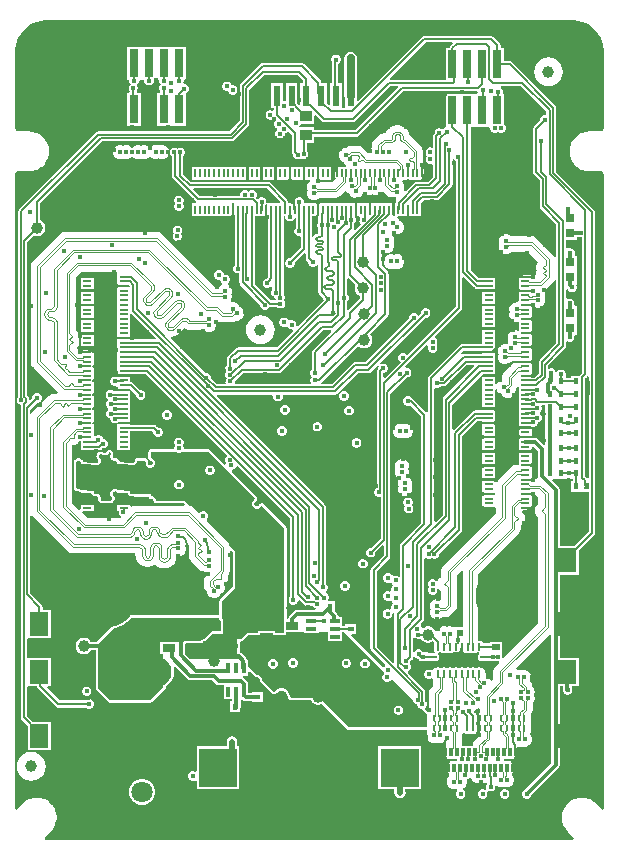
<source format=gtl>
G04*
G04 #@! TF.GenerationSoftware,Altium Limited,Altium Designer,22.3.1 (43)*
G04*
G04 Layer_Physical_Order=1*
G04 Layer_Color=255*
%FSLAX44Y44*%
%MOMM*%
G71*
G04*
G04 #@! TF.SameCoordinates,1EA146FA-79B1-4300-8D41-9773874625C2*
G04*
G04*
G04 #@! TF.FilePolarity,Positive*
G04*
G01*
G75*
%ADD11C,0.2500*%
%ADD13C,0.2000*%
%ADD14C,0.1016*%
%ADD16C,0.1270*%
%ADD17C,0.3000*%
%ADD18R,1.5000X2.0000*%
%ADD19R,0.7000X0.1800*%
%ADD20R,0.1800X0.7000*%
%ADD21R,1.0000X2.7000*%
%ADD22R,0.6000X1.7000*%
%ADD23R,0.4500X0.5500*%
%ADD24R,0.3200X0.3600*%
G04:AMPARAMS|DCode=25|XSize=0.25mm|YSize=0.6mm|CornerRadius=0.025mm|HoleSize=0mm|Usage=FLASHONLY|Rotation=0.000|XOffset=0mm|YOffset=0mm|HoleType=Round|Shape=RoundedRectangle|*
%AMROUNDEDRECTD25*
21,1,0.2500,0.5500,0,0,0.0*
21,1,0.2000,0.6000,0,0,0.0*
1,1,0.0500,0.1000,-0.2750*
1,1,0.0500,-0.1000,-0.2750*
1,1,0.0500,-0.1000,0.2750*
1,1,0.0500,0.1000,0.2750*
%
%ADD25ROUNDEDRECTD25*%
G04:AMPARAMS|DCode=26|XSize=0.25mm|YSize=0.6mm|CornerRadius=0.025mm|HoleSize=0mm|Usage=FLASHONLY|Rotation=270.000|XOffset=0mm|YOffset=0mm|HoleType=Round|Shape=RoundedRectangle|*
%AMROUNDEDRECTD26*
21,1,0.2500,0.5500,0,0,270.0*
21,1,0.2000,0.6000,0,0,270.0*
1,1,0.0500,-0.2750,-0.1000*
1,1,0.0500,-0.2750,0.1000*
1,1,0.0500,0.2750,0.1000*
1,1,0.0500,0.2750,-0.1000*
%
%ADD26ROUNDEDRECTD26*%
G04:AMPARAMS|DCode=27|XSize=0.2mm|YSize=0.565mm|CornerRadius=0.05mm|HoleSize=0mm|Usage=FLASHONLY|Rotation=0.000|XOffset=0mm|YOffset=0mm|HoleType=Round|Shape=RoundedRectangle|*
%AMROUNDEDRECTD27*
21,1,0.2000,0.4650,0,0,0.0*
21,1,0.1000,0.5650,0,0,0.0*
1,1,0.1000,0.0500,-0.2325*
1,1,0.1000,-0.0500,-0.2325*
1,1,0.1000,-0.0500,0.2325*
1,1,0.1000,0.0500,0.2325*
%
%ADD27ROUNDEDRECTD27*%
G04:AMPARAMS|DCode=28|XSize=0.4mm|YSize=0.565mm|CornerRadius=0.05mm|HoleSize=0mm|Usage=FLASHONLY|Rotation=0.000|XOffset=0mm|YOffset=0mm|HoleType=Round|Shape=RoundedRectangle|*
%AMROUNDEDRECTD28*
21,1,0.4000,0.4650,0,0,0.0*
21,1,0.3000,0.5650,0,0,0.0*
1,1,0.1000,0.1500,-0.2325*
1,1,0.1000,-0.1500,-0.2325*
1,1,0.1000,-0.1500,0.2325*
1,1,0.1000,0.1500,0.2325*
%
%ADD28ROUNDEDRECTD28*%
%ADD29R,3.2000X3.2000*%
%ADD30C,8.1300*%
%ADD31R,0.3000X0.7000*%
%ADD32R,1.0000X0.7000*%
%ADD33R,0.8000X0.8000*%
%ADD34R,0.6500X0.5500*%
%ADD35R,0.6200X0.6200*%
%ADD36R,1.3000X0.8500*%
%ADD37R,1.0600X0.6500*%
%ADD38R,0.3500X0.8500*%
%ADD39R,0.5500X0.4500*%
%ADD40R,0.9000X0.7000*%
%ADD41R,0.8500X0.3500*%
%ADD42R,0.7600X2.4000*%
%ADD43R,1.0000X0.9000*%
%ADD80C,0.0889*%
%ADD81C,1.0000*%
G04:AMPARAMS|DCode=82|XSize=1mm|YSize=3mm|CornerRadius=0.05mm|HoleSize=0mm|Usage=FLASHONLY|Rotation=270.000|XOffset=0mm|YOffset=0mm|HoleType=Round|Shape=RoundedRectangle|*
%AMROUNDEDRECTD82*
21,1,1.0000,2.9000,0,0,270.0*
21,1,0.9000,3.0000,0,0,270.0*
1,1,0.1000,-1.4500,-0.4500*
1,1,0.1000,-1.4500,0.4500*
1,1,0.1000,1.4500,0.4500*
1,1,0.1000,1.4500,-0.4500*
%
%ADD82ROUNDEDRECTD82*%
%ADD83C,0.7000*%
%ADD84C,0.5000*%
%ADD85C,5.3000*%
%ADD86O,1.1000X1.9000*%
%ADD87O,1.1000X2.4000*%
%ADD88C,1.8000*%
%ADD89O,4.5000X2.5000*%
%ADD90O,5.0000X2.5000*%
%ADD91O,2.5000X4.5000*%
%ADD92C,0.4064*%
G36*
X30483Y696892D02*
X30491Y696894D01*
X30500Y696892D01*
X474868D01*
X474876Y696894D01*
X474884Y696892D01*
X476645Y696902D01*
X480139Y696461D01*
X483545Y695568D01*
X486806Y694238D01*
X489865Y692494D01*
X492670Y690365D01*
X495174Y687888D01*
X497332Y685107D01*
X499109Y682066D01*
X500475Y678820D01*
X501404Y675424D01*
X501883Y671935D01*
X501892Y670184D01*
X501892Y605918D01*
X501892Y605348D01*
X501573Y604254D01*
X500961Y603293D01*
X500161Y602591D01*
X489739Y602575D01*
X489640Y602555D01*
X489540Y602569D01*
X487746Y602451D01*
X487450Y602372D01*
X487145Y602352D01*
X483678Y601423D01*
X483313Y601243D01*
X482928Y601112D01*
X479820Y599318D01*
X479514Y599049D01*
X479176Y598824D01*
X476638Y596286D01*
X476412Y595948D01*
X476144Y595642D01*
X474349Y592533D01*
X474218Y592148D01*
X474039Y591784D01*
X473110Y588317D01*
X473083Y587911D01*
X473004Y587512D01*
Y583923D01*
X473083Y583524D01*
X473110Y583119D01*
X474039Y579651D01*
X474219Y579287D01*
X474349Y578902D01*
X476144Y575793D01*
X476412Y575488D01*
X476638Y575150D01*
X479176Y572612D01*
X479514Y572386D01*
X479819Y572118D01*
X482928Y570323D01*
X483313Y570192D01*
X483678Y570013D01*
X487145Y569084D01*
X487450Y569063D01*
X487746Y568984D01*
X489541Y568867D01*
X489643Y568880D01*
X489744Y568860D01*
X500143Y568860D01*
X500961Y568142D01*
X501573Y567181D01*
X501892Y566087D01*
Y565518D01*
X501893Y29977D01*
X501893Y29407D01*
X501740Y28886D01*
X500378Y28449D01*
X495102Y33702D01*
X495019Y33757D01*
X494958Y33836D01*
X493606Y35022D01*
X493341Y35175D01*
X493111Y35377D01*
X490002Y37172D01*
X489617Y37302D01*
X489253Y37482D01*
X485785Y38411D01*
X485380Y38438D01*
X484981Y38517D01*
X481392D01*
X480993Y38438D01*
X480587Y38411D01*
X477120Y37482D01*
X476756Y37302D01*
X476371Y37172D01*
X473262Y35377D01*
X472957Y35109D01*
X472619Y34883D01*
X470080Y32345D01*
X469855Y32007D01*
X469587Y31701D01*
X467792Y28593D01*
X467661Y28208D01*
X467481Y27843D01*
X466552Y24376D01*
X466526Y23970D01*
X466446Y23572D01*
Y19982D01*
X466526Y19584D01*
X466552Y19178D01*
X467481Y15711D01*
X467661Y15346D01*
X467792Y14961D01*
X469587Y11853D01*
X469788Y11623D01*
X469941Y11358D01*
X471127Y10005D01*
X471209Y9943D01*
X471266Y9857D01*
X476497Y4627D01*
X476075Y3253D01*
X475577Y3108D01*
X475005D01*
X29977Y3108D01*
X29407D01*
X28886Y3259D01*
X28449Y4622D01*
X33702Y9899D01*
X33757Y9981D01*
X33836Y10042D01*
X35022Y11394D01*
X35175Y11659D01*
X35377Y11889D01*
X37172Y14998D01*
X37302Y15383D01*
X37482Y15747D01*
X38411Y19215D01*
X38438Y19620D01*
X38517Y20019D01*
Y23608D01*
X38438Y24007D01*
X38411Y24413D01*
X37482Y27880D01*
X37302Y28244D01*
X37172Y28629D01*
X35377Y31738D01*
X35109Y32043D01*
X34883Y32381D01*
X32345Y34920D01*
X32007Y35145D01*
X31701Y35413D01*
X28593Y37208D01*
X28208Y37339D01*
X27843Y37519D01*
X24376Y38448D01*
X23970Y38474D01*
X23572Y38554D01*
X19982D01*
X19584Y38474D01*
X19178Y38448D01*
X15711Y37519D01*
X15346Y37339D01*
X14961Y37208D01*
X11853Y35413D01*
X11623Y35212D01*
X11358Y35059D01*
X10005Y33873D01*
X9943Y33791D01*
X9857Y33734D01*
X4627Y28503D01*
X3253Y28925D01*
X3108Y29423D01*
Y29995D01*
X3108Y565518D01*
Y566087D01*
X3426Y567181D01*
X4038Y568142D01*
X4839Y568844D01*
X15261Y568860D01*
X15359Y568880D01*
X15459Y568867D01*
X17254Y568984D01*
X17550Y569064D01*
X17855Y569084D01*
X21322Y570013D01*
X21687Y570192D01*
X22072Y570323D01*
X25180Y572118D01*
X25486Y572386D01*
X25824Y572612D01*
X28362Y575150D01*
X28588Y575488D01*
X28856Y575793D01*
X30651Y578902D01*
X30781Y579287D01*
X30961Y579651D01*
X31890Y583119D01*
X31917Y583524D01*
X31996Y583923D01*
Y587512D01*
X31917Y587911D01*
X31890Y588317D01*
X30961Y591784D01*
X30781Y592148D01*
X30651Y592533D01*
X28856Y595642D01*
X28588Y595948D01*
X28362Y596286D01*
X25824Y598824D01*
X25486Y599049D01*
X25180Y599318D01*
X22072Y601112D01*
X21687Y601243D01*
X21322Y601423D01*
X17855Y602352D01*
X17550Y602372D01*
X17254Y602451D01*
X15459Y602569D01*
X15357Y602555D01*
X15256Y602575D01*
X5226D01*
X4407Y603293D01*
X3795Y604254D01*
X3476Y605348D01*
Y605918D01*
X3475Y670184D01*
X3485Y671935D01*
X3963Y675424D01*
X4893Y678820D01*
X6258Y682066D01*
X8035Y685107D01*
X10194Y687888D01*
X12697Y690365D01*
X15503Y692494D01*
X18562Y694238D01*
X21822Y695568D01*
X25229Y696461D01*
X28723Y696902D01*
X30483Y696892D01*
D02*
G37*
%LPC*%
G36*
X136269Y674474D02*
X135169D01*
X134999Y674474D01*
X123739D01*
X123569Y674474D01*
X122469D01*
X122299Y674474D01*
X111039D01*
X110869Y674474D01*
X109769D01*
X109599Y674474D01*
X98169D01*
Y646475D01*
X99849D01*
X99868Y646446D01*
Y644842D01*
X100482Y643360D01*
X101253Y642589D01*
X100140Y641475D01*
X99526Y639993D01*
Y638389D01*
X100140Y636907D01*
X100303Y636744D01*
X99777Y635475D01*
X98169D01*
Y607475D01*
X109769D01*
Y635475D01*
X107339D01*
X106813Y636744D01*
X106976Y636907D01*
X107590Y638389D01*
Y639993D01*
X106976Y641475D01*
X106205Y642247D01*
X107318Y643360D01*
X107932Y644842D01*
Y645212D01*
X109190Y646475D01*
X109599D01*
X109769Y646475D01*
X110869D01*
X111039Y646475D01*
X112687D01*
X112706Y646446D01*
Y644842D01*
X113320Y643360D01*
X114455Y642226D01*
X115936Y641612D01*
X117541D01*
X119022Y642226D01*
X120157Y643360D01*
X120771Y644842D01*
Y645212D01*
X122029Y646475D01*
X122299D01*
X122469Y646475D01*
X123569D01*
X123739Y646475D01*
X125387D01*
X125407Y646446D01*
Y644842D01*
X126020Y643360D01*
X126808Y642572D01*
X125951Y641714D01*
X125337Y640233D01*
Y638629D01*
X125951Y637147D01*
X126353Y636744D01*
X125887Y635475D01*
X123569D01*
Y607475D01*
X134999D01*
X135169Y607475D01*
X136269D01*
X136439Y607475D01*
X147869D01*
Y635186D01*
X148584Y635482D01*
X149718Y636616D01*
X150332Y638098D01*
Y639702D01*
X149718Y641184D01*
X148584Y642318D01*
X147102Y642932D01*
X146754D01*
X145905Y644202D01*
X146171Y644842D01*
Y646446D01*
X146190Y646475D01*
X147869D01*
Y674474D01*
X136439D01*
X136269Y674474D01*
D02*
G37*
G36*
X455000Y665230D02*
X451835Y664813D01*
X448885Y663591D01*
X446352Y661648D01*
X444409Y659115D01*
X443187Y656165D01*
X442770Y653000D01*
X443187Y649835D01*
X444409Y646885D01*
X446352Y644352D01*
X448885Y642409D01*
X451835Y641187D01*
X455000Y640770D01*
X458165Y641187D01*
X461115Y642409D01*
X463648Y644352D01*
X465591Y646885D01*
X466813Y649835D01*
X467230Y653000D01*
X466813Y656165D01*
X465591Y659115D01*
X463648Y661648D01*
X461115Y663591D01*
X458165Y664813D01*
X455000Y665230D01*
D02*
G37*
G36*
X183702Y644832D02*
X182098D01*
X180616Y644218D01*
X179482Y643084D01*
X178868Y641602D01*
Y639998D01*
X179482Y638516D01*
X180616Y637382D01*
X182098Y636768D01*
X183622D01*
X184182Y635416D01*
X185316Y634282D01*
X186798Y633668D01*
X188402D01*
X189884Y634282D01*
X191018Y635416D01*
X191632Y636898D01*
Y638502D01*
X191018Y639984D01*
X189884Y641118D01*
X188402Y641732D01*
X186878D01*
X186318Y643084D01*
X185184Y644218D01*
X183702Y644832D01*
D02*
G37*
G36*
X406500Y683687D02*
X350000D01*
X348972Y683482D01*
X348100Y682900D01*
X293673Y628473D01*
X292500Y628959D01*
Y630583D01*
X292681Y630854D01*
X293108Y633000D01*
Y664500D01*
X292681Y666646D01*
X291465Y668465D01*
X289646Y669681D01*
X287500Y670108D01*
X285354Y669681D01*
X283535Y668465D01*
X282319Y666646D01*
X281892Y664500D01*
Y633000D01*
X282319Y630854D01*
X282500Y630583D01*
Y622500D01*
X281360Y622187D01*
X281140D01*
X280000Y622500D01*
Y643500D01*
X277187D01*
Y660041D01*
X277284Y660082D01*
X278418Y661216D01*
X279032Y662698D01*
Y664302D01*
X278418Y665784D01*
X277284Y666918D01*
X275802Y667532D01*
X274198D01*
X272716Y666918D01*
X271582Y665784D01*
X270968Y664302D01*
Y662698D01*
X271582Y661216D01*
X271813Y660984D01*
Y643500D01*
X270000D01*
Y625459D01*
X268827Y624972D01*
X267500Y626299D01*
Y643500D01*
X262822D01*
Y643865D01*
X262617Y644893D01*
X262035Y645765D01*
X247900Y659900D01*
X247028Y660482D01*
X246000Y660687D01*
X213000D01*
X211972Y660482D01*
X211100Y659900D01*
X194484Y643284D01*
X193902Y642412D01*
X193697Y641384D01*
Y611497D01*
X184887Y602687D01*
X74000D01*
X72972Y602482D01*
X72100Y601900D01*
X6931Y536731D01*
X6349Y535859D01*
X6144Y534831D01*
Y378016D01*
X5413Y377284D01*
X4799Y375802D01*
Y374198D01*
X5413Y372716D01*
X6547Y371582D01*
X8029Y370968D01*
X8313D01*
Y106500D01*
X8518Y105472D01*
X9100Y104600D01*
X14500Y99200D01*
Y79000D01*
X33500D01*
Y103000D01*
X18299D01*
X13687Y107613D01*
Y132067D01*
X14500Y133000D01*
X14957Y133000D01*
X21804D01*
X22003Y132001D01*
X22666Y131009D01*
X37923Y115751D01*
X37923Y115751D01*
X38915Y115088D01*
X40086Y114855D01*
X63357D01*
X63716Y114496D01*
X65198Y113882D01*
X66802D01*
X68284Y114496D01*
X69418Y115630D01*
X70032Y117112D01*
Y118716D01*
X69418Y120198D01*
X68284Y121332D01*
X66802Y121946D01*
X65198D01*
X63716Y121332D01*
X63357Y120973D01*
X41353D01*
X30499Y131827D01*
X30985Y133000D01*
X33500D01*
Y157000D01*
X14957D01*
X14500Y157000D01*
X13687Y157933D01*
Y172437D01*
X14500Y173371D01*
X33500D01*
Y197371D01*
X26687D01*
Y199871D01*
X26482Y200899D01*
X25900Y201770D01*
X15973Y211698D01*
Y277801D01*
X17243Y278186D01*
X17913Y277183D01*
X48104Y246992D01*
X49905Y245789D01*
X52029Y245366D01*
X105321D01*
Y243808D01*
X105386Y243479D01*
X105680Y241248D01*
X106667Y238863D01*
X108239Y236815D01*
X110287Y235244D01*
X112671Y234256D01*
X114903Y233963D01*
X115231Y233897D01*
X115720D01*
X116048Y233963D01*
X118279Y234256D01*
X120664Y235244D01*
X121834Y236142D01*
X122335Y235490D01*
X124383Y233918D01*
X126768Y232931D01*
X128999Y232637D01*
X129327Y232572D01*
X129816D01*
X130144Y232637D01*
X132375Y232931D01*
X134760Y233918D01*
X136808Y235490D01*
X138379Y237538D01*
X139367Y239923D01*
X139661Y242154D01*
X139720Y242453D01*
X139843Y243024D01*
X140539Y243489D01*
X142938D01*
X145155Y244407D01*
X146852Y246104D01*
X147771Y248321D01*
Y250720D01*
X147242Y251997D01*
X147771Y253274D01*
Y253566D01*
X148944Y254051D01*
X150379Y252617D01*
Y243221D01*
X150801Y241097D01*
X152004Y239296D01*
X159358Y231943D01*
X161159Y230740D01*
X163134Y230347D01*
X164123Y229358D01*
X165567Y228759D01*
X165870Y227266D01*
X164730Y226126D01*
X163527Y224326D01*
X163104Y222201D01*
Y218159D01*
X163527Y216035D01*
X164730Y214234D01*
X165557Y213407D01*
Y212050D01*
X166475Y209833D01*
X168172Y208136D01*
X170389Y207218D01*
X172789D01*
X175006Y208136D01*
X176703Y209833D01*
X177231Y211110D01*
X178508Y211639D01*
X180205Y213335D01*
X181123Y215553D01*
Y217952D01*
X180760Y218830D01*
X181380Y219306D01*
X181974Y219703D01*
X181974Y219703D01*
X181975Y219703D01*
X181975Y219705D01*
X182004Y219745D01*
X182681Y220701D01*
X183045Y221176D01*
X183739Y222852D01*
X183976Y224650D01*
X183739Y226448D01*
X183721Y226494D01*
X184660Y227900D01*
X185083Y230024D01*
Y247195D01*
X186256Y247682D01*
X187664Y246274D01*
Y217010D01*
X177070Y206416D01*
X176628Y205754D01*
X176473Y204974D01*
Y204625D01*
X176392Y204217D01*
Y193039D01*
X101926D01*
X101768Y193008D01*
X101607Y193014D01*
X101381Y192931D01*
X101145Y192884D01*
X101011Y192794D01*
X100860Y192739D01*
X100684Y192575D01*
X100484Y192442D01*
X100394Y192308D01*
X100276Y192199D01*
X100181Y192067D01*
X97235Y189122D01*
X93866Y186674D01*
X90155Y184783D01*
X86194Y183496D01*
X86157Y183490D01*
X85932Y183407D01*
X85696Y183360D01*
X85562Y183270D01*
X85411Y183215D01*
X85234Y183052D01*
X85034Y182918D01*
X72685Y170569D01*
X67626D01*
X67205Y171298D01*
X65902Y172601D01*
X64306Y173523D01*
X62525Y174000D01*
X60682D01*
X58902Y173523D01*
X57306Y172601D01*
X56002Y171298D01*
X55081Y169702D01*
X54604Y167922D01*
Y166078D01*
X55081Y164298D01*
X56002Y162702D01*
X57306Y161399D01*
X58902Y160477D01*
X60682Y160000D01*
X62525D01*
X64306Y160477D01*
X65902Y161399D01*
X67205Y162702D01*
X67626Y163431D01*
X71961D01*
Y131000D01*
X72116Y130220D01*
X72558Y129558D01*
X72558Y129558D01*
X82558Y119558D01*
X83219Y119116D01*
X84000Y118961D01*
X118000D01*
X118000Y118961D01*
X118780Y119116D01*
X119442Y119558D01*
X130442Y130558D01*
X130884Y131220D01*
X131039Y132000D01*
Y132758D01*
X133841Y134908D01*
X136166Y137937D01*
X137627Y141465D01*
X138125Y145250D01*
X137627Y149035D01*
X137606Y149086D01*
X138662Y149791D01*
X149313Y139139D01*
X150471Y138366D01*
X151837Y138094D01*
X170359D01*
X173477Y134977D01*
X174634Y134203D01*
X176000Y133931D01*
X180250D01*
Y121750D01*
X187181D01*
Y120250D01*
X185750D01*
Y110750D01*
X194250D01*
Y114405D01*
X194319Y114750D01*
Y121750D01*
X195703D01*
X195977Y121476D01*
X197134Y120703D01*
X198500Y120431D01*
X203750D01*
Y119750D01*
X213250D01*
Y128250D01*
X203750D01*
Y127569D01*
X200750D01*
Y134250D01*
X200569D01*
Y135000D01*
X200297Y136365D01*
X199523Y137523D01*
X197023Y140023D01*
X196340Y140480D01*
X196725Y141750D01*
X200750D01*
Y145207D01*
X201923Y145693D01*
X206526Y141090D01*
X207188Y140648D01*
X207968Y140493D01*
X208896D01*
X209629Y140189D01*
X210189Y139629D01*
X210493Y138896D01*
Y137968D01*
X210648Y137188D01*
X211090Y136526D01*
X211090Y136526D01*
X220589Y127027D01*
X220816Y126875D01*
X221023Y126696D01*
X221144Y126656D01*
X221250Y126585D01*
X221519Y126532D01*
X221778Y126446D01*
X222409Y126367D01*
X222735Y126390D01*
X223062Y126391D01*
X224098Y126598D01*
X224283Y126675D01*
X224479Y126714D01*
X224647Y126826D01*
X224833Y126903D01*
X224974Y127045D01*
X225140Y127156D01*
X225954Y127970D01*
X227085Y128623D01*
X228347Y128961D01*
X229653D01*
X230915Y128623D01*
X232046Y127970D01*
X232970Y127046D01*
X233623Y125915D01*
X233961Y124653D01*
Y124270D01*
X234036Y123893D01*
X234106Y123514D01*
X234113Y123503D01*
X234116Y123490D01*
X234331Y123168D01*
X234540Y122847D01*
X235777Y121577D01*
X235788Y121569D01*
X235795Y121558D01*
X236116Y121344D01*
X236433Y121126D01*
X236446Y121123D01*
X236457Y121116D01*
X236834Y121041D01*
X237211Y120961D01*
X237224Y120963D01*
X237237Y120961D01*
X253672Y120961D01*
X254399Y119702D01*
X255702Y118399D01*
X257298Y117477D01*
X259078Y117000D01*
X260922D01*
X262702Y117477D01*
X263296Y117820D01*
X284558Y96558D01*
X285219Y96116D01*
X286000Y95961D01*
X352000D01*
X352139Y95847D01*
Y95523D01*
X352445Y93983D01*
X351781Y92378D01*
Y89979D01*
X352699Y87761D01*
X354396Y86065D01*
X356613Y85146D01*
X359012D01*
X360289Y85675D01*
X361566Y85146D01*
X363965D01*
X366182Y86065D01*
X367222Y87104D01*
X368492Y86578D01*
Y82725D01*
X367435Y81144D01*
X367008Y78994D01*
Y76995D01*
X367435Y74845D01*
X368653Y73023D01*
X369124Y72709D01*
Y71494D01*
X372041D01*
X372624Y71379D01*
X373206Y71494D01*
X377041D01*
X377624Y71379D01*
X377709Y71309D01*
Y70139D01*
X377278Y69495D01*
X375706D01*
X375124Y69610D01*
X374541Y69495D01*
X371624D01*
Y68280D01*
X371153Y67965D01*
X369935Y66144D01*
X369508Y63994D01*
Y61994D01*
X369935Y59845D01*
X370955Y58319D01*
Y56594D01*
X369997Y55636D01*
X369079Y53419D01*
Y51019D01*
X369997Y48802D01*
X371694Y47105D01*
X373911Y46187D01*
X376311D01*
X376961Y46456D01*
X377634Y46085D01*
X377786Y44609D01*
X377196Y44018D01*
X376582Y42536D01*
Y40932D01*
X377196Y39450D01*
X378330Y38316D01*
X379812Y37702D01*
X381416D01*
X382898Y38316D01*
X384032Y39450D01*
X384646Y40932D01*
Y42536D01*
X384032Y44018D01*
X382898Y45152D01*
X382491Y45321D01*
Y46695D01*
X383480Y47105D01*
X385177Y48802D01*
X386096Y51019D01*
Y53419D01*
X385776Y54191D01*
X386996Y54696D01*
X387825Y55525D01*
X388995Y55450D01*
X389283Y55323D01*
X389884Y53872D01*
X391581Y52175D01*
X393798Y51256D01*
X396198D01*
X397484Y51789D01*
X399008Y51158D01*
X401408D01*
X402216Y51492D01*
X402936Y50416D01*
X402704Y50184D01*
X402090Y48702D01*
Y47098D01*
X402585Y45905D01*
X401612Y45203D01*
X401518Y45162D01*
X400059Y45766D01*
X398455D01*
X396973Y45152D01*
X395839Y44018D01*
X395225Y42536D01*
Y40932D01*
X395839Y39450D01*
X396973Y38316D01*
X398455Y37702D01*
X400059D01*
X401541Y38316D01*
X402676Y39450D01*
X403289Y40932D01*
Y42536D01*
X402795Y43729D01*
X403768Y44431D01*
X403862Y44472D01*
X405321Y43868D01*
X406925D01*
X408406Y44482D01*
X409541Y45616D01*
X410154Y47098D01*
Y48182D01*
X411420Y48712D01*
X411705Y48428D01*
X413922Y47509D01*
X416322D01*
X417598Y48038D01*
X418875Y47509D01*
X421275D01*
X423492Y48428D01*
X425188Y50125D01*
X426107Y52341D01*
Y54741D01*
X425188Y56958D01*
X424256Y57891D01*
Y58264D01*
X425312Y59845D01*
X425740Y61994D01*
Y63994D01*
X425312Y66144D01*
X424095Y67965D01*
X423624Y68280D01*
Y69495D01*
X420706D01*
X420124Y69610D01*
X419541Y69495D01*
X418070D01*
X417029Y70764D01*
X417106Y71148D01*
X417515Y71400D01*
X417624Y71379D01*
X418206Y71494D01*
X422041D01*
X422624Y71379D01*
X423206Y71494D01*
X426124D01*
Y72709D01*
X426595Y73023D01*
X427812Y74845D01*
X428240Y76995D01*
Y78994D01*
X427889Y80756D01*
X428160Y81195D01*
X428573Y81654D01*
X428867Y81851D01*
X430964D01*
X432240Y82380D01*
X433517Y81851D01*
X435917D01*
X438134Y82769D01*
X439830Y84466D01*
X440749Y86683D01*
Y89082D01*
X439830Y91300D01*
X438872Y92258D01*
Y92259D01*
X439854Y93728D01*
X440281Y95877D01*
Y97702D01*
X440100Y98615D01*
X440281Y99527D01*
X439854Y101676D01*
X439720Y101877D01*
X439854Y102078D01*
X440281Y104227D01*
Y107877D01*
X440061Y108983D01*
X441188Y110669D01*
X441616Y112818D01*
Y118041D01*
X441900Y118325D01*
X443117Y120147D01*
X443545Y122296D01*
Y122496D01*
X443117Y124645D01*
X442682Y125296D01*
X443117Y125947D01*
X443545Y128096D01*
Y128296D01*
X443117Y130445D01*
X441900Y132267D01*
X441477Y132690D01*
X441135Y134411D01*
X439918Y136233D01*
X438817Y137333D01*
X439067Y137583D01*
X439985Y139800D01*
Y142200D01*
X439067Y144417D01*
X437370Y146114D01*
X435153Y147032D01*
X432753D01*
X431476Y146503D01*
X430200Y147032D01*
X428144D01*
X427557Y148054D01*
X427521Y148205D01*
X456242Y176926D01*
X457415Y176440D01*
Y67652D01*
X435379Y45616D01*
X434260Y45152D01*
X433126Y44018D01*
X432512Y42536D01*
Y40932D01*
X433126Y39450D01*
X434260Y38316D01*
X435742Y37702D01*
X437346D01*
X438828Y38316D01*
X439963Y39450D01*
X440426Y40569D01*
X463507Y63650D01*
X464281Y64808D01*
X464552Y66174D01*
Y133000D01*
X467431D01*
Y131199D01*
X467127Y130463D01*
Y128859D01*
X467740Y127377D01*
X468875Y126243D01*
X470357Y125629D01*
X471961D01*
X473442Y126243D01*
X474577Y127377D01*
X475191Y128859D01*
Y130463D01*
X474666Y131730D01*
X475181Y133000D01*
X480500D01*
Y157000D01*
X464552D01*
Y227371D01*
X480500D01*
Y247571D01*
X493900Y260971D01*
X494482Y261842D01*
X494687Y262871D01*
Y534000D01*
X494482Y535028D01*
X493900Y535900D01*
X461687Y568113D01*
Y622750D01*
X461482Y623778D01*
X460900Y624650D01*
X424055Y661494D01*
X423184Y662076D01*
X422155Y662281D01*
X417620D01*
Y673594D01*
X414507D01*
Y675680D01*
X414302Y676708D01*
X413720Y677579D01*
X408400Y682900D01*
X407528Y683482D01*
X406500Y683687D01*
D02*
G37*
G36*
X64802Y132532D02*
X63198D01*
X61716Y131918D01*
X60582Y130784D01*
X59968Y129302D01*
Y127698D01*
X60582Y126216D01*
X61716Y125082D01*
X63198Y124468D01*
X64802D01*
X66284Y125082D01*
X67418Y126216D01*
X68032Y127698D01*
Y129302D01*
X67418Y130784D01*
X66284Y131918D01*
X64802Y132532D01*
D02*
G37*
G36*
X187000Y90588D02*
X185244Y90239D01*
X183756Y89244D01*
X182761Y87756D01*
X182412Y86000D01*
Y82000D01*
X157050D01*
Y61311D01*
X155780Y60627D01*
X154802Y61032D01*
X153198D01*
X151716Y60418D01*
X150582Y59284D01*
X149968Y57802D01*
Y56198D01*
X150582Y54716D01*
X151716Y53582D01*
X153198Y52968D01*
X154802D01*
X155780Y53373D01*
X157050Y52688D01*
Y46000D01*
X193050D01*
Y82000D01*
X191588D01*
Y86000D01*
X191239Y87756D01*
X190244Y89244D01*
X188756Y90239D01*
X187000Y90588D01*
D02*
G37*
G36*
X17000Y77230D02*
X13835Y76813D01*
X10885Y75591D01*
X8352Y73648D01*
X6409Y71115D01*
X5187Y68165D01*
X4770Y65000D01*
X5187Y61835D01*
X6409Y58885D01*
X8352Y56352D01*
X10885Y54409D01*
X13835Y53187D01*
X17000Y52770D01*
X20165Y53187D01*
X23115Y54409D01*
X25648Y56352D01*
X27591Y58885D01*
X28813Y61835D01*
X29230Y65000D01*
X28813Y68165D01*
X27591Y71115D01*
X25648Y73648D01*
X23115Y75591D01*
X20165Y76813D01*
X17000Y77230D01*
D02*
G37*
G36*
X346950Y82000D02*
X310950D01*
Y46000D01*
X324362D01*
Y42942D01*
X324711Y41186D01*
X325706Y39697D01*
X326168Y39234D01*
X327657Y38240D01*
X329413Y37891D01*
X331169Y38240D01*
X332657Y39234D01*
X333652Y40723D01*
X334001Y42479D01*
X333652Y44235D01*
X333538Y44405D01*
Y46000D01*
X346950D01*
Y82000D01*
D02*
G37*
G36*
X418703Y45766D02*
X417099D01*
X415617Y45152D01*
X414483Y44018D01*
X413869Y42536D01*
Y40932D01*
X414483Y39450D01*
X415617Y38316D01*
X417099Y37702D01*
X418703D01*
X420185Y38316D01*
X421319Y39450D01*
X421933Y40932D01*
Y42536D01*
X421319Y44018D01*
X420185Y45152D01*
X418703Y45766D01*
D02*
G37*
G36*
X112448Y54500D02*
X109552D01*
X106754Y53750D01*
X104246Y52302D01*
X102198Y50254D01*
X100750Y47746D01*
X100000Y44948D01*
Y42052D01*
X100750Y39254D01*
X102198Y36746D01*
X104246Y34698D01*
X106754Y33250D01*
X109552Y32500D01*
X112448D01*
X115246Y33250D01*
X117754Y34698D01*
X119802Y36746D01*
X121250Y39254D01*
X122000Y42052D01*
Y44948D01*
X121250Y47746D01*
X119802Y50254D01*
X117754Y52302D01*
X115246Y53750D01*
X112448Y54500D01*
D02*
G37*
%LPD*%
G36*
X374074Y677140D02*
X371820Y674887D01*
X371238Y674015D01*
X371154Y673594D01*
X367920D01*
Y646379D01*
X320975D01*
X320449Y647650D01*
X351113Y678313D01*
X373588D01*
X374074Y677140D01*
D02*
G37*
G36*
X247313Y645887D02*
Y643500D01*
X245000D01*
Y625459D01*
X243827Y624973D01*
X242500Y626299D01*
Y643500D01*
X232500D01*
Y628954D01*
X231957Y628591D01*
X230354D01*
X230000Y628827D01*
Y643500D01*
X220000D01*
Y622500D01*
X222313D01*
Y621029D01*
X221043Y620181D01*
X220418Y620440D01*
X218814D01*
X217332Y619826D01*
X216198Y618692D01*
X215584Y617210D01*
Y615606D01*
X216198Y614124D01*
X217332Y612990D01*
X218814Y612376D01*
X220418D01*
X221900Y612990D01*
X223034Y614124D01*
X223244Y614165D01*
X224508Y612900D01*
X224416Y612435D01*
X223282Y611301D01*
X222668Y609819D01*
Y608215D01*
X223282Y606733D01*
X224416Y605599D01*
X224994Y605359D01*
X225122Y604864D01*
X225127Y603929D01*
X224182Y602984D01*
X223568Y601502D01*
Y599898D01*
X224182Y598416D01*
X225316Y597282D01*
X226798Y596668D01*
X228402D01*
X229884Y597282D01*
X231018Y598416D01*
X231632Y599898D01*
Y600868D01*
X231902D01*
X233384Y601482D01*
X234518Y602616D01*
X234747Y602662D01*
X237463Y599946D01*
Y585591D01*
X237667Y584563D01*
X238250Y583691D01*
X238712Y583229D01*
Y582195D01*
X239326Y580713D01*
X240460Y579579D01*
X241942Y578965D01*
X243546D01*
X245028Y579579D01*
X245269Y579820D01*
X245412Y579678D01*
X246894Y579064D01*
X248498D01*
X249980Y579678D01*
X251114Y580812D01*
X251728Y582294D01*
Y583898D01*
X251114Y585380D01*
X250382Y586111D01*
Y593200D01*
X256800D01*
Y598313D01*
X292670D01*
X293699Y598518D01*
X294570Y599100D01*
X332122Y636652D01*
X394798D01*
X395294Y635693D01*
X394596Y634594D01*
X393320D01*
Y634594D01*
X392220D01*
Y634594D01*
X380620D01*
Y634594D01*
X379520D01*
Y634594D01*
X367920D01*
Y606594D01*
X366964Y605838D01*
X366716Y605735D01*
X365582Y604601D01*
X364355Y604957D01*
X363539Y605295D01*
X361935D01*
X360453Y604681D01*
X359319Y603547D01*
X358705Y602065D01*
Y601030D01*
X358100Y600425D01*
X357518Y599554D01*
X357313Y598526D01*
Y589781D01*
X356043Y588932D01*
X355802Y589032D01*
X354198D01*
X352716Y588418D01*
X351582Y587284D01*
X350968Y585802D01*
Y584198D01*
X351582Y582716D01*
X352298Y582000D01*
X351582Y581284D01*
X350968Y579802D01*
Y578198D01*
X351582Y576716D01*
X352716Y575582D01*
X354198Y574968D01*
X355802D01*
X356043Y575068D01*
X357313Y574219D01*
Y564113D01*
X353140Y559939D01*
X343252D01*
X342224Y559734D01*
X341353Y559152D01*
X334205Y552005D01*
X333088Y552449D01*
X332570Y553685D01*
X333032Y554800D01*
Y557200D01*
X332114Y559417D01*
X331125Y560405D01*
X331651Y561675D01*
X331740D01*
X331997Y561624D01*
X332254Y561675D01*
X334897D01*
Y562565D01*
X334970Y562614D01*
X335997Y563207D01*
X337025Y562614D01*
X337097Y562565D01*
Y561675D01*
X339740D01*
X339997Y561624D01*
X340255Y561675D01*
X343740D01*
X343997Y561624D01*
X344254Y561675D01*
X346897D01*
Y562565D01*
X347923Y563250D01*
X349126Y565051D01*
X349548Y567175D01*
Y569775D01*
X349126Y571900D01*
X348628Y572645D01*
Y586256D01*
X348205Y588380D01*
X347002Y590181D01*
X340929Y596254D01*
X340929Y596254D01*
X337758Y599425D01*
X336872Y600017D01*
X336690Y601396D01*
X335813Y603512D01*
X334419Y605330D01*
X332601Y606725D01*
X330485Y607601D01*
X328683Y607838D01*
X328213Y607932D01*
X326019D01*
X325550Y607838D01*
X323748Y607601D01*
X321631Y606725D01*
X319813Y605330D01*
X318419Y603512D01*
X317542Y601396D01*
X317497Y601051D01*
X315366D01*
X313241Y600629D01*
X311440Y599425D01*
X307097Y595082D01*
X305894Y593281D01*
X305471Y591157D01*
Y589646D01*
X304512Y588686D01*
X303594Y586469D01*
Y585053D01*
X302324Y584527D01*
X298105Y588745D01*
X296304Y589948D01*
X294180Y590371D01*
X287445D01*
X285321Y589948D01*
X283520Y588745D01*
X283477Y588702D01*
X282120D01*
X279904Y587784D01*
X278207Y586087D01*
X277288Y583870D01*
Y581471D01*
X278207Y579254D01*
X279904Y577557D01*
X281180Y577028D01*
X281709Y575751D01*
X283406Y574054D01*
X283652Y573953D01*
X283657Y573882D01*
X283417Y572675D01*
X280254D01*
X279997Y572727D01*
X279740Y572675D01*
X277097D01*
Y571786D01*
X276072Y571101D01*
X274869Y569300D01*
X274446Y567175D01*
Y564575D01*
X274824Y562675D01*
X271757Y559607D01*
X260876D01*
X259917Y560567D01*
X259602Y560697D01*
X258897Y561675D01*
X258897Y562364D01*
Y572675D01*
X249097D01*
Y561675D01*
X252533D01*
X252785Y561166D01*
X252922Y560405D01*
X251386Y558870D01*
X250468Y556653D01*
Y554253D01*
X250997Y552976D01*
X250468Y551700D01*
Y549300D01*
X251386Y547083D01*
X253083Y545386D01*
X255300Y544468D01*
X257700D01*
X259917Y545386D01*
X260876Y546346D01*
X274950D01*
X277075Y546768D01*
X278875Y547972D01*
X283437Y552533D01*
X285083Y550886D01*
X286360Y550357D01*
X286889Y549081D01*
X288585Y547384D01*
X290802Y546466D01*
X293202D01*
X295419Y547384D01*
X297116Y549081D01*
X297646Y550361D01*
X299144Y550659D01*
X300127Y549677D01*
X302344Y548758D01*
X304743D01*
X306020Y549287D01*
X307297Y548758D01*
X309696D01*
X311913Y549677D01*
X313549Y551312D01*
X313869Y551542D01*
X314909Y551748D01*
X318138Y548519D01*
X319939Y547315D01*
X322063Y546893D01*
X322623D01*
X323583Y545933D01*
X325531Y545126D01*
X325692Y544940D01*
X325962Y544290D01*
X326084Y543745D01*
X325780Y543290D01*
X325576Y542262D01*
Y541875D01*
X325097D01*
Y532035D01*
X324200Y531032D01*
X324167D01*
X322897Y531696D01*
Y541875D01*
X305097D01*
Y532810D01*
X304167Y531880D01*
X302897Y532406D01*
Y541875D01*
X293097D01*
Y530875D01*
X294392D01*
X294922Y529605D01*
X294407Y528363D01*
Y526759D01*
X295021Y525277D01*
X296155Y524143D01*
X296201Y523913D01*
X291507Y519219D01*
X290482Y519972D01*
X290687Y521000D01*
Y524985D01*
X291418Y525716D01*
X292032Y527198D01*
Y528802D01*
X291707Y529586D01*
X291582Y529889D01*
X291582Y529889D01*
X291418Y530284D01*
X291057Y530645D01*
X290897Y531811D01*
Y541875D01*
X261097D01*
Y534763D01*
X261000Y534666D01*
X260418Y533795D01*
X260213Y532766D01*
Y526068D01*
X259482Y525336D01*
X258868Y523854D01*
Y522250D01*
X259482Y520768D01*
X260213Y520037D01*
Y516766D01*
X259694Y515711D01*
X258179Y515410D01*
X256895Y514552D01*
X256038Y513268D01*
X255954Y512847D01*
X254684Y512972D01*
Y530875D01*
X258897D01*
Y541875D01*
X248248D01*
X248032Y542198D01*
Y543802D01*
X247418Y545284D01*
X246284Y546418D01*
X244802Y547032D01*
X243198D01*
X241716Y546418D01*
X240582Y545284D01*
X239968Y543802D01*
Y542357D01*
X239059Y541948D01*
X238795Y541875D01*
X234684D01*
Y543003D01*
X234479Y544031D01*
X233897Y544902D01*
X219900Y558900D01*
X219028Y559482D01*
X218000Y559687D01*
X152404D01*
X145886Y566204D01*
Y581884D01*
X146618Y582616D01*
X147232Y584098D01*
Y585702D01*
X146618Y587184D01*
X145484Y588318D01*
X144002Y588932D01*
X142398D01*
X140916Y588318D01*
X140700Y588102D01*
X140484Y588318D01*
X139002Y588932D01*
X137398D01*
X135916Y588318D01*
X134782Y587184D01*
X134660Y586890D01*
X133302Y586931D01*
X132569Y588702D01*
X130872Y590398D01*
X128655Y591317D01*
X126255D01*
X124978Y590788D01*
X123702Y591317D01*
X121302D01*
X119085Y590398D01*
X117427Y588741D01*
X115872Y590296D01*
X113655Y591214D01*
X111255D01*
X109978Y590685D01*
X108702Y591214D01*
X106302D01*
X104085Y590296D01*
X102501Y588711D01*
X101025Y590187D01*
X98807Y591106D01*
X96408D01*
X95131Y590577D01*
X93854Y591106D01*
X91455D01*
X89238Y590187D01*
X87541Y588491D01*
X86623Y586274D01*
Y583874D01*
X87541Y581657D01*
X89238Y579960D01*
X91455Y579042D01*
X93854D01*
X95131Y579571D01*
X96408Y579042D01*
X98807D01*
X101025Y579960D01*
X102609Y581544D01*
X104085Y580068D01*
X106302Y579150D01*
X108702D01*
X109978Y579679D01*
X111255Y579150D01*
X113655D01*
X115872Y580068D01*
X117530Y581726D01*
X119085Y580171D01*
X121302Y579253D01*
X123702D01*
X124978Y579782D01*
X126255Y579253D01*
X128655D01*
X130872Y580171D01*
X132569Y581868D01*
X133143Y583254D01*
X134517D01*
X134782Y582616D01*
X135916Y581482D01*
X136013Y581441D01*
Y564800D01*
X136218Y563772D01*
X136800Y562900D01*
X156555Y543145D01*
X156545Y542952D01*
X156147Y541875D01*
X153097D01*
Y530875D01*
X186897D01*
X186897Y541875D01*
X187986Y542313D01*
X188009D01*
X189097Y541875D01*
Y530875D01*
X189469D01*
Y489251D01*
X188896Y488678D01*
X188282Y487196D01*
Y485592D01*
X188896Y484110D01*
X190030Y482976D01*
X191512Y482362D01*
X193116D01*
X193311Y482232D01*
Y474794D01*
X193515Y473766D01*
X194098Y472895D01*
X210968Y456024D01*
Y455030D01*
X211582Y453548D01*
X212716Y452414D01*
X214198Y451800D01*
X215802D01*
X217284Y452414D01*
X218418Y453548D01*
X218731Y454304D01*
X219206Y454209D01*
X225089D01*
X225820Y453478D01*
X227302Y452864D01*
X228906D01*
X230388Y453478D01*
X231522Y454612D01*
X232136Y456094D01*
Y457698D01*
X231522Y459180D01*
X231202Y459500D01*
X231418Y459716D01*
X232032Y461198D01*
Y462802D01*
X231418Y464284D01*
X230684Y465018D01*
Y530875D01*
X232111D01*
Y529674D01*
X232725Y528193D01*
X233859Y527058D01*
X235341Y526445D01*
X236945D01*
X238427Y527058D01*
X239561Y528193D01*
X240042Y529353D01*
X241312Y529100D01*
Y520966D01*
X240582Y520236D01*
X239968Y518754D01*
Y517150D01*
X240582Y515668D01*
X241716Y514534D01*
X243198Y513920D01*
X244802D01*
X245311Y513580D01*
Y504062D01*
X236280Y495032D01*
X235198D01*
X233716Y494418D01*
X232582Y493284D01*
X231968Y491802D01*
Y490198D01*
X232582Y488716D01*
X233716Y487582D01*
X235198Y486968D01*
X236802D01*
X238284Y487582D01*
X239418Y488716D01*
X240032Y490198D01*
Y491185D01*
X248137Y499290D01*
X249311Y498804D01*
Y495503D01*
X249515Y494474D01*
X250098Y493603D01*
X251468Y492233D01*
Y491198D01*
X252082Y489716D01*
X253216Y488582D01*
X254698Y487968D01*
X256302D01*
X257784Y488582D01*
X258918Y489716D01*
X258943Y489777D01*
X260213Y489524D01*
Y466600D01*
X260418Y465572D01*
X261000Y464700D01*
X264285Y461415D01*
Y460198D01*
X264579Y459488D01*
X242637Y437547D01*
X241646Y438131D01*
X241532Y438238D01*
Y439802D01*
X240918Y441284D01*
X239784Y442418D01*
X238302Y443032D01*
X236698D01*
X236014Y442749D01*
X234419Y443281D01*
X234418Y443284D01*
X233284Y444418D01*
X231802Y445032D01*
X230198D01*
X228716Y444418D01*
X227582Y443284D01*
X226968Y441802D01*
Y440198D01*
X227582Y438716D01*
X228716Y437582D01*
X230198Y436968D01*
X231802D01*
X232486Y437251D01*
X234081Y436719D01*
X234082Y436716D01*
X235216Y435582D01*
X236698Y434968D01*
X238262D01*
X238369Y434854D01*
X238953Y433863D01*
X224777Y419687D01*
X192000D01*
X190972Y419482D01*
X190100Y418900D01*
X183600Y412400D01*
X183018Y411528D01*
X182813Y410500D01*
Y404515D01*
X182082Y403784D01*
X181468Y402302D01*
Y400698D01*
X182082Y399216D01*
X182298Y399000D01*
X182082Y398784D01*
X181468Y397302D01*
Y395698D01*
X182082Y394216D01*
X182548Y393750D01*
X182082Y393284D01*
X181468Y391802D01*
Y390198D01*
X181568Y389957D01*
X180719Y388686D01*
X174471D01*
X169278Y393880D01*
Y394914D01*
X168664Y396396D01*
X167530Y397530D01*
X166048Y398144D01*
X164444D01*
X164389Y398121D01*
X134994Y427517D01*
X135567Y428740D01*
X137721Y429023D01*
X140106Y430011D01*
X141891Y431381D01*
X142169Y431567D01*
X146659Y436057D01*
X147923Y435212D01*
X150048Y434790D01*
X162818D01*
X163777Y433830D01*
X165994Y432912D01*
X168394D01*
X170611Y433830D01*
X172308Y435527D01*
X173226Y437744D01*
Y440144D01*
X172832Y441096D01*
X173331Y442211D01*
X173831Y442351D01*
X174582Y442527D01*
X176345Y441349D01*
X178469Y440927D01*
X187002D01*
X189126Y441349D01*
X190801Y442468D01*
X192200D01*
X194417Y443386D01*
X196114Y445083D01*
X197032Y447300D01*
Y449700D01*
X196114Y451917D01*
X194417Y453614D01*
X193140Y454142D01*
X192611Y455419D01*
X190914Y457116D01*
X188697Y458034D01*
X186910D01*
X186885Y458052D01*
X186139Y459238D01*
X186844Y460940D01*
Y463340D01*
X186315Y464616D01*
X186844Y465893D01*
Y468293D01*
X185925Y470510D01*
X184229Y472207D01*
X183373Y472561D01*
X183284Y473899D01*
X184418Y475033D01*
X185032Y476515D01*
Y478119D01*
X184418Y479601D01*
X183284Y480735D01*
X181802Y481349D01*
X180198D01*
X180032Y481460D01*
Y481802D01*
X179418Y483284D01*
X178284Y484418D01*
X176802Y485032D01*
X175198D01*
X173716Y484418D01*
X172582Y483284D01*
X171968Y481802D01*
Y480198D01*
X172582Y478716D01*
X173716Y477582D01*
X175198Y476968D01*
X176802D01*
X176968Y476857D01*
Y476515D01*
X177582Y475033D01*
X178554Y474061D01*
X178561Y473194D01*
X178439Y472639D01*
X177395Y472207D01*
X176435Y471247D01*
X172157D01*
X127441Y515962D01*
X125640Y517166D01*
X123516Y517588D01*
X45717D01*
X43593Y517166D01*
X41792Y515962D01*
X18130Y492300D01*
X16927Y490499D01*
X16504Y488375D01*
Y407166D01*
X16927Y405042D01*
X18130Y403241D01*
X39695Y381676D01*
X39169Y380406D01*
X35942D01*
X33818Y379983D01*
X32017Y378780D01*
X17913Y364675D01*
X17243Y363672D01*
X15973Y364058D01*
Y367173D01*
X21767Y372968D01*
X22802D01*
X24284Y373582D01*
X25418Y374716D01*
X26032Y376198D01*
Y377802D01*
X25418Y379284D01*
X24284Y380418D01*
X22802Y381032D01*
X21198D01*
X19716Y380418D01*
X18582Y379284D01*
X17968Y377802D01*
Y376767D01*
X16374Y375173D01*
X15201Y375659D01*
Y376525D01*
X14996Y377554D01*
X14414Y378425D01*
X13804Y379035D01*
Y509004D01*
X19284Y514485D01*
X19298Y514477D01*
X21078Y514000D01*
X22922D01*
X24702Y514477D01*
X26298Y515399D01*
X27601Y516702D01*
X28523Y518298D01*
X29000Y520078D01*
Y521922D01*
X28523Y523702D01*
X27601Y525298D01*
X26298Y526601D01*
X24702Y527523D01*
X24687Y527527D01*
Y541887D01*
X77113Y594313D01*
X187000D01*
X188028Y594518D01*
X188900Y595100D01*
X200900Y607100D01*
X201482Y607972D01*
X201687Y609000D01*
Y637887D01*
X214113Y650313D01*
X242887D01*
X247313Y645887D01*
D02*
G37*
G36*
X327704Y639833D02*
X291558Y603686D01*
X256800D01*
Y606200D01*
X244698D01*
X244172Y607470D01*
X244522Y607820D01*
X245094Y609200D01*
X256800D01*
Y615741D01*
X257973Y616227D01*
X263100Y611100D01*
X263972Y610518D01*
X265000Y610313D01*
X289500D01*
X290528Y610518D01*
X291400Y611100D01*
X321306Y641006D01*
X327218D01*
X327704Y639833D01*
D02*
G37*
G36*
X453213Y619395D02*
Y616530D01*
X452768Y616232D01*
X451164D01*
X449682Y615618D01*
X448548Y614484D01*
X447934Y613002D01*
Y611967D01*
X442700Y606734D01*
X442118Y605862D01*
X441913Y604834D01*
Y568100D01*
X442118Y567072D01*
X442700Y566200D01*
X447413Y561487D01*
Y539400D01*
X447618Y538372D01*
X448200Y537500D01*
X461596Y524105D01*
Y496452D01*
X460326Y496327D01*
X460288Y496519D01*
X459084Y498319D01*
X444819Y512584D01*
X443018Y513787D01*
X440894Y514210D01*
X423376D01*
X422417Y515170D01*
X420200Y516088D01*
X417800D01*
X415583Y515170D01*
X413886Y513473D01*
X412968Y511256D01*
Y508856D01*
X413497Y507579D01*
X412968Y506303D01*
Y503903D01*
X413886Y501686D01*
X415583Y499989D01*
X417800Y499071D01*
X420200D01*
X422417Y499989D01*
X423376Y500949D01*
X437701D01*
X446504Y492145D01*
X445495Y490830D01*
X445016Y489674D01*
X444971Y489607D01*
X444955Y489528D01*
X444826Y489215D01*
X444695Y488216D01*
X444549Y487482D01*
X444695Y486748D01*
X444826Y485749D01*
X444955Y485437D01*
X444971Y485358D01*
X445016Y485291D01*
X445098Y485093D01*
X445016Y484896D01*
X444971Y484829D01*
X444955Y484749D01*
X444826Y484437D01*
X444695Y483438D01*
X444549Y482704D01*
X444695Y481970D01*
X444734Y481674D01*
X443863Y480492D01*
X443686Y480404D01*
X440867D01*
X440122Y480902D01*
X437997Y481325D01*
X435397D01*
X433273Y480902D01*
X431472Y479699D01*
X430787Y478674D01*
X429897D01*
Y476031D01*
X429846Y475774D01*
X429897Y475517D01*
Y472031D01*
X429846Y471774D01*
X429897Y471517D01*
Y468874D01*
X430787D01*
X430836Y468801D01*
X431429Y467774D01*
X430836Y466746D01*
X430787Y466674D01*
X429897D01*
Y464031D01*
X429846Y463774D01*
X429897Y463517D01*
Y460031D01*
X429846Y459774D01*
X429875Y459627D01*
X429200Y458532D01*
X426800D01*
X424583Y457614D01*
X422886Y455917D01*
X421968Y453700D01*
Y451300D01*
X422497Y450023D01*
X421968Y448747D01*
Y446347D01*
X422886Y444130D01*
X424583Y442433D01*
X426800Y441515D01*
X429200D01*
X429897Y441049D01*
Y434718D01*
X428841Y434012D01*
X427700Y434485D01*
X425300D01*
X423083Y433567D01*
X421386Y431870D01*
X420468Y429653D01*
Y427253D01*
X420997Y425976D01*
X420468Y424700D01*
Y423541D01*
X419700Y422485D01*
X417300D01*
X415083Y421567D01*
X413386Y419870D01*
X412468Y417653D01*
Y415253D01*
X412997Y413976D01*
X412468Y412700D01*
Y410300D01*
X413386Y408083D01*
X415083Y406386D01*
X417300Y405468D01*
X419700D01*
X421917Y406386D01*
X422850Y407320D01*
X424085Y407198D01*
X424550Y406076D01*
X417296Y398822D01*
X416093Y397021D01*
X415670Y394897D01*
Y392596D01*
X413525Y391708D01*
X411828Y390011D01*
X411367Y388898D01*
X410097Y389150D01*
Y394674D01*
X399097D01*
Y388874D01*
Y380874D01*
Y368874D01*
X410097D01*
Y372874D01*
Y384038D01*
X411367Y384291D01*
X411828Y383177D01*
X413525Y381480D01*
X414802Y380952D01*
X415331Y379675D01*
X417028Y377978D01*
X419245Y377060D01*
X421644D01*
X423861Y377978D01*
X425558Y379675D01*
X426476Y381892D01*
Y383249D01*
X427306Y384078D01*
X428509Y385879D01*
X428627Y386474D01*
X429897Y386349D01*
Y376874D01*
Y364874D01*
Y352874D01*
X435403D01*
X435662Y352822D01*
X435922Y352874D01*
X439876D01*
X439942Y352808D01*
X441424Y352194D01*
X443028D01*
X444510Y352808D01*
X445644Y353942D01*
X446258Y355424D01*
Y356289D01*
X447510Y356808D01*
X448644Y357942D01*
X449258Y359424D01*
Y361028D01*
X448644Y362510D01*
X447706Y363448D01*
X447556Y364052D01*
X447659Y364957D01*
X448531Y365829D01*
X449145Y367311D01*
Y368915D01*
X448885Y369543D01*
X449733Y370813D01*
X452250D01*
Y364250D01*
X452931D01*
Y362750D01*
X452250D01*
Y353250D01*
X452468D01*
Y351750D01*
X452250D01*
Y342250D01*
X452931D01*
Y339750D01*
X452250D01*
Y337593D01*
X450980Y337067D01*
X445750Y342297D01*
X444592Y343071D01*
X443226Y343342D01*
X435397D01*
X434032Y343071D01*
X433438Y342674D01*
X429897D01*
Y332874D01*
X440897D01*
Y335260D01*
X442167Y335786D01*
X445931Y332022D01*
Y310772D01*
X446149Y309676D01*
X445460Y308406D01*
X441973D01*
X440897Y308874D01*
Y311191D01*
X441013Y311774D01*
X440897Y312356D01*
Y315191D01*
X441013Y315774D01*
X440897Y316356D01*
Y318674D01*
X440231D01*
X439487Y319696D01*
X439791Y320874D01*
X440897D01*
Y330674D01*
X429897D01*
Y320874D01*
X428821Y320406D01*
X427158D01*
X425009Y319978D01*
X423187Y318761D01*
X411885Y307459D01*
X411365Y306680D01*
X410097Y306674D01*
X409833Y306674D01*
X399097D01*
Y296874D01*
X409573Y296874D01*
X410154Y295774D01*
X409573Y294674D01*
X399097D01*
Y284874D01*
X410097Y284874D01*
X410240Y283663D01*
Y278682D01*
X366029Y234471D01*
X364812Y232649D01*
X364384Y230500D01*
Y225761D01*
X363020Y224715D01*
X361895Y223249D01*
X361520Y222342D01*
X361346Y222254D01*
X360061Y222140D01*
X359284Y222918D01*
X357802Y223532D01*
X356198D01*
X354716Y222918D01*
X353582Y221784D01*
X352968Y220302D01*
Y218698D01*
X353582Y217216D01*
X353798Y217000D01*
X353582Y216784D01*
X352968Y215302D01*
Y213698D01*
X353582Y212216D01*
X354716Y211082D01*
X356198Y210468D01*
X357802D01*
X359284Y211082D01*
X360418Y212216D01*
X361032Y213698D01*
Y215212D01*
X361119Y215287D01*
X362430Y215476D01*
X363020Y214707D01*
X364384Y213660D01*
Y206770D01*
X363328Y206064D01*
X362200Y206532D01*
X359800D01*
X357583Y205614D01*
X355886Y203917D01*
X354968Y201700D01*
Y199300D01*
X355497Y198023D01*
X354968Y196747D01*
Y194347D01*
X355886Y192130D01*
X357583Y190433D01*
X359800Y189515D01*
X362200D01*
X364417Y190433D01*
X365375Y191392D01*
X368007D01*
X370157Y191819D01*
X371978Y193036D01*
X376003Y197061D01*
X377220Y198883D01*
X377648Y201032D01*
Y227332D01*
X381098Y230782D01*
X382368Y230256D01*
Y183100D01*
X374900D01*
X374900Y183100D01*
Y183100D01*
X373630Y183077D01*
X372632Y183491D01*
X370232D01*
X368955Y182962D01*
X367679Y183491D01*
X365279D01*
X363062Y182572D01*
X361365Y180876D01*
X360814Y179545D01*
X360409Y179431D01*
X359423Y179506D01*
X358677Y180798D01*
X357374Y182101D01*
X355778Y183023D01*
X353998Y183500D01*
X352155D01*
X350374Y183023D01*
X349268Y182384D01*
X349123Y182374D01*
X347982Y182743D01*
X347783Y182903D01*
X347418Y183784D01*
X346899Y184303D01*
X346781Y185982D01*
X348900Y188100D01*
X349482Y188972D01*
X349687Y190000D01*
Y240815D01*
X350957Y241341D01*
X351216Y241082D01*
X352698Y240468D01*
X354302D01*
X355784Y241082D01*
X356264Y241562D01*
X357698Y240968D01*
X359302D01*
X360784Y241582D01*
X361918Y242716D01*
X362532Y244198D01*
Y245233D01*
X380867Y263567D01*
X381449Y264439D01*
X381653Y265467D01*
Y344079D01*
X394661Y357087D01*
X399097D01*
Y356874D01*
X410097D01*
Y366674D01*
X399097D01*
Y366460D01*
X392774D01*
X391746Y366256D01*
X390874Y365673D01*
X374957Y349756D01*
X373687Y350282D01*
Y371387D01*
X399173Y396874D01*
X410097D01*
Y404874D01*
Y414674D01*
X399097D01*
Y414460D01*
X383091D01*
X382063Y414256D01*
X381426Y413830D01*
X380616Y414817D01*
X382887Y417087D01*
X399097D01*
Y416874D01*
X410097D01*
Y424874D01*
Y434674D01*
X399097D01*
Y422460D01*
X381774D01*
X380746Y422256D01*
X379874Y421674D01*
X353765Y395565D01*
X353183Y394693D01*
X352978Y393665D01*
Y365257D01*
X352466Y364938D01*
X351708Y364777D01*
X340598Y375887D01*
X339726Y376469D01*
X339450Y376525D01*
X339418Y376601D01*
X338284Y377735D01*
X336802Y378349D01*
X335198D01*
X333716Y377735D01*
X332582Y376601D01*
X331968Y375119D01*
Y373515D01*
X332582Y372033D01*
X333716Y370899D01*
X335198Y370285D01*
X336802D01*
X338074Y370812D01*
X347313Y361573D01*
Y271113D01*
X330100Y253900D01*
X329518Y253028D01*
X329313Y252000D01*
Y226166D01*
X328043Y225640D01*
X327847Y225836D01*
X326365Y226450D01*
X324761D01*
X324167Y226204D01*
X322557Y226773D01*
X322509Y226888D01*
X321375Y228023D01*
X319893Y228636D01*
X318289D01*
X316807Y228023D01*
X315673Y226888D01*
X315059Y225406D01*
Y223803D01*
X315673Y222320D01*
X316807Y221186D01*
X318289Y220572D01*
X319893D01*
X320487Y220819D01*
X322097Y220249D01*
X322145Y220134D01*
X322850Y219429D01*
X323142Y218616D01*
X322850Y217803D01*
X322145Y217098D01*
X321531Y215616D01*
Y214012D01*
X320541Y213083D01*
X319711Y213427D01*
X318107D01*
X316625Y212813D01*
X315491Y211679D01*
X314877Y210197D01*
Y208593D01*
X315491Y207111D01*
X316625Y205977D01*
X318107Y205363D01*
X319711D01*
X320460Y205674D01*
X322044Y205169D01*
X322145Y204925D01*
X322850Y204220D01*
X323142Y203407D01*
X322850Y202594D01*
X322145Y201888D01*
X321531Y200406D01*
Y198803D01*
X321573Y198701D01*
X320579Y197783D01*
X319528Y198218D01*
X317924D01*
X316442Y197604D01*
X315308Y196470D01*
X314694Y194988D01*
Y193384D01*
X315308Y191902D01*
X316442Y190768D01*
X317924Y190154D01*
X319528D01*
X321010Y190768D01*
X322145Y191902D01*
X322758Y193384D01*
Y194002D01*
X323857Y195007D01*
X324553Y193831D01*
X324527Y193701D01*
Y152921D01*
X323354Y152436D01*
X309687Y166103D01*
Y230130D01*
X320400Y240843D01*
X320982Y241714D01*
X321186Y242743D01*
Y380678D01*
X334976Y394468D01*
X335802D01*
X337284Y395082D01*
X338418Y396216D01*
X339032Y397698D01*
Y399302D01*
X338418Y400784D01*
X337284Y401918D01*
X335802Y402532D01*
X334336D01*
X334052Y402885D01*
X333713Y403705D01*
X351523Y421515D01*
X353058Y421254D01*
X353255Y420845D01*
X352968Y420152D01*
Y418548D01*
X353582Y417066D01*
X354716Y415932D01*
X356198Y415318D01*
X357802D01*
X359284Y415932D01*
X360418Y417066D01*
X361032Y418548D01*
Y420152D01*
X360418Y421634D01*
X360202Y421850D01*
X360418Y422066D01*
X361032Y423548D01*
Y425152D01*
X360418Y426634D01*
X359284Y427768D01*
X359274Y427772D01*
X359026Y429018D01*
X381180Y451171D01*
X381762Y452043D01*
X381966Y453071D01*
Y478575D01*
X383140Y479061D01*
X392327Y469874D01*
X393198Y469292D01*
X394226Y469087D01*
X399097D01*
Y468874D01*
X410097D01*
Y478674D01*
X399097D01*
Y478460D01*
X396015D01*
X389107Y485369D01*
Y606594D01*
X392220D01*
Y606594D01*
X393320D01*
Y606594D01*
X404395D01*
X405003Y606467D01*
X405568Y605593D01*
Y604744D01*
X406182Y603262D01*
X407316Y602128D01*
X408798Y601514D01*
X410402D01*
X411884Y602128D01*
X412300Y602544D01*
X412716Y602128D01*
X414198Y601514D01*
X415802D01*
X417284Y602128D01*
X418418Y603262D01*
X419032Y604744D01*
Y606348D01*
X418418Y607830D01*
X417620Y608628D01*
Y634594D01*
X417031D01*
X416389Y635555D01*
Y637159D01*
X415775Y638641D01*
X414819Y639597D01*
X414986Y640439D01*
X415208Y640867D01*
X431741D01*
X453213Y619395D01*
D02*
G37*
G36*
X228055Y543145D02*
X227529Y541875D01*
X217359D01*
X217012Y541957D01*
X216186Y542742D01*
Y543754D01*
X215572Y545236D01*
X214438Y546370D01*
X212956Y546984D01*
X211352D01*
X209870Y546370D01*
X208736Y545236D01*
X208592Y545207D01*
X207251Y546549D01*
X207418Y546716D01*
X208032Y548198D01*
Y549802D01*
X207418Y551284D01*
X206284Y552418D01*
X204802Y553032D01*
X203198D01*
X201716Y552418D01*
X201000Y551702D01*
X200284Y552418D01*
X198802Y553032D01*
X197198D01*
X195716Y552418D01*
X194582Y551284D01*
X193968Y549802D01*
Y548198D01*
X193626Y547687D01*
X159613D01*
X154159Y553140D01*
X154645Y554313D01*
X216887D01*
X228055Y543145D01*
D02*
G37*
G36*
X375399Y578824D02*
X376533Y577690D01*
X376593Y577665D01*
Y454184D01*
X335647Y413238D01*
X335418Y413284D01*
X334284Y414418D01*
X332802Y415032D01*
X331198D01*
X329716Y414418D01*
X328582Y413284D01*
X327968Y411802D01*
Y410198D01*
X328582Y408716D01*
X329716Y407582D01*
X329762Y407352D01*
X316385Y393975D01*
X315211Y394462D01*
Y397968D01*
X315802D01*
X317284Y398582D01*
X318418Y399716D01*
X319032Y401198D01*
Y402802D01*
X318418Y404284D01*
X317284Y405418D01*
X315802Y406032D01*
X314198D01*
X313224Y405629D01*
X312505Y406705D01*
X350767Y444968D01*
X351802D01*
X353284Y445582D01*
X354418Y446716D01*
X355032Y448198D01*
Y449802D01*
X354418Y451284D01*
X353284Y452418D01*
X351802Y453032D01*
X350198D01*
X348716Y452418D01*
X347582Y451284D01*
X346968Y449802D01*
Y448767D01*
X344954Y446753D01*
X344725Y446799D01*
X343591Y447933D01*
X342109Y448547D01*
X340505D01*
X339023Y447933D01*
X337888Y446799D01*
X337275Y445317D01*
Y444282D01*
X300265Y407272D01*
X291220D01*
X290192Y407068D01*
X289320Y406486D01*
X271521Y388686D01*
X263029D01*
X262644Y389957D01*
X262982Y390183D01*
X293950Y421151D01*
X294702Y420399D01*
X296298Y419477D01*
X298078Y419000D01*
X299922D01*
X301702Y419477D01*
X303298Y420399D01*
X304601Y421702D01*
X305523Y423298D01*
X306000Y425078D01*
Y426922D01*
X305523Y428702D01*
X304601Y430298D01*
X303850Y431050D01*
X318900Y446100D01*
X319482Y446972D01*
X319687Y448000D01*
Y482000D01*
X319482Y483028D01*
X318900Y483900D01*
X313687Y489113D01*
Y500567D01*
X314860Y501053D01*
X315083Y500830D01*
X317300Y499912D01*
X319700D01*
X321917Y500830D01*
X323614Y502527D01*
X324532Y504744D01*
Y507144D01*
X324003Y508420D01*
X324532Y509697D01*
Y512097D01*
X323614Y514314D01*
X322800Y515127D01*
X323519Y516204D01*
X325302Y515466D01*
X327702D01*
X329919Y516384D01*
X331616Y518081D01*
X332534Y520298D01*
Y522697D01*
X331616Y524914D01*
X329919Y526611D01*
X328642Y527140D01*
X328114Y528417D01*
X326925Y529605D01*
X327451Y530875D01*
X334897D01*
Y536381D01*
X334949Y536640D01*
Y540149D01*
X335827Y541028D01*
X337097Y540502D01*
Y530875D01*
X346897D01*
Y541875D01*
X347604Y542853D01*
X349358Y544607D01*
X360793D01*
X361821Y544811D01*
X362693Y545393D01*
X373083Y555783D01*
X373665Y556655D01*
X373870Y557683D01*
Y579198D01*
X375140Y579450D01*
X375399Y578824D01*
D02*
G37*
G36*
X481515Y512893D02*
X483119D01*
X483313Y512763D01*
Y397948D01*
X481699Y396334D01*
X481309Y395750D01*
X474250D01*
Y393686D01*
X469750D01*
Y395750D01*
X469750D01*
X469501Y396123D01*
X469532Y396198D01*
Y397802D01*
X468918Y399284D01*
X467784Y400418D01*
X466302Y401032D01*
X464698D01*
X463216Y400418D01*
X462170Y399372D01*
X461563Y399344D01*
X460770Y399435D01*
X460418Y400284D01*
X459284Y401418D01*
X457802Y402032D01*
X456198D01*
X455707Y401828D01*
X454436Y402677D01*
Y404137D01*
X469249Y418949D01*
X469831Y419821D01*
X470036Y420849D01*
Y424055D01*
X471306Y424818D01*
X472150Y424468D01*
X473754D01*
X475236Y425082D01*
X476370Y426216D01*
X476984Y427698D01*
Y429302D01*
X477862Y430500D01*
X479000D01*
Y442500D01*
X479000D01*
Y443000D01*
X479000D01*
Y455000D01*
X477862D01*
X476984Y456198D01*
Y457802D01*
X476370Y459284D01*
X475236Y460418D01*
X473754Y461032D01*
X472150D01*
X471306Y460682D01*
X470036Y461445D01*
Y468630D01*
X471306Y468883D01*
X471582Y468216D01*
X472716Y467082D01*
X474198Y466468D01*
X475802D01*
X477284Y467082D01*
X478418Y468216D01*
X479032Y469698D01*
Y471302D01*
X478544Y472480D01*
X479000Y473750D01*
X479000D01*
Y485750D01*
X479000D01*
Y486250D01*
X479000D01*
Y498250D01*
X477596D01*
X477065Y499045D01*
Y500649D01*
X476451Y502131D01*
X475316Y503265D01*
X473834Y503879D01*
X472230D01*
X471306Y503496D01*
X470036Y504212D01*
Y510750D01*
X479000D01*
Y513269D01*
X480607D01*
X481515Y512893D01*
D02*
G37*
G36*
X217097Y541031D02*
Y530875D01*
X217544D01*
Y479344D01*
X216233Y478032D01*
X216198D01*
X214716Y477418D01*
X213582Y476284D01*
X212968Y474802D01*
Y473198D01*
X213582Y471716D01*
X214716Y470582D01*
X216198Y469968D01*
X217802D01*
X219284Y470582D01*
X220042Y471340D01*
X221312Y470814D01*
Y469014D01*
X220582Y468284D01*
X219968Y466802D01*
Y465198D01*
X220582Y463716D01*
X221716Y462582D01*
X223198Y461968D01*
X223669D01*
X224023Y460721D01*
X223263Y459582D01*
X220319D01*
X206684Y473218D01*
Y530875D01*
X214897D01*
Y539993D01*
X215572Y540668D01*
X215827Y541284D01*
X217097Y541031D01*
D02*
G37*
G36*
X461596Y477048D02*
Y423395D01*
X447564Y409364D01*
X446982Y408492D01*
X446777Y407464D01*
Y397577D01*
X443661Y394460D01*
X440897D01*
Y394674D01*
X439679D01*
X439669Y394707D01*
X439407Y395853D01*
X440165Y396874D01*
X440897D01*
Y399516D01*
X440948Y399774D01*
X440897Y400031D01*
Y403517D01*
X440948Y403774D01*
X440897Y404031D01*
Y406674D01*
X440008D01*
X439323Y407699D01*
Y407849D01*
X440008Y408874D01*
X440897D01*
Y411517D01*
X440948Y411774D01*
X440897Y412031D01*
Y415517D01*
X440948Y415774D01*
X440897Y416031D01*
Y418674D01*
X440008D01*
X439323Y419699D01*
Y419849D01*
X440008Y420874D01*
X440897D01*
Y423517D01*
X440948Y423774D01*
X440897Y424031D01*
Y427517D01*
X440948Y427774D01*
X440897Y428031D01*
Y430674D01*
X440165D01*
X439407Y431695D01*
X439500Y432103D01*
X439839Y432874D01*
X440897D01*
Y442674D01*
X439679D01*
X439669Y442708D01*
X439407Y443853D01*
X440165Y444874D01*
X440897D01*
Y447517D01*
X440948Y447774D01*
X440897Y448031D01*
Y451517D01*
X440948Y451774D01*
X440897Y452031D01*
Y454674D01*
X441963Y455168D01*
X442113Y455198D01*
X442894Y454418D01*
X445111Y453499D01*
X447510D01*
X449727Y454418D01*
X451424Y456115D01*
X452343Y458332D01*
Y460731D01*
X451814Y462008D01*
X452343Y463285D01*
Y465684D01*
X451424Y467901D01*
X451428Y467937D01*
X452673Y468769D01*
X459084Y475180D01*
X460288Y476981D01*
X460326Y477173D01*
X461596Y477048D01*
D02*
G37*
G36*
X291485Y472716D02*
X291477Y472702D01*
X291000Y470922D01*
Y469078D01*
X291477Y467298D01*
X292399Y465702D01*
X293702Y464399D01*
X295298Y463477D01*
X295313Y463473D01*
Y461113D01*
X285457Y451256D01*
X284186Y451782D01*
Y458358D01*
X284284Y458399D01*
X285418Y459533D01*
X286032Y461015D01*
Y462619D01*
X285418Y464101D01*
X284687Y464832D01*
Y477718D01*
X285957Y478244D01*
X291485Y472716D01*
D02*
G37*
G36*
X89897Y482675D02*
X89897D01*
Y472875D01*
X99825D01*
X100755Y471945D01*
X100673Y470675D01*
X89897D01*
Y464875D01*
Y452875D01*
Y440875D01*
Y428875D01*
X100897D01*
Y436875D01*
Y447657D01*
X102167Y448183D01*
X122715Y427635D01*
X122229Y426462D01*
X100897D01*
Y426675D01*
X89897D01*
Y420875D01*
Y408875D01*
Y396875D01*
X100897D01*
Y397089D01*
X114112D01*
X182810Y328391D01*
X182716Y327918D01*
X181582Y326784D01*
X180968Y325302D01*
Y323698D01*
X181582Y322216D01*
X182150Y321648D01*
X182007Y321001D01*
X180616Y320596D01*
X168325Y332887D01*
X167663Y333330D01*
X166883Y333485D01*
X146070D01*
X145997Y333593D01*
Y335197D01*
X145383Y336679D01*
X145167Y336895D01*
X145383Y337112D01*
X145997Y338593D01*
Y340197D01*
X145383Y341679D01*
X144249Y342814D01*
X142767Y343427D01*
X141163D01*
X139681Y342814D01*
X138547Y341679D01*
X137933Y340197D01*
Y338593D01*
X138547Y337112D01*
X138763Y336895D01*
X138547Y336679D01*
X137933Y335197D01*
Y333593D01*
X137861Y333485D01*
X118261D01*
X117480Y333330D01*
X116819Y332887D01*
X116377Y332226D01*
X116222Y331446D01*
Y326032D01*
X116377Y325252D01*
X116819Y324590D01*
X117480Y324148D01*
X118261Y323993D01*
X118396D01*
X119129Y323689D01*
X119689Y323129D01*
X119993Y322396D01*
Y321794D01*
X119077Y320747D01*
X118261Y320811D01*
Y320811D01*
X116371D01*
X116311Y320871D01*
X116007Y321604D01*
Y322802D01*
X115968Y322999D01*
Y323200D01*
X115891Y323385D01*
X115852Y323582D01*
X115740Y323749D01*
X115663Y323935D01*
X114990Y324944D01*
X114847Y325086D01*
X114736Y325253D01*
X114569Y325364D01*
X114427Y325506D01*
X114241Y325583D01*
X114074Y325695D01*
X113877Y325734D01*
X113692Y325811D01*
X113491D01*
X113294Y325850D01*
X106764D01*
X105983Y325695D01*
X105322Y325253D01*
X104880Y324591D01*
X104725Y323811D01*
Y323453D01*
X104421Y322721D01*
X103861Y322160D01*
X103128Y321857D01*
X102336D01*
X101332Y322273D01*
X101149Y322395D01*
X100897Y322445D01*
Y322675D01*
X96919D01*
X96640Y322862D01*
X95372Y323114D01*
X91931D01*
X91897Y323285D01*
Y323486D01*
X91820Y323671D01*
X91781Y323868D01*
X91670Y324035D01*
X91593Y324221D01*
X91451Y324363D01*
X91339Y324530D01*
X91172Y324642D01*
X91030Y324784D01*
X89974Y325489D01*
X89785Y325568D01*
X89677Y325639D01*
X89620Y325677D01*
X89619Y325677D01*
X89613Y325681D01*
X89421Y325718D01*
X89239Y325794D01*
X89034D01*
X89014Y325798D01*
X88840Y325832D01*
X88836D01*
X88832Y325833D01*
X88829Y325832D01*
X87641D01*
X86909Y326136D01*
X86348Y326696D01*
X86045Y327429D01*
Y328221D01*
X86273Y328772D01*
X86297Y328894D01*
X86353Y329004D01*
X86374Y329281D01*
X86428Y329553D01*
X86404Y329674D01*
X86414Y329797D01*
X86327Y330061D01*
X86273Y330333D01*
X86205Y330436D01*
X86166Y330553D01*
X85471Y331787D01*
X85449Y331813D01*
X85437Y331845D01*
X85191Y332114D01*
X85177Y332130D01*
X85087Y332265D01*
X85027Y332305D01*
X84953Y332391D01*
X84923Y332407D01*
X84900Y332432D01*
X84850Y332468D01*
X84629Y332571D01*
X84426Y332707D01*
X84271Y332737D01*
X84247Y332749D01*
X84243Y332751D01*
X84243Y332751D01*
X84129Y332804D01*
X83885Y332814D01*
X83645Y332862D01*
X83043D01*
X82263Y332707D01*
X81601Y332265D01*
X81159Y331603D01*
X81062Y331369D01*
X80502Y330809D01*
X79769Y330505D01*
X78977D01*
X78244Y330809D01*
X78156Y330897D01*
X77879Y331082D01*
X77614Y331285D01*
X77549Y331302D01*
X77494Y331339D01*
X77167Y331404D01*
X76845Y331490D01*
X75506Y331576D01*
X75440Y331567D01*
X75375Y331580D01*
X75048Y331515D01*
X74717Y331471D01*
X74660Y331438D01*
X74595Y331425D01*
X74317Y331240D01*
X74028Y331072D01*
X73988Y331020D01*
X73933Y330983D01*
X72948Y329998D01*
X72790Y329761D01*
X72606Y329544D01*
X72571Y329433D01*
X72506Y329336D01*
X72450Y329057D01*
X72364Y328786D01*
X72281Y328055D01*
X72300Y327825D01*
X72281Y327595D01*
X72364Y326864D01*
X72450Y326593D01*
X72506Y326314D01*
X72571Y326217D01*
X72606Y326106D01*
X72790Y325888D01*
X72948Y325652D01*
X73646Y324954D01*
X73950Y324221D01*
Y323429D01*
X73646Y322696D01*
X73086Y322136D01*
X72353Y321832D01*
X71560D01*
X70557Y322248D01*
X70374Y322370D01*
X70097Y322425D01*
Y322675D01*
X66107D01*
X65865Y322836D01*
X64597Y323089D01*
X61134D01*
X61097Y323275D01*
Y323476D01*
X61020Y323661D01*
X60981Y323858D01*
X60870Y324025D01*
X60793Y324211D01*
X60651Y324353D01*
X60539Y324520D01*
X60372Y324632D01*
X60230Y324774D01*
X59198Y325464D01*
X59012Y325540D01*
X58845Y325652D01*
X58648Y325691D01*
X58462Y325768D01*
X58261D01*
X58065Y325807D01*
X56552D01*
X56377Y325842D01*
X56180Y325803D01*
X55979D01*
X55793Y325726D01*
X55596Y325687D01*
X55429Y325575D01*
X55244Y325498D01*
X54188Y324793D01*
X54046Y324651D01*
X53879Y324539D01*
X53767Y324372D01*
X53625Y324230D01*
X53548Y324045D01*
X53437Y323878D01*
X53397Y323681D01*
X53320Y323495D01*
Y323294D01*
X53281Y323097D01*
Y320725D01*
X53231Y320602D01*
Y318998D01*
X53281Y318876D01*
Y312725D01*
X53231Y312602D01*
Y310998D01*
X53281Y310875D01*
Y304725D01*
X53231Y304602D01*
Y302998D01*
X53281Y302875D01*
Y300503D01*
X53320Y300306D01*
Y300105D01*
X53397Y299919D01*
X53437Y299722D01*
X53548Y299555D01*
X53625Y299370D01*
X53767Y299228D01*
X53879Y299061D01*
X54046Y298949D01*
X54188Y298807D01*
X55244Y298102D01*
X55429Y298025D01*
X55596Y297913D01*
X55793Y297874D01*
X55979Y297797D01*
X56180D01*
X56377Y297758D01*
X56552Y297793D01*
X57659D01*
X58597Y297404D01*
X58896Y297205D01*
X59097Y297165D01*
Y296875D01*
X63088D01*
X63329Y296714D01*
X64597Y296462D01*
X64722Y296486D01*
X68073D01*
X68097Y296365D01*
Y296164D01*
X68174Y295979D01*
X68213Y295781D01*
X68325Y295614D01*
X68402Y295429D01*
X68544Y295287D01*
X68655Y295120D01*
X68822Y295008D01*
X68964Y294866D01*
X70020Y294161D01*
X70210Y294082D01*
X70318Y294011D01*
X70374Y293973D01*
X70375Y293973D01*
X70381Y293969D01*
X70574Y293932D01*
X70755Y293856D01*
X70961D01*
X70980Y293853D01*
X71155Y293818D01*
X71159D01*
X71162Y293817D01*
X71165Y293818D01*
X72353D01*
X73086Y293514D01*
X73646Y292954D01*
X73950Y292221D01*
Y291326D01*
X73875Y291146D01*
Y290945D01*
X73836Y290748D01*
X73875Y290551D01*
Y290350D01*
X73952Y290165D01*
X73991Y289968D01*
X74103Y289801D01*
X74180Y289615D01*
X74885Y288559D01*
X75027Y288417D01*
X75139Y288250D01*
X75306Y288139D01*
X75448Y287997D01*
X75633Y287920D01*
X75800Y287808D01*
X75997Y287769D01*
X76183Y287692D01*
X76384D01*
X76581Y287653D01*
X84447D01*
X85227Y287808D01*
X85889Y288250D01*
X86331Y288912D01*
X86331Y288912D01*
X86348Y288954D01*
X87046Y289652D01*
X87205Y289889D01*
X87388Y290106D01*
X87424Y290217D01*
X87488Y290314D01*
X87544Y290593D01*
X87631Y290864D01*
X87714Y291595D01*
X87695Y291825D01*
X87714Y292055D01*
X87631Y292786D01*
X87544Y293057D01*
X87488Y293336D01*
X87424Y293433D01*
X87388Y293544D01*
X87205Y293761D01*
X87046Y293998D01*
X86348Y294696D01*
X86045Y295429D01*
Y296221D01*
X86348Y296954D01*
X86909Y297514D01*
X87641Y297818D01*
X88434D01*
X89372Y297429D01*
X89671Y297230D01*
X89897Y297185D01*
Y296875D01*
X93900D01*
X94104Y296739D01*
X95372Y296486D01*
X95498Y296511D01*
X98870D01*
X98897Y296375D01*
Y296174D01*
X98974Y295989D01*
X99013Y295791D01*
X99125Y295625D01*
X99202Y295439D01*
X99344Y295297D01*
X99455Y295130D01*
X99622Y295018D01*
X99764Y294876D01*
X100797Y294186D01*
X100983Y294109D01*
X101150Y293998D01*
X101347Y293959D01*
X101532Y293882D01*
X101733D01*
X101930Y293843D01*
X103128D01*
X103371Y293742D01*
X103667Y293683D01*
X103955Y293596D01*
X105176Y293478D01*
X105275Y293488D01*
X105373Y293468D01*
X116363D01*
X116489Y292834D01*
X116931Y292173D01*
X117592Y291731D01*
X118373Y291576D01*
X119176D01*
X119909Y291272D01*
X120469Y290712D01*
X120773Y289979D01*
Y289692D01*
X120928Y288912D01*
X121370Y288250D01*
X122031Y287808D01*
X122812Y287653D01*
X146285D01*
X147129Y286809D01*
X146643Y285636D01*
X104925D01*
X102801Y285213D01*
X102167Y284789D01*
X100897Y285468D01*
Y286675D01*
X89897D01*
Y280875D01*
X90969D01*
Y279339D01*
X91583Y277857D01*
X92717Y276723D01*
X92850Y276057D01*
X92000Y275101D01*
X64749D01*
X60245Y279605D01*
X60771Y280875D01*
X70097D01*
Y286675D01*
X59097D01*
Y282549D01*
X57827Y282023D01*
X51719Y288132D01*
Y335795D01*
X51987Y337036D01*
X54485Y337533D01*
X55601Y338279D01*
X56602Y338948D01*
X56939Y339286D01*
X56939Y339286D01*
X57827Y340614D01*
X59097Y340229D01*
Y332875D01*
X70097D01*
Y333088D01*
X74791D01*
X75819Y333293D01*
X76691Y333875D01*
X77112Y334297D01*
X78607D01*
X80089Y334911D01*
X81223Y336045D01*
X81837Y337527D01*
Y339131D01*
X81223Y340613D01*
X80089Y341747D01*
X78607Y342361D01*
X78007D01*
X77418Y343784D01*
X76284Y344918D01*
X74802Y345532D01*
X73198D01*
X71716Y344918D01*
X71151Y344353D01*
X70097Y345095D01*
Y347518D01*
X70148Y347775D01*
X70097Y348032D01*
Y351518D01*
X70148Y351775D01*
X70097Y352032D01*
Y354675D01*
X69208D01*
X68523Y355700D01*
Y355850D01*
X69208Y356875D01*
X70097D01*
Y359518D01*
X70148Y359775D01*
X70097Y360032D01*
Y363518D01*
X70148Y363775D01*
X70097Y364032D01*
Y366675D01*
X69208D01*
X68523Y367700D01*
Y367850D01*
X69208Y368875D01*
X70097D01*
Y371518D01*
X70148Y371775D01*
X70097Y372032D01*
Y375518D01*
X70148Y375775D01*
X70097Y376032D01*
Y378675D01*
X69208D01*
X68523Y379700D01*
Y379850D01*
X69208Y380875D01*
X70097D01*
Y383518D01*
X70148Y383775D01*
X70097Y384032D01*
Y387518D01*
X70148Y387775D01*
X70097Y388032D01*
Y390675D01*
X69208D01*
X68523Y391700D01*
Y391850D01*
X69208Y392875D01*
X70097D01*
Y395518D01*
X70148Y395775D01*
X70097Y396032D01*
Y399518D01*
X70148Y399775D01*
X70097Y400032D01*
Y402675D01*
X69208D01*
X69159Y402748D01*
X68566Y403775D01*
X69159Y404803D01*
X69208Y404875D01*
X70097D01*
Y407518D01*
X70148Y407775D01*
X70097Y408032D01*
Y411518D01*
X70148Y411775D01*
X70097Y412032D01*
Y414675D01*
X69208D01*
X68523Y415700D01*
X66722Y416904D01*
X64597Y417326D01*
X61997D01*
X59873Y416904D01*
X59128Y416406D01*
X57982D01*
X55541Y418847D01*
X55595Y419665D01*
X56659Y421051D01*
X57138Y422208D01*
X57183Y422275D01*
X57198Y422354D01*
X57328Y422666D01*
X57459Y423665D01*
X57605Y424399D01*
X57459Y425134D01*
X57328Y426133D01*
X57198Y426445D01*
X57183Y426524D01*
X57138Y426591D01*
X56971Y426994D01*
X57010Y427053D01*
X57026Y427132D01*
X57155Y427444D01*
X57287Y428443D01*
X57433Y429178D01*
X57287Y429912D01*
X57155Y430911D01*
X57026Y431223D01*
X57010Y431302D01*
X56966Y431369D01*
X56487Y432526D01*
X55422Y433913D01*
X54705Y434463D01*
Y479733D01*
X58839Y483867D01*
X89708D01*
X89897Y482675D01*
D02*
G37*
G36*
X271244Y433043D02*
X255600Y417400D01*
X255018Y416528D01*
X254813Y415500D01*
Y401015D01*
X254082Y400284D01*
X253468Y398802D01*
Y397198D01*
X254082Y395716D01*
X254694Y395104D01*
X253727Y394138D01*
X253114Y392656D01*
Y391052D01*
X253568Y389957D01*
X252952Y388686D01*
X190280D01*
X189432Y389957D01*
X189532Y390198D01*
Y391232D01*
X196296Y397996D01*
X226683D01*
X227711Y398201D01*
X228583Y398783D01*
X264113Y434313D01*
X270718D01*
X271244Y433043D01*
D02*
G37*
G36*
X392614Y403914D02*
X366100Y377400D01*
X365518Y376528D01*
X365313Y375500D01*
Y278113D01*
X359525Y272324D01*
X358352Y272810D01*
Y384858D01*
X359622Y385707D01*
X360198Y385468D01*
X361802D01*
X363284Y386082D01*
X364015Y386813D01*
X366500D01*
X367528Y387018D01*
X368400Y387600D01*
X385887Y405087D01*
X392128D01*
X392614Y403914D01*
D02*
G37*
G36*
X311371Y403776D02*
X310968Y402802D01*
Y401767D01*
X310625Y401424D01*
X310043Y400553D01*
X309838Y399525D01*
Y300793D01*
X309321Y300579D01*
X308187Y299445D01*
X307573Y297963D01*
Y296359D01*
X308187Y294877D01*
X309321Y293743D01*
X310803Y293129D01*
X312407D01*
X312813Y292857D01*
Y258113D01*
X304732Y250032D01*
X303698D01*
X302216Y249418D01*
X301082Y248284D01*
X300468Y246802D01*
Y245198D01*
X301082Y243716D01*
X302216Y242582D01*
X303698Y241968D01*
X305302D01*
X306784Y242582D01*
X307918Y243716D01*
X308532Y245198D01*
Y246232D01*
X314640Y252341D01*
X315813Y251854D01*
Y243855D01*
X305100Y233142D01*
X304518Y232271D01*
X304313Y231243D01*
Y164990D01*
X304518Y163962D01*
X305100Y163090D01*
X316606Y151584D01*
X316541Y150118D01*
X315901Y149478D01*
X314480Y149403D01*
X287936Y175948D01*
X288422Y177121D01*
X292160D01*
Y185621D01*
X282660D01*
Y184106D01*
X280571D01*
Y191670D01*
X277234D01*
Y191925D01*
X276963Y193291D01*
X276189Y194449D01*
X274211Y196427D01*
Y204807D01*
X269168D01*
X268568Y206077D01*
X269032Y207198D01*
Y208802D01*
X268418Y210284D01*
X267284Y211418D01*
X266354Y211803D01*
Y213178D01*
X266375Y213186D01*
X267509Y214321D01*
X268123Y215802D01*
Y217407D01*
X267509Y218888D01*
X266821Y219577D01*
Y284807D01*
X266616Y285835D01*
X266034Y286707D01*
X174179Y378561D01*
X174665Y379734D01*
X221345D01*
X221968Y378802D01*
Y377198D01*
X222582Y375716D01*
X223716Y374582D01*
X225198Y373968D01*
X226802D01*
X228284Y374582D01*
X229418Y375716D01*
X230032Y377198D01*
Y378802D01*
X230655Y379734D01*
X274421D01*
X275449Y379939D01*
X276321Y380521D01*
X293653Y397854D01*
X302541Y397854D01*
X303569Y398058D01*
X304440Y398641D01*
X310295Y404495D01*
X311371Y403776D01*
D02*
G37*
G36*
X206173Y292155D02*
X205925Y290910D01*
X205649Y290795D01*
X204515Y289661D01*
X203901Y288179D01*
Y286575D01*
X204515Y285093D01*
X205649Y283959D01*
X207131Y283345D01*
X208735D01*
X210217Y283959D01*
X211351Y285093D01*
X211465Y285370D01*
X212711Y285617D01*
X231289Y267039D01*
X231289Y204217D01*
X231289D01*
Y200958D01*
X231073Y200438D01*
Y198834D01*
X231289Y198313D01*
Y189480D01*
X230948D01*
Y177896D01*
X223548D01*
Y179980D01*
X208948D01*
Y177896D01*
X199918D01*
X194896Y172874D01*
X191683D01*
Y160374D01*
X192766D01*
Y156159D01*
X192752Y156156D01*
X151891D01*
X147633Y160414D01*
Y168470D01*
X148273Y169474D01*
X162873D01*
Y170867D01*
X164370D01*
X170871Y177368D01*
X179673D01*
Y189868D01*
X178431D01*
Y204217D01*
X178512D01*
Y204974D01*
X189703Y216165D01*
Y247118D01*
X184939Y251883D01*
X184660Y253283D01*
X183457Y255084D01*
X165747Y272794D01*
X165824Y274513D01*
X166246Y274935D01*
X166860Y276417D01*
Y278021D01*
X166246Y279503D01*
X165112Y280637D01*
X163630Y281251D01*
X162026D01*
X160544Y280637D01*
X159410Y279503D01*
X159100Y279441D01*
X154531Y284010D01*
X152730Y285213D01*
X151330Y285492D01*
X147129Y289692D01*
X122812D01*
Y290385D01*
X122198Y291867D01*
X121064Y293001D01*
X119582Y293615D01*
X118373D01*
Y295507D01*
X105373D01*
X105373Y295507D01*
Y295507D01*
X104152Y295626D01*
X103534Y295882D01*
X101930D01*
X100897Y296572D01*
Y298675D01*
X96919D01*
X96640Y298862D01*
X95372Y299114D01*
X90451D01*
X90322Y299243D01*
X88840Y299857D01*
X87236D01*
X85754Y299243D01*
X84620Y298109D01*
X84006Y296627D01*
Y295023D01*
X84620Y293541D01*
X85605Y292556D01*
X85688Y291825D01*
X85605Y291094D01*
X84620Y290109D01*
X84447Y289692D01*
X76581D01*
X75875Y290748D01*
X75989Y291023D01*
Y292627D01*
X75375Y294109D01*
X74241Y295243D01*
X72759Y295857D01*
X71155D01*
X71153Y295856D01*
X70097Y296562D01*
Y298675D01*
X66107D01*
X65865Y298836D01*
X64597Y299089D01*
X59676D01*
X59547Y299218D01*
X58065Y299832D01*
X56461D01*
X56377Y299797D01*
X55321Y300503D01*
Y323097D01*
X56377Y323803D01*
X56461Y323768D01*
X58065D01*
X59097Y323078D01*
Y320875D01*
X63088D01*
X63329Y320714D01*
X64597Y320462D01*
X64722Y320486D01*
X69593D01*
X69673Y320407D01*
X71155Y319793D01*
X72759D01*
X74241Y320407D01*
X75375Y321541D01*
X75989Y323023D01*
Y324627D01*
X75375Y326109D01*
X74390Y327094D01*
X74307Y327825D01*
X74390Y328556D01*
X75375Y329541D01*
X76714Y329455D01*
X77089Y329080D01*
X78571Y328466D01*
X80175D01*
X81657Y329080D01*
X82791Y330214D01*
X83043Y330823D01*
X83645D01*
X83694Y330787D01*
X84389Y329553D01*
X84006Y328627D01*
Y327023D01*
X84620Y325541D01*
X85754Y324407D01*
X87236Y323793D01*
X88840D01*
X88841Y323794D01*
X89897Y323088D01*
Y320875D01*
X93900D01*
X94104Y320739D01*
X95372Y320486D01*
X95498Y320511D01*
X100368D01*
X100448Y320432D01*
X101930Y319818D01*
X103534D01*
X105016Y320432D01*
X106150Y321566D01*
X106764Y323048D01*
Y323811D01*
X113294D01*
X113968Y322802D01*
Y321198D01*
X114582Y319716D01*
X115716Y318582D01*
X117198Y317968D01*
X118802D01*
X120284Y318582D01*
X121418Y319716D01*
X122032Y321198D01*
Y322802D01*
X121418Y324284D01*
X120284Y325418D01*
X118802Y326032D01*
X118261D01*
Y331446D01*
X139213D01*
X139681Y330977D01*
X141163Y330363D01*
X142767D01*
X144249Y330977D01*
X144717Y331446D01*
X166883D01*
X206173Y292155D01*
D02*
G37*
G36*
X489313Y394765D02*
Y309235D01*
X488043Y308850D01*
X487900Y309065D01*
X486286Y310679D01*
Y393321D01*
X487900Y394935D01*
X488043Y395150D01*
X489313Y394765D01*
D02*
G37*
G36*
X471198Y308968D02*
X472802D01*
X473194Y309130D01*
X474250Y308425D01*
Y308250D01*
X475813D01*
Y306750D01*
X474250D01*
Y297250D01*
X482750D01*
X482750Y297250D01*
X483250D01*
Y297250D01*
X484020Y297250D01*
X489313D01*
Y263983D01*
X476701Y251371D01*
X464552D01*
Y299288D01*
X464281Y300653D01*
X463507Y301811D01*
X458242Y307077D01*
X458728Y308250D01*
X460750D01*
Y308250D01*
X461250D01*
Y308250D01*
X469750D01*
Y308425D01*
X470806Y309130D01*
X471198Y308968D01*
D02*
G37*
G36*
X236313Y274887D02*
Y209015D01*
X235582Y208284D01*
X234968Y206802D01*
Y205198D01*
X235582Y203716D01*
X236716Y202582D01*
X238198Y201968D01*
X239802D01*
X241284Y202582D01*
X242418Y203716D01*
X243032Y205198D01*
Y205372D01*
X244302Y205898D01*
X248183Y202018D01*
X249054Y201435D01*
X250082Y201231D01*
X255315D01*
X255638Y200451D01*
X256772Y199317D01*
X257927Y198839D01*
X257674Y197568D01*
X242110D01*
X240744Y197297D01*
X239586Y196523D01*
X235725Y192662D01*
X234951Y191504D01*
X234680Y190138D01*
Y189480D01*
X233328D01*
Y198313D01*
X233173Y199093D01*
X233113Y199239D01*
Y200032D01*
X233173Y200178D01*
X233328Y200958D01*
Y204217D01*
X233328Y204217D01*
X233328Y267039D01*
X233328Y267039D01*
X233173Y267820D01*
X232731Y268481D01*
X214153Y287059D01*
X213986Y287171D01*
X213844Y287313D01*
X213659Y287390D01*
X213491Y287501D01*
X213295Y287540D01*
X213109Y287617D01*
X212908D01*
X212711Y287656D01*
X212514Y287617D01*
X212313D01*
X211068Y287370D01*
X210882Y287293D01*
X210685Y287254D01*
X210518Y287142D01*
X210333Y287065D01*
X210191Y286923D01*
X210024Y286812D01*
X209912Y286645D01*
X209770Y286503D01*
X209695Y286321D01*
X209062Y285688D01*
X208329Y285385D01*
X207537D01*
X206804Y285688D01*
X206243Y286248D01*
X205940Y286981D01*
Y287774D01*
X206243Y288506D01*
X206877Y289139D01*
X207058Y289214D01*
X207200Y289356D01*
X207367Y289468D01*
X207479Y289635D01*
X207621Y289777D01*
X207698Y289963D01*
X207809Y290130D01*
X207848Y290326D01*
X207925Y290512D01*
X208173Y291758D01*
Y291959D01*
X208212Y292155D01*
X208173Y292353D01*
Y292553D01*
X208096Y292739D01*
X208057Y292936D01*
X207945Y293103D01*
X207868Y293288D01*
X207726Y293431D01*
X207615Y293597D01*
X186713Y314499D01*
X187239Y315769D01*
X187368D01*
X188850Y316383D01*
X189984Y317517D01*
X190542Y318863D01*
X191772Y319429D01*
X236313Y274887D01*
D02*
G37*
G36*
X268071Y171170D02*
X280571D01*
Y178733D01*
X282267D01*
X282660Y178340D01*
Y177121D01*
X283879D01*
X315273Y145726D01*
X315696Y144705D01*
X315489Y143191D01*
X315082Y142784D01*
X314468Y141302D01*
Y139698D01*
X315082Y138216D01*
X316216Y137082D01*
X317698Y136468D01*
X319302D01*
X320784Y137082D01*
X321573Y137871D01*
X323070Y137930D01*
X340585Y120414D01*
X341082Y119216D01*
X342216Y118082D01*
X343414Y117585D01*
X343934Y117066D01*
Y116914D01*
X344548Y115432D01*
X345682Y114298D01*
X347164Y113684D01*
X347316D01*
X350113Y110886D01*
X350163Y110766D01*
X351297Y109632D01*
X351418Y109582D01*
X352000Y109000D01*
Y98000D01*
X286000D01*
X261000Y123000D01*
X237237Y123000D01*
X236000Y124270D01*
Y124922D01*
X235523Y126702D01*
X234601Y128298D01*
X233298Y129601D01*
X231702Y130523D01*
X229922Y131000D01*
X228078D01*
X226298Y130523D01*
X224702Y129601D01*
X223698Y128598D01*
X222662Y128390D01*
X222031Y128469D01*
X212532Y137968D01*
Y139302D01*
X211918Y140784D01*
X210784Y141918D01*
X209302Y142532D01*
X207968D01*
X200750Y149750D01*
Y154250D01*
X200319D01*
X200047Y155616D01*
X199273Y156773D01*
X195119Y160927D01*
X194546Y161311D01*
X194208Y161816D01*
X193722Y162141D01*
Y164586D01*
X194227Y165805D01*
Y167409D01*
X193722Y168629D01*
Y170721D01*
X194896Y170835D01*
X195676Y170990D01*
X196338Y171432D01*
X200763Y175857D01*
X208948D01*
X209729Y176013D01*
X210390Y176455D01*
X210832Y177116D01*
X210987Y177896D01*
Y177941D01*
X221509D01*
Y177896D01*
X221664Y177116D01*
X222106Y176455D01*
X222768Y176013D01*
X223548Y175857D01*
X230948D01*
X231729Y176013D01*
X232390Y176455D01*
X232832Y177116D01*
X232987Y177896D01*
Y178980D01*
X245548D01*
Y179000D01*
X248071D01*
Y177670D01*
X260571D01*
Y179000D01*
X268071D01*
Y171170D01*
D02*
G37*
G36*
X176392Y189868D02*
X176547Y189088D01*
X176989Y188426D01*
X177634Y187995D01*
Y179407D01*
X170871D01*
X170090Y179252D01*
X169429Y178810D01*
X169429Y178810D01*
X163525Y172906D01*
X162873D01*
X162683Y172868D01*
X162673D01*
Y172866D01*
X162093Y172751D01*
X161431Y172309D01*
X160989Y171647D01*
X160963Y171513D01*
X148273D01*
X148055Y171470D01*
X147833Y171465D01*
X147669Y171393D01*
X147493Y171358D01*
X147308Y171235D01*
X147105Y171145D01*
X146981Y171016D01*
X146832Y170916D01*
X146708Y170731D01*
X146554Y170571D01*
X146190Y170000D01*
X140873D01*
Y170474D01*
X126273D01*
Y159974D01*
X129000D01*
Y132000D01*
X118000Y121000D01*
X84000D01*
X74000Y131000D01*
Y169000D01*
X86476Y181476D01*
X86671Y181507D01*
X90938Y182893D01*
X94935Y184930D01*
X98564Y187567D01*
X101736Y190739D01*
X101926Y191000D01*
X176392D01*
Y189868D01*
D02*
G37*
G36*
X381311Y164351D02*
X382529Y162529D01*
X384351Y161311D01*
X386500Y160884D01*
X388649Y161311D01*
X389000Y161546D01*
X389351Y161311D01*
X391500Y160884D01*
X393649Y161311D01*
X394374Y161796D01*
X394622Y161630D01*
X395500Y161456D01*
X395838D01*
X396223Y160186D01*
X396128Y160122D01*
X395630Y159378D01*
X395456Y158500D01*
Y156500D01*
X395630Y155622D01*
X396128Y154878D01*
X396872Y154380D01*
X397750Y154206D01*
X403215D01*
X404400Y154000D01*
Y154000D01*
X404400Y154000D01*
X411121D01*
X411198Y153968D01*
X412730D01*
X412907Y153770D01*
X413398Y152840D01*
X409929Y149371D01*
X408712Y147549D01*
X408284Y145400D01*
Y138643D01*
X407284Y137643D01*
X406039Y137890D01*
X405614Y138917D01*
X403917Y140614D01*
X402044Y141389D01*
X402116Y141750D01*
Y143500D01*
X401688Y145649D01*
X400471Y147471D01*
X398649Y148688D01*
X396500Y149116D01*
X394351Y148688D01*
X394000Y148454D01*
X393649Y148688D01*
X391500Y149116D01*
X389351Y148688D01*
X389000Y148454D01*
X388649Y148688D01*
X386500Y149116D01*
X384351Y148688D01*
X384000Y148454D01*
X383649Y148688D01*
X381500Y149116D01*
X379351Y148688D01*
X379000Y148454D01*
X378649Y148688D01*
X376500Y149116D01*
X374351Y148688D01*
X374000Y148454D01*
X373649Y148688D01*
X371500Y149116D01*
X369351Y148688D01*
X369000Y148454D01*
X368649Y148688D01*
X366500Y149116D01*
X364351Y148688D01*
X364000Y148454D01*
X363649Y148688D01*
X361500Y149116D01*
X359351Y148688D01*
X357529Y147471D01*
X356899Y146528D01*
X355784Y146418D01*
X354302Y147032D01*
X352698D01*
X351216Y146418D01*
X350082Y145284D01*
X349468Y143802D01*
Y142198D01*
X350082Y140716D01*
X351216Y139582D01*
X352698Y138968D01*
X354302D01*
X355102Y139299D01*
X355900Y139498D01*
X356827Y138829D01*
X357368Y138020D01*
Y133310D01*
X355268Y131210D01*
X354050Y129388D01*
X353623Y127239D01*
Y111994D01*
X353398Y111803D01*
X352459Y111495D01*
X352281Y111532D01*
X351697Y112116D01*
X351555Y112328D01*
X350678Y113205D01*
X350724Y114772D01*
X351384Y115432D01*
X351998Y116914D01*
Y118518D01*
X351384Y120000D01*
X350869Y120514D01*
Y128040D01*
X350665Y129068D01*
X350083Y129939D01*
X335803Y144219D01*
X336050Y145465D01*
X336453Y145632D01*
X337587Y146766D01*
X338201Y148248D01*
Y149852D01*
X337587Y151334D01*
X337312Y151609D01*
X337418Y151716D01*
X338032Y153198D01*
Y154071D01*
X339400Y155438D01*
X339982Y156310D01*
X340187Y157338D01*
Y157963D01*
X341456Y158216D01*
X341677Y157683D01*
X342811Y156549D01*
X344293Y155935D01*
X345328D01*
X345363Y155900D01*
X345400Y155876D01*
Y154000D01*
X352600D01*
Y154000D01*
X353870Y154382D01*
X353872Y154380D01*
X354750Y154206D01*
X360250D01*
X361128Y154380D01*
X361872Y154878D01*
X362369Y155622D01*
X362544Y156500D01*
Y158500D01*
X362369Y159378D01*
X361872Y160122D01*
X361777Y160186D01*
X362162Y161456D01*
X362500D01*
X363378Y161630D01*
X363626Y161796D01*
X364351Y161311D01*
X366500Y160884D01*
X368649Y161311D01*
X369000Y161546D01*
X369351Y161311D01*
X371500Y160884D01*
X373649Y161311D01*
X374374Y161796D01*
X374622Y161630D01*
X375500Y161456D01*
X377500D01*
X378378Y161630D01*
X379122Y162128D01*
X379619Y162872D01*
X379794Y163750D01*
Y165470D01*
X381064Y165595D01*
X381311Y164351D01*
D02*
G37*
G36*
X342216Y173082D02*
X343698Y172468D01*
X345302D01*
X346784Y173082D01*
X347437Y172267D01*
X347475Y172202D01*
X348778Y170898D01*
X350374Y169977D01*
X352155Y169500D01*
X353998D01*
X355778Y169977D01*
X357273Y170840D01*
X358315Y169798D01*
X358206Y169250D01*
Y163750D01*
X358381Y162872D01*
X358878Y162128D01*
X358973Y162064D01*
X358588Y160794D01*
X354750D01*
X353872Y160619D01*
X353870Y160618D01*
X352600Y161178D01*
Y161600D01*
X348783D01*
X348513Y162251D01*
X347379Y163386D01*
X345897Y163999D01*
X344293D01*
X342811Y163386D01*
X341677Y162251D01*
X341456Y161719D01*
X340187Y161972D01*
Y173315D01*
X341456Y173841D01*
X342216Y173082D01*
D02*
G37*
G36*
X446559Y293069D02*
Y287345D01*
X445663Y286657D01*
X444538Y285192D01*
X443831Y283485D01*
X443590Y281653D01*
X443831Y279822D01*
X444538Y278115D01*
X445663Y276649D01*
X446559Y275962D01*
Y186001D01*
X417160Y156602D01*
X416230Y157093D01*
X416032Y157270D01*
Y158802D01*
X415544Y159980D01*
X415750Y161250D01*
X415750D01*
Y170750D01*
X405250D01*
Y169186D01*
X399794D01*
Y169250D01*
X399619Y170128D01*
X399122Y170872D01*
X398378Y171369D01*
X397500Y171544D01*
X395923D01*
X395632Y171980D01*
Y227816D01*
X430058Y262242D01*
X431275Y264064D01*
X431703Y266213D01*
Y268903D01*
X433003Y269901D01*
X434128Y271367D01*
X434835Y273074D01*
X435076Y274905D01*
X434835Y276737D01*
X434128Y278444D01*
X433003Y279909D01*
X432621Y280203D01*
X432573Y280981D01*
X433689Y282158D01*
X435397D01*
X437546Y282585D01*
X439368Y283803D01*
X440084Y284874D01*
X440897D01*
Y287191D01*
X441013Y287774D01*
X440897Y288356D01*
Y291191D01*
X441013Y291774D01*
X440897Y292356D01*
Y294674D01*
X441973Y295142D01*
X444487D01*
X446559Y293069D01*
D02*
G37*
G36*
X396982Y113655D02*
Y111372D01*
X395925Y109791D01*
X395498Y107642D01*
Y103992D01*
X395925Y101843D01*
X396060Y101642D01*
X395925Y101441D01*
X395498Y99292D01*
Y95642D01*
X395925Y93493D01*
X396982Y91911D01*
Y91676D01*
X392637Y87331D01*
X391419Y85509D01*
X390992Y83359D01*
Y82494D01*
X381910D01*
X381756Y82725D01*
Y87888D01*
X381887Y88547D01*
Y91793D01*
X382602Y92863D01*
X382912Y92985D01*
X384002Y93137D01*
X384171Y93099D01*
X384638Y92787D01*
X385614Y92593D01*
X386614D01*
X387589Y92787D01*
X388416Y93339D01*
X388811D01*
X389638Y92787D01*
X390614Y92593D01*
X391614D01*
X392589Y92787D01*
X393416Y93339D01*
X393969Y94166D01*
X394163Y95142D01*
Y99792D01*
X393969Y100767D01*
X393800Y101019D01*
Y102264D01*
X393969Y102516D01*
X394163Y103492D01*
Y108142D01*
X393969Y109117D01*
X393416Y109944D01*
X392589Y110497D01*
X392005Y110613D01*
X391960Y110698D01*
Y112302D01*
X392518Y112466D01*
X392697D01*
X394915Y113384D01*
X395712Y114181D01*
X396982Y113655D01*
D02*
G37*
%LPC*%
G36*
X270897Y572675D02*
X261097D01*
Y561675D01*
X270897D01*
Y572675D01*
D02*
G37*
G36*
X246897D02*
X237097D01*
Y561675D01*
X246897D01*
Y572675D01*
D02*
G37*
G36*
X234897D02*
X225097D01*
Y561675D01*
X234897D01*
Y572675D01*
D02*
G37*
G36*
X222897D02*
X213097D01*
Y561675D01*
X222897D01*
Y572675D01*
D02*
G37*
G36*
X210897D02*
X201097D01*
Y561675D01*
X210897D01*
Y572675D01*
D02*
G37*
G36*
X198897D02*
X153097D01*
Y561675D01*
X198897D01*
Y572675D01*
D02*
G37*
G36*
X142767Y548278D02*
X141163D01*
X139681Y547664D01*
X138547Y546530D01*
X137933Y545048D01*
Y543444D01*
X138547Y541962D01*
X138763Y541746D01*
X138547Y541530D01*
X137933Y540048D01*
Y538444D01*
X138547Y536962D01*
X139681Y535827D01*
X141163Y535214D01*
X142767D01*
X144249Y535827D01*
X145383Y536962D01*
X145997Y538444D01*
Y540048D01*
X145383Y541530D01*
X145167Y541746D01*
X145383Y541962D01*
X145997Y543444D01*
Y545048D01*
X145383Y546530D01*
X144249Y547664D01*
X142767Y548278D01*
D02*
G37*
G36*
X141737Y522975D02*
X140133D01*
X138651Y522361D01*
X137517Y521227D01*
X136903Y519745D01*
Y518141D01*
X137517Y516659D01*
X137689Y516487D01*
X137341Y516139D01*
X136727Y514657D01*
Y513053D01*
X137341Y511571D01*
X138475Y510437D01*
X139957Y509823D01*
X141561D01*
X143043Y510437D01*
X144177Y511571D01*
X144791Y513053D01*
Y514657D01*
X144177Y516139D01*
X144005Y516311D01*
X144354Y516659D01*
X144967Y518141D01*
Y519745D01*
X144354Y521227D01*
X143219Y522361D01*
X141737Y522975D01*
D02*
G37*
G36*
X211029Y446945D02*
X207864Y446528D01*
X204915Y445307D01*
X202382Y443363D01*
X200438Y440830D01*
X199216Y437881D01*
X198800Y434715D01*
X199216Y431550D01*
X200438Y428601D01*
X202382Y426068D01*
X204915Y424124D01*
X207864Y422903D01*
X211029Y422486D01*
X214195Y422903D01*
X217144Y424124D01*
X219677Y426068D01*
X221621Y428601D01*
X222842Y431550D01*
X223259Y434715D01*
X222842Y437881D01*
X221621Y440830D01*
X219677Y443363D01*
X217144Y445307D01*
X214195Y446528D01*
X211029Y446945D01*
D02*
G37*
G36*
X410097Y466674D02*
X399097D01*
Y456874D01*
X410097D01*
Y460874D01*
Y466674D01*
D02*
G37*
G36*
Y454674D02*
X399097D01*
Y448874D01*
Y436874D01*
X410097D01*
Y448874D01*
Y454674D01*
D02*
G37*
G36*
X335200Y355032D02*
X332800D01*
X331523Y354503D01*
X330247Y355032D01*
X327847D01*
X325630Y354114D01*
X323933Y352417D01*
X323015Y350200D01*
Y347800D01*
X323933Y345583D01*
X325630Y343886D01*
X327847Y342968D01*
X330247D01*
X331523Y343497D01*
X332800Y342968D01*
X335200D01*
X337417Y343886D01*
X339114Y345583D01*
X340032Y347800D01*
Y350200D01*
X339114Y352417D01*
X337417Y354114D01*
X335200Y355032D01*
D02*
G37*
G36*
X440897Y350674D02*
X429897D01*
Y344874D01*
X440897D01*
Y350674D01*
D02*
G37*
G36*
X410097Y354674D02*
X399097D01*
Y344874D01*
X410097D01*
Y348874D01*
Y354674D01*
D02*
G37*
G36*
Y342674D02*
X399097D01*
Y332874D01*
X410097D01*
Y336874D01*
Y342674D01*
D02*
G37*
G36*
Y330674D02*
X399097D01*
Y320874D01*
X410097D01*
Y324874D01*
Y330674D01*
D02*
G37*
G36*
Y318674D02*
X399097D01*
Y308874D01*
X410097D01*
Y312874D01*
Y318674D01*
D02*
G37*
G36*
X332190Y325456D02*
X329790D01*
X327574Y324538D01*
X325877Y322841D01*
X324958Y320624D01*
Y318224D01*
X325487Y316947D01*
X324958Y315671D01*
Y313271D01*
X325877Y311054D01*
X327574Y309357D01*
X328291Y309060D01*
X328490Y308061D01*
X327572Y305844D01*
Y303444D01*
X328101Y302168D01*
X327572Y300891D01*
Y298491D01*
X328490Y296274D01*
X330187Y294578D01*
X332404Y293659D01*
X334804Y293659D01*
X335087Y292486D01*
X333716Y291918D01*
X332582Y290784D01*
X331968Y289302D01*
Y287698D01*
X332582Y286216D01*
X333186Y285611D01*
X333120Y285546D01*
X332507Y284064D01*
Y282460D01*
X333120Y280978D01*
X334255Y279844D01*
X335737Y279230D01*
X337341D01*
X338823Y279844D01*
X339957Y280978D01*
X340571Y282460D01*
Y284064D01*
X339957Y285546D01*
X339352Y286150D01*
X339418Y286216D01*
X340032Y287698D01*
Y289302D01*
X339418Y290784D01*
X338284Y291918D01*
X336802Y292532D01*
X335198Y292532D01*
X334915Y293705D01*
X337021Y294578D01*
X338717Y296274D01*
X339636Y298491D01*
Y300891D01*
X339107Y302168D01*
X339636Y303444D01*
Y305844D01*
X338717Y308061D01*
X337021Y309758D01*
X336303Y310055D01*
X336104Y311054D01*
X337022Y313271D01*
Y315671D01*
X336493Y316947D01*
X337022Y318224D01*
Y320624D01*
X336104Y322841D01*
X334407Y324538D01*
X332190Y325456D01*
D02*
G37*
G36*
X328200Y498532D02*
X325800D01*
X324523Y498003D01*
X323247Y498532D01*
X320847D01*
X318630Y497614D01*
X316933Y495917D01*
X316015Y493700D01*
Y491300D01*
X316933Y489083D01*
X318630Y487386D01*
X320847Y486468D01*
X323247D01*
X324523Y486997D01*
X325800Y486468D01*
X328200D01*
X330417Y487386D01*
X332114Y489083D01*
X333032Y491300D01*
Y493700D01*
X332114Y495917D01*
X330417Y497614D01*
X328200Y498532D01*
D02*
G37*
G36*
X70097Y478675D02*
X59097D01*
Y468875D01*
X70097D01*
Y472875D01*
Y478675D01*
D02*
G37*
G36*
Y466675D02*
X59097D01*
Y456875D01*
X70097D01*
Y460875D01*
Y466675D01*
D02*
G37*
G36*
Y454675D02*
X59097D01*
Y444875D01*
X70097D01*
Y448875D01*
Y454675D01*
D02*
G37*
G36*
Y442675D02*
X59097D01*
Y432875D01*
X70097D01*
Y436875D01*
Y442675D01*
D02*
G37*
G36*
Y430675D02*
X59097D01*
Y420875D01*
X70097D01*
Y424875D01*
Y430675D01*
D02*
G37*
G36*
X88802Y395032D02*
X87198D01*
X85716Y394418D01*
X84582Y393284D01*
X83968Y391802D01*
Y390198D01*
X84582Y388716D01*
X85716Y387582D01*
X87198Y386968D01*
X88802D01*
X88841Y386984D01*
X89897Y386279D01*
Y384875D01*
X100617D01*
X105614Y379878D01*
Y378844D01*
X106228Y377362D01*
X107362Y376227D01*
X108844Y375614D01*
X110448D01*
X111930Y376227D01*
X113064Y377362D01*
X113678Y378844D01*
Y380448D01*
X113064Y381930D01*
X111930Y383064D01*
X110448Y383678D01*
X109413D01*
X103416Y389675D01*
X102544Y390257D01*
X101516Y390462D01*
X100897D01*
Y394675D01*
X89897D01*
Y394675D01*
X89808Y394615D01*
X88802Y395032D01*
D02*
G37*
G36*
X132802Y366532D02*
X131198D01*
X129716Y365918D01*
X128582Y364784D01*
X127968Y363302D01*
Y361698D01*
X128582Y360216D01*
X129716Y359082D01*
X131198Y358468D01*
X132802D01*
X134284Y359082D01*
X135418Y360216D01*
X136032Y361698D01*
Y363302D01*
X135418Y364784D01*
X134284Y365918D01*
X132802Y366532D01*
D02*
G37*
G36*
X84979Y383907D02*
X83375D01*
X81893Y383293D01*
X80759Y382159D01*
X80145Y380677D01*
Y379073D01*
X80759Y377591D01*
X81893Y376457D01*
X81896Y376456D01*
X82023Y375945D01*
X82025Y375028D01*
X81072Y374075D01*
X80458Y372593D01*
Y370989D01*
X81072Y369507D01*
X82206Y368373D01*
X82375Y368303D01*
X82460Y367464D01*
X82431Y366905D01*
X81375Y365849D01*
X80761Y364367D01*
Y362763D01*
X81375Y361281D01*
X82509Y360147D01*
X83640Y359679D01*
Y358733D01*
X84254Y357251D01*
X85388Y356117D01*
X86870Y355503D01*
X88474D01*
X89956Y356117D01*
X90714Y356875D01*
X100897D01*
Y360875D01*
Y372875D01*
Y382675D01*
X89897D01*
Y382462D01*
X87293D01*
X86461Y383293D01*
X84979Y383907D01*
D02*
G37*
G36*
X100897Y354675D02*
X89897D01*
Y344875D01*
Y332875D01*
X100897D01*
Y336875D01*
Y349089D01*
X119598D01*
X120566Y348121D01*
Y347086D01*
X121180Y345604D01*
X122314Y344470D01*
X123796Y343856D01*
X125400D01*
X126882Y344470D01*
X128016Y345604D01*
X128630Y347086D01*
Y348690D01*
X128016Y350172D01*
X126882Y351306D01*
X125400Y351920D01*
X124366D01*
X122611Y353675D01*
X121739Y354257D01*
X120711Y354462D01*
X100897D01*
Y354675D01*
D02*
G37*
G36*
X282764Y382562D02*
X281160D01*
X279678Y381948D01*
X278543Y380814D01*
X277930Y379332D01*
Y377728D01*
X278543Y376246D01*
X279678Y375112D01*
X281160Y374498D01*
X282764D01*
X284245Y375112D01*
X285380Y376246D01*
X285994Y377728D01*
Y379332D01*
X285380Y380814D01*
X284245Y381948D01*
X282764Y382562D01*
D02*
G37*
G36*
X232871Y370995D02*
X231266D01*
X229785Y370382D01*
X228650Y369247D01*
X228036Y367766D01*
Y366161D01*
X228650Y364679D01*
X229785Y363545D01*
X231266Y362932D01*
X232871D01*
X234352Y363545D01*
X235487Y364679D01*
X236101Y366161D01*
Y367766D01*
X235487Y369247D01*
X234352Y370382D01*
X232871Y370995D01*
D02*
G37*
G36*
X286862Y370286D02*
X285258D01*
X283776Y369672D01*
X282642Y368538D01*
X282028Y367056D01*
Y365452D01*
X282642Y363970D01*
X283776Y362836D01*
X285258Y362222D01*
X286862D01*
X288344Y362836D01*
X289478Y363970D01*
X290092Y365452D01*
Y367056D01*
X289478Y368538D01*
X288344Y369672D01*
X286862Y370286D01*
D02*
G37*
G36*
X260112Y356638D02*
X258507D01*
X257026Y356024D01*
X255891Y354890D01*
X255278Y353408D01*
Y351804D01*
X255891Y350322D01*
X257026Y349188D01*
X258507Y348574D01*
X260112D01*
X261593Y349188D01*
X262728Y350322D01*
X263342Y351804D01*
Y353408D01*
X262728Y354890D01*
X261593Y356024D01*
X260112Y356638D01*
D02*
G37*
G36*
X230302Y353032D02*
X228698D01*
X227216Y352418D01*
X226082Y351284D01*
X225468Y349802D01*
Y348198D01*
X226082Y346716D01*
X227216Y345582D01*
X228698Y344968D01*
X230302D01*
X231784Y345582D01*
X232918Y346716D01*
X233532Y348198D01*
Y349802D01*
X232918Y351284D01*
X231784Y352418D01*
X230302Y353032D01*
D02*
G37*
G36*
X293302Y343032D02*
X291698D01*
X290216Y342418D01*
X289082Y341284D01*
X288468Y339802D01*
Y338198D01*
X289082Y336716D01*
X290216Y335582D01*
X291698Y334968D01*
X293302D01*
X294784Y335582D01*
X295918Y336716D01*
X296532Y338198D01*
Y339802D01*
X295918Y341284D01*
X294784Y342418D01*
X293302Y343032D01*
D02*
G37*
G36*
X298565Y240661D02*
X296961D01*
X295479Y240047D01*
X294345Y238913D01*
X293731Y237431D01*
Y235827D01*
X294345Y234345D01*
X295479Y233211D01*
X296961Y232597D01*
X298565D01*
X300047Y233211D01*
X301181Y234345D01*
X301795Y235827D01*
Y237431D01*
X301181Y238913D01*
X300047Y240047D01*
X298565Y240661D01*
D02*
G37*
G36*
X283535Y221771D02*
X281931D01*
X280449Y221157D01*
X279315Y220023D01*
X278701Y218541D01*
Y216937D01*
X279315Y215455D01*
X280449Y214321D01*
X281931Y213707D01*
X283535D01*
X285017Y214321D01*
X286151Y215455D01*
X286765Y216937D01*
Y218541D01*
X286151Y220023D01*
X285017Y221157D01*
X283535Y221771D01*
D02*
G37*
G36*
X169229Y319704D02*
X167625D01*
X166143Y319090D01*
X165009Y317955D01*
X164395Y316474D01*
Y314870D01*
X165009Y313388D01*
X166143Y312253D01*
X167625Y311640D01*
X169229D01*
X170711Y312253D01*
X171845Y313388D01*
X172459Y314870D01*
Y316474D01*
X171845Y317955D01*
X170711Y319090D01*
X169229Y319704D01*
D02*
G37*
G36*
X143112Y307538D02*
X141508D01*
X140026Y306924D01*
X138892Y305790D01*
X138278Y304308D01*
Y302704D01*
X138892Y301222D01*
X140026Y300088D01*
X141508Y299474D01*
X143112D01*
X144594Y300088D01*
X145728Y301222D01*
X146342Y302704D01*
Y304308D01*
X145728Y305790D01*
X144594Y306924D01*
X143112Y307538D01*
D02*
G37*
G36*
X239639Y156432D02*
X238035D01*
X236553Y155818D01*
X235418Y154684D01*
X234805Y153202D01*
Y151598D01*
X235418Y150116D01*
X236553Y148982D01*
X238035Y148368D01*
X239639D01*
X241120Y148982D01*
X242255Y150116D01*
X242869Y151598D01*
Y153202D01*
X242255Y154684D01*
X241120Y155818D01*
X239639Y156432D01*
D02*
G37*
G36*
X284630Y156251D02*
X283026D01*
X281544Y155637D01*
X280410Y154503D01*
X279796Y153021D01*
Y151417D01*
X280410Y149935D01*
X281544Y148801D01*
X283026Y148187D01*
X284630D01*
X286112Y148801D01*
X287246Y149935D01*
X287860Y151417D01*
Y153021D01*
X287246Y154503D01*
X286112Y155637D01*
X284630Y156251D01*
D02*
G37*
G36*
X300425Y155995D02*
X298821D01*
X297339Y155381D01*
X296205Y154247D01*
X295591Y152765D01*
Y151161D01*
X296205Y149679D01*
X297339Y148545D01*
X298821Y147931D01*
X300425D01*
X301907Y148545D01*
X303041Y149679D01*
X303655Y151161D01*
Y152765D01*
X303041Y154247D01*
X301907Y155381D01*
X300425Y155995D01*
D02*
G37*
G36*
X222700Y155956D02*
X221096D01*
X219615Y155342D01*
X218480Y154208D01*
X217866Y152726D01*
Y151122D01*
X218480Y149640D01*
X219615Y148506D01*
X221096Y147892D01*
X222700D01*
X224182Y148506D01*
X225317Y149640D01*
X225930Y151122D01*
Y152726D01*
X225317Y154208D01*
X224182Y155342D01*
X222700Y155956D01*
D02*
G37*
G36*
X328802Y116532D02*
X327198D01*
X325716Y115918D01*
X324582Y114784D01*
X323968Y113302D01*
Y111698D01*
X324582Y110216D01*
X325716Y109082D01*
X327198Y108468D01*
X328802D01*
X330284Y109082D01*
X331418Y110216D01*
X332032Y111698D01*
Y113302D01*
X331418Y114784D01*
X330284Y115918D01*
X328802Y116532D01*
D02*
G37*
%LPD*%
D11*
X95397Y315825D02*
X102707D01*
X95372Y315800D02*
X95397Y315825D01*
Y307825D02*
X102707D01*
X95372Y307800D02*
X95397Y307825D01*
Y299825D02*
X102707D01*
X95372Y299800D02*
X95397Y299825D01*
X102707Y291825D02*
X102732Y291850D01*
X95372Y291800D02*
X95397Y291825D01*
X102707D01*
Y299825D02*
X102732Y299850D01*
X102707Y307825D02*
X102732Y307850D01*
X102707Y315825D02*
X102732Y315850D01*
X95397Y323825D02*
X102707D01*
X95372Y323800D02*
X95397Y323825D01*
X102707D02*
X102732Y323850D01*
X95397Y331825D02*
X102707D01*
X95372Y331800D02*
X95397Y331825D01*
X102707D02*
X102732Y331850D01*
X88038Y327825D02*
X88063Y327800D01*
X95372D02*
X95397Y327775D01*
X88063Y327800D02*
X95372D01*
X88038Y319825D02*
X88063Y319800D01*
X95372D02*
X95397Y319775D01*
X88063Y319800D02*
X95372D01*
X88038Y311825D02*
X88063Y311800D01*
X95372D02*
X95397Y311775D01*
X88063Y311800D02*
X95372D01*
X88038Y303825D02*
X88063Y303800D01*
X95372D02*
X95397Y303775D01*
X88063Y303800D02*
X95372D01*
X88038Y295825D02*
X88063Y295800D01*
X95372D02*
X95397Y295775D01*
X88063Y295800D02*
X95372D01*
X88063Y287800D02*
X95372D01*
X95397Y287775D01*
X88038Y287825D02*
X88063Y287800D01*
X57263Y287800D02*
X57288Y287775D01*
X64597D02*
X64622Y287750D01*
X57288Y287775D02*
X64597D01*
X57288Y295775D02*
X64597D01*
X64622Y295750D01*
X57263Y295800D02*
X57288Y295775D01*
Y303775D02*
X64597D01*
X64622Y303750D01*
X57263Y303800D02*
X57288Y303775D01*
Y311775D02*
X64597D01*
X64622Y311750D01*
X57263Y311800D02*
X57288Y311775D01*
Y319775D02*
X64597D01*
X64622Y319750D01*
X57263Y319800D02*
X57288Y319775D01*
Y327775D02*
X64597D01*
X64622Y327750D01*
X57263Y327800D02*
X57288Y327775D01*
X71932Y331800D02*
X71957Y331825D01*
X64597Y331775D02*
X64622Y331800D01*
X71932D01*
Y323800D02*
X71957Y323825D01*
X64597Y323775D02*
X64622Y323800D01*
X71932D01*
Y315800D02*
X71957Y315825D01*
X64597Y315775D02*
X64622Y315800D01*
X71932D01*
Y307800D02*
X71957Y307825D01*
X64597Y307775D02*
X64622Y307800D01*
X71932D01*
Y299800D02*
X71957Y299825D01*
X64597Y299775D02*
X64622Y299800D01*
X71932D01*
X64622Y291800D02*
X71932D01*
X64597Y291775D02*
X64622Y291800D01*
X71932D02*
X71957Y291825D01*
D13*
X24000Y145000D02*
X24829Y144171D01*
Y133172D02*
Y144171D01*
Y133172D02*
X40086Y117914D01*
X66000D01*
D14*
X426087Y277921D02*
X427595Y276413D01*
X427999Y273397D02*
X429507Y274905D01*
X427999Y276413D01*
X427595Y273397D02*
X426087Y271889D01*
X368492Y221219D02*
X370000Y222727D01*
X368024Y221219D02*
X366516Y219711D01*
X368024Y218203D01*
X370000Y216695D02*
X368492Y218203D01*
X450667Y283161D02*
X452175Y284669D01*
X450667Y283161D02*
X449159Y281653D01*
X450667Y280145D01*
X452175Y278637D02*
X450667Y280145D01*
X426087Y277921D02*
Y281940D01*
X427595Y276413D02*
X427999D01*
X427595Y273397D02*
X427999D01*
X426087Y268365D02*
Y271889D01*
Y281940D02*
Y284471D01*
Y266213D02*
Y268365D01*
X370000Y222727D02*
Y227620D01*
X368024Y221219D02*
X368492D01*
X368024Y218203D02*
X368492D01*
X370000Y216187D02*
Y216695D01*
Y227620D02*
Y230500D01*
Y201874D02*
Y216187D01*
Y230500D02*
X415856Y276356D01*
X452175Y183675D02*
Y278129D01*
Y284669D02*
Y289368D01*
X450667Y283161D02*
X450667D01*
X450667Y280145D02*
X450667D01*
X452175Y278129D02*
Y278637D01*
Y289368D02*
Y295395D01*
X446813Y300758D02*
X452175Y295395D01*
X454207Y182833D02*
Y296237D01*
X413900Y145400D02*
X452175Y183675D01*
X447654Y302790D02*
X454207Y296237D01*
X415932Y144559D02*
X454207Y182833D01*
X387984Y230984D02*
X424055Y267055D01*
X390016Y169587D02*
Y230142D01*
X426087Y266213D01*
X424055Y267055D02*
Y285313D01*
X387984Y169587D02*
Y230984D01*
X417888Y275515D02*
Y302646D01*
X372032Y201032D02*
Y229658D01*
X415856Y276356D02*
Y303488D01*
X372032Y229658D02*
X417888Y275515D01*
X415932Y135475D02*
Y144559D01*
X413900Y136316D02*
Y145400D01*
X385016Y129984D02*
X392501Y122498D01*
X391065Y118931D02*
Y121061D01*
X392501Y122498D02*
X394501D01*
X385016Y129984D02*
Y140413D01*
X394501Y122498D02*
X395000Y122000D01*
X382984Y129142D02*
X391065Y121061D01*
X382984Y129142D02*
Y140413D01*
X391065Y118931D02*
X391498Y118498D01*
X395016Y138641D02*
X395016Y138641D01*
Y138641D02*
Y138641D01*
X392984Y137799D02*
Y137799D01*
X396414Y132581D02*
Y134369D01*
X392984Y137799D02*
X392984Y137799D01*
X392984Y137799D02*
Y140413D01*
X396414Y132581D02*
X396998Y131998D01*
X392984Y137799D02*
X396414Y134369D01*
X397830Y135827D02*
X400173D01*
X395016Y138641D02*
Y140413D01*
X400173Y135827D02*
X400500Y135500D01*
X395016Y138641D02*
X397830Y135827D01*
X363119Y197007D02*
X368007D01*
X372032Y201032D01*
X363119Y199039D02*
X367166D01*
X370000Y201874D01*
X361000Y200500D02*
X361659D01*
X363119Y199039D01*
X361000Y195547D02*
X361659D01*
X363119Y197007D01*
X402598Y125014D02*
X413900Y136316D01*
X438981Y300758D02*
X446813D01*
X437997Y299774D02*
X438981Y300758D01*
X435397Y299774D02*
X437997D01*
X402003Y103500D02*
X402598Y102905D01*
Y100379D02*
Y102905D01*
Y89350D02*
Y94555D01*
X402003Y99784D02*
X402598Y100379D01*
X402003Y95150D02*
X402598Y94555D01*
Y108729D02*
Y125014D01*
X402003Y108134D02*
X402598Y108729D01*
X401606Y108134D02*
X402003D01*
X401114Y103992D02*
Y105817D01*
X401606Y99784D02*
X402003D01*
X401606Y95150D02*
X402003D01*
X401606Y103500D02*
X402003D01*
X401114Y107642D02*
X401606Y108134D01*
X401114Y103992D02*
X401606Y103500D01*
X401114Y99292D02*
X401606Y99784D01*
X401114Y95642D02*
X401606Y95150D01*
X396608Y83359D02*
X402598Y89350D01*
X401114Y97467D02*
Y99292D01*
Y95642D02*
Y97467D01*
Y105817D02*
Y107642D01*
X396608Y80137D02*
Y83359D01*
Y80137D02*
X396608Y80137D01*
Y77590D02*
Y80137D01*
X392624Y76995D02*
X396013D01*
X400124Y63994D02*
X400166Y63952D01*
Y57232D02*
Y63952D01*
Y57232D02*
X400208Y57190D01*
X396013Y76995D02*
X396608Y77590D01*
X392604Y76974D02*
X392624Y76995D01*
X392604Y70959D02*
Y76974D01*
X392584Y70939D02*
X392604Y70959D01*
X435397Y303774D02*
X437997D01*
X438981Y302790D01*
X447654D01*
X405225Y108134D02*
X405622D01*
Y103500D02*
X406114Y103992D01*
X405622Y99784D02*
X406114Y99292D01*
Y97467D02*
Y99292D01*
Y95642D02*
Y97467D01*
X405622Y95150D02*
X406114Y95642D01*
Y105817D02*
Y107642D01*
Y103992D02*
Y105817D01*
X405622Y108134D02*
X406114Y107642D01*
X405225Y103500D02*
X405622D01*
X405225Y99784D02*
X405622D01*
X405225Y95150D02*
X405622D01*
X404630Y100379D02*
Y102905D01*
Y108729D02*
X405225Y108134D01*
X404630Y102905D02*
X405225Y103500D01*
X404630Y100379D02*
X405225Y99784D01*
X404630Y94555D02*
X405225Y95150D01*
X402500Y86378D02*
X404630Y88508D01*
Y108729D02*
Y124172D01*
Y88508D02*
Y94555D01*
X398640Y82518D02*
X402500Y86378D01*
X398640Y80978D02*
Y82518D01*
X398640Y77590D02*
Y80978D01*
Y77590D02*
X399235Y76995D01*
X398640Y80978D02*
X398640Y80978D01*
X402554Y76925D02*
X402624Y76995D01*
X402554Y71077D02*
Y76925D01*
X399235Y76995D02*
X402624D01*
X402484Y71007D02*
X402554Y71077D01*
X395061Y63931D02*
X395124Y63994D01*
X395061Y57351D02*
Y63931D01*
X394998Y57288D02*
X395061Y57351D01*
X404630Y124172D02*
X415932Y135475D01*
X433320Y129388D02*
X433915Y129983D01*
Y131420D01*
X430460Y134874D02*
X433915Y131420D01*
X430460Y134874D02*
Y138881D01*
X429000Y140341D02*
X430460Y138881D01*
X429000Y140341D02*
Y141000D01*
X433024Y129388D02*
X433320D01*
X431932Y128296D02*
X433024Y129388D01*
X436542D02*
X436837D01*
X437929Y128296D01*
X432492Y138881D02*
X433953Y140341D01*
X432492Y135716D02*
X435947Y132262D01*
X433953Y140341D02*
Y141000D01*
X432492Y135716D02*
Y138881D01*
X435947Y129983D02*
Y132262D01*
Y129983D02*
X436542Y129388D01*
X437929Y128096D02*
Y128296D01*
X431932Y128096D02*
Y128296D01*
X433915Y118016D02*
Y120609D01*
X433181Y108964D02*
Y110000D01*
X435947Y119032D02*
Y120609D01*
X430554Y103735D02*
X431149Y103140D01*
Y100614D02*
Y103140D01*
X430554Y108369D02*
X431149Y108964D01*
X430158Y103735D02*
X430554D01*
X430158Y100019D02*
X430554D01*
X430158Y108369D02*
X430554D01*
Y100019D02*
X431149Y100614D01*
X429665Y99527D02*
X430158Y100019D01*
X429665Y107877D02*
X430158Y108369D01*
X429665Y104227D02*
Y106052D01*
Y104227D02*
X430158Y103735D01*
X429665Y106052D02*
Y107877D01*
X434665Y104227D02*
Y106052D01*
X434174Y103735D02*
X434665Y104227D01*
X434174Y108369D02*
X434665Y107877D01*
Y106052D02*
Y107877D01*
X433777Y108369D02*
X434174D01*
X433777Y103735D02*
X434174D01*
X433777Y100019D02*
X434174D01*
X433181Y103140D02*
X433777Y103735D01*
X434174Y100019D02*
X434665Y99527D01*
X433181Y108964D02*
X433777Y108369D01*
X433181Y100614D02*
X433777Y100019D01*
X433181Y100614D02*
Y103140D01*
X433968Y113660D02*
Y117963D01*
X433915Y118016D02*
X433968Y117963D01*
X433024Y121204D02*
X433320D01*
X431932Y122296D02*
X433024Y121204D01*
X431932Y122296D02*
Y122496D01*
X433320Y121204D02*
X433915Y120609D01*
X436000Y112818D02*
Y118979D01*
X435947Y119032D02*
X436000Y118979D01*
X437929Y122296D02*
Y122496D01*
X435947Y120609D02*
X436542Y121204D01*
X436837D01*
X437929Y122296D01*
X433181Y110000D02*
X436000Y112818D01*
X431149Y108964D02*
Y110842D01*
X433968Y113660D01*
X385758Y141008D02*
X386500Y141750D01*
Y143500D01*
X382242Y141008D02*
X382389D01*
X385016Y140413D02*
X385611Y141008D01*
X385758D01*
X381500Y141750D02*
X382242Y141008D01*
X381500Y141750D02*
Y143500D01*
X382389Y141008D02*
X382984Y140413D01*
X419665Y104227D02*
Y106052D01*
X419174Y100019D02*
X419665Y99527D01*
X419174Y103735D02*
X419665Y104227D01*
X419642Y121341D02*
Y122000D01*
X418777Y108369D02*
X419174D01*
X419665Y106052D02*
Y107877D01*
X419174Y108369D02*
X419665Y107877D01*
X421140Y80478D02*
Y90552D01*
X418788Y92904D02*
X421140Y90552D01*
X422624Y76995D02*
Y78994D01*
X421140Y80478D02*
X422624Y78994D01*
X419665Y97702D02*
Y99527D01*
Y95877D02*
Y97702D01*
X419174Y95385D02*
X419665Y95877D01*
X418777Y92904D02*
X418788D01*
X418777Y95385D02*
X419174D01*
X418181Y119881D02*
X419642Y121341D01*
X418777Y103735D02*
X419174D01*
X418181Y108964D02*
X418777Y108369D01*
X418181Y108964D02*
Y119881D01*
X418777Y100019D02*
X419174D01*
X418181Y93499D02*
X418777Y92904D01*
X418181Y100614D02*
Y103140D01*
Y100614D02*
X418777Y100019D01*
X418181Y103140D02*
X418777Y103735D01*
X418181Y93499D02*
Y94790D01*
X418777Y95385D01*
X415554Y108369D02*
X416149Y108964D01*
Y100614D02*
Y103140D01*
X415554Y103735D02*
X416149Y103140D01*
Y108964D02*
Y119881D01*
X415158Y108369D02*
X415554D01*
X415158Y100019D02*
X415554D01*
X415158Y103735D02*
X415554D01*
X417946Y90872D02*
X419108Y89710D01*
Y80478D02*
Y89710D01*
X417935Y90872D02*
X417946D01*
X417624Y78994D02*
X419108Y80478D01*
X415554Y95385D02*
X416149Y94790D01*
Y92657D02*
Y94790D01*
X415554Y100019D02*
X416149Y100614D01*
X417624Y76995D02*
Y78994D01*
X416149Y92657D02*
X417935Y90872D01*
X414689Y121341D02*
X416149Y119881D01*
X414665Y107877D02*
X415158Y108369D01*
X414689Y121341D02*
Y122000D01*
X414665Y106052D02*
Y107877D01*
X415158Y95385D02*
X415554D01*
X414665Y95877D02*
X415158Y95385D01*
X414665Y104227D02*
X415158Y103735D01*
X414665Y99527D02*
X415158Y100019D01*
X414665Y104227D02*
Y106052D01*
Y95877D02*
Y97702D01*
Y99527D01*
X395758Y141008D02*
X396500Y141750D01*
Y143500D01*
X395016Y140413D02*
X395611Y141008D01*
X395758D01*
X392389D02*
X392984Y140413D01*
X392242Y141008D02*
X392389D01*
X391500Y141750D02*
X392242Y141008D01*
X391500Y141750D02*
Y143500D01*
X426087Y284471D02*
X430373Y288758D01*
X424055Y285313D02*
X429532Y290790D01*
X417888Y302646D02*
X428000Y312758D01*
X415856Y303488D02*
X427158Y314790D01*
X369972Y173890D02*
X370016Y173846D01*
X369972Y175340D02*
X371432Y176800D01*
X366479D02*
Y177459D01*
X367939Y171068D02*
Y175340D01*
X367984Y169587D02*
Y171024D01*
X367939Y171068D02*
X367984Y171024D01*
X366479Y176800D02*
X367939Y175340D01*
X370016Y169587D02*
Y173846D01*
X369972Y173890D02*
Y175340D01*
X371432Y176800D02*
Y177459D01*
X370758Y168992D02*
X371500Y168250D01*
Y166500D02*
Y168250D01*
X366500D02*
X367242Y168992D01*
X366500Y166500D02*
Y168250D01*
X370611Y168992D02*
X370758D01*
X367242D02*
X367389D01*
X367984Y169587D01*
X370016D02*
X370611Y168992D01*
X427158Y314790D02*
X431813D01*
X428000Y312758D02*
X431813D01*
X432797Y315774D02*
X435397D01*
X431813Y314790D02*
X432797Y315774D01*
Y311774D02*
X435397D01*
X431813Y312758D02*
X432797Y311774D01*
X386500Y168250D02*
X387242Y168992D01*
X390016Y169587D02*
X390611Y168992D01*
X387242D02*
X387389D01*
X387984Y169587D01*
X391500Y166500D02*
Y168250D01*
X390758Y168992D02*
X391500Y168250D01*
X390611Y168992D02*
X390758D01*
X386500Y166500D02*
Y168250D01*
X432797Y287774D02*
X435397D01*
X430373Y288758D02*
X431813D01*
X429532Y290790D02*
X431813D01*
Y288758D02*
X432797Y287774D01*
Y291774D02*
X435397D01*
X431813Y290790D02*
X432797Y291774D01*
X374353Y121761D02*
Y135333D01*
X376385Y121761D02*
Y136174D01*
X373406Y121165D02*
X373758D01*
X374353Y121761D01*
X372314Y120073D02*
X373406Y121165D01*
X372314Y119873D02*
Y120073D01*
X376385Y121761D02*
X376980Y121165D01*
X378424Y119873D02*
Y120073D01*
X376980Y121165D02*
X377332D01*
X378424Y120073D01*
X375016Y140413D02*
X375611Y141008D01*
X372984Y136702D02*
X374353Y135333D01*
X375758Y141008D02*
X376500Y141750D01*
X372984Y136702D02*
Y140413D01*
X372389Y141008D02*
X372984Y140413D01*
X371500Y141750D02*
X372242Y141008D01*
X375016Y137543D02*
X376385Y136174D01*
X376500Y141750D02*
Y143500D01*
X372242Y141008D02*
X372389D01*
X371500Y141750D02*
Y143500D01*
X375016Y137543D02*
Y140413D01*
X375611Y141008D02*
X375758D01*
X359239Y108610D02*
Y127239D01*
X362984Y130984D02*
Y140413D01*
X361271Y108610D02*
Y126397D01*
X365016Y130142D02*
Y140413D01*
X359239Y93145D02*
Y94436D01*
X376608Y58885D02*
Y60510D01*
X376571Y58848D02*
X376608Y58885D01*
X375124Y61994D02*
X376608Y60510D01*
X376571Y54338D02*
Y58848D01*
X375124Y61994D02*
Y63994D01*
X375111Y52219D02*
Y52878D01*
X376571Y54338D01*
X358644Y108015D02*
X359239Y108610D01*
X358644Y103381D02*
X359239Y102786D01*
X358247Y103381D02*
X358644D01*
X359239Y100260D02*
Y102786D01*
X358644Y99665D02*
X359239Y100260D01*
X358247Y99665D02*
X358644D01*
X358247Y108015D02*
X358644D01*
X357755Y105698D02*
Y107523D01*
X358247Y108015D01*
X357755Y103873D02*
X358247Y103381D01*
X357755Y99173D02*
X358247Y99665D01*
X357755Y103873D02*
Y105698D01*
X358644Y95031D02*
X359239Y94436D01*
X357812Y91718D02*
X359239Y93145D01*
X357755Y95523D02*
Y97348D01*
Y95523D02*
X358247Y95031D01*
X357755Y97348D02*
Y99173D01*
X358247Y95031D02*
X358644D01*
X357812Y91178D02*
Y91718D01*
X362755Y105698D02*
Y107523D01*
Y103873D02*
Y105698D01*
X362263Y99665D02*
X362755Y99173D01*
Y95523D02*
Y97348D01*
X362766Y91178D02*
Y91650D01*
X362755Y97348D02*
Y99173D01*
X380124Y61994D02*
Y63994D01*
X378640Y60510D02*
X380124Y61994D01*
X380064Y52219D02*
Y52878D01*
X378640Y55824D02*
Y60510D01*
X378603Y55787D02*
X378640Y55824D01*
X378603Y54338D02*
X380064Y52878D01*
X378603Y54338D02*
Y55787D01*
X361866Y108015D02*
X362263D01*
X362755Y107523D01*
X362263Y103381D02*
X362755Y103873D01*
X361866Y103381D02*
X362263D01*
X361271Y108610D02*
X361866Y108015D01*
X361271Y100260D02*
Y102786D01*
Y100260D02*
X361866Y99665D01*
X361271Y102786D02*
X361866Y103381D01*
X361271Y93145D02*
X362766Y91650D01*
X361866Y99665D02*
X362263D01*
Y95031D02*
X362755Y95523D01*
X361271Y94436D02*
X361866Y95031D01*
X362263D01*
X361271Y93145D02*
Y94436D01*
X365758Y141008D02*
X366500Y141750D01*
Y143500D01*
X365611Y141008D02*
X365758D01*
X365016Y140413D02*
X365611Y141008D01*
X361500Y141750D02*
X362242Y141008D01*
X362389D01*
X361500Y141750D02*
Y143500D01*
X361271Y126397D02*
X365016Y130142D01*
X359239Y127239D02*
X362984Y130984D01*
X362389Y141008D02*
X362984Y140413D01*
X431149Y91542D02*
X431224Y91467D01*
X429764Y87883D02*
Y88541D01*
X431149Y91542D02*
Y94790D01*
X434717Y87883D02*
Y88541D01*
X433256Y90002D02*
Y93424D01*
Y90002D02*
X434717Y88541D01*
X433181Y93499D02*
X433256Y93424D01*
X431224Y90002D02*
Y91467D01*
X429764Y88541D02*
X431224Y90002D01*
X433181Y93499D02*
Y94790D01*
X420124Y61994D02*
Y63994D01*
X418640Y60510D02*
X420124Y61994D01*
X418640Y57135D02*
Y60510D01*
X418614Y55661D02*
Y57110D01*
X420075Y53541D02*
Y54200D01*
X418614Y55661D02*
X420075Y54200D01*
X418614Y57110D02*
X418640Y57135D01*
X415124Y61994D02*
Y63994D01*
Y61994D02*
X416608Y60510D01*
X416582Y57951D02*
X416608Y57977D01*
X415122Y53541D02*
Y54200D01*
X416582Y55661D02*
Y57951D01*
X415122Y54200D02*
X416582Y55661D01*
X416608Y57977D02*
Y60510D01*
X430554Y95385D02*
X431149Y94790D01*
X430158Y95385D02*
X430554D01*
X429665Y95877D02*
X430158Y95385D01*
X429665Y95877D02*
Y97702D01*
X433777Y95385D02*
X434174D01*
X434665Y95877D01*
Y97702D01*
X433181Y94790D02*
X433777Y95385D01*
X377332Y112982D02*
X378424Y114073D01*
X376980Y112982D02*
X377332D01*
X376385Y112386D02*
X376980Y112982D01*
X376385Y110108D02*
Y112386D01*
X376271Y109994D02*
X376385Y110108D01*
X377263Y95031D02*
X377755Y95523D01*
X376866Y95031D02*
X377263D01*
X376271Y94436D02*
X376866Y95031D01*
X376271Y88547D02*
Y94436D01*
X376140Y88416D02*
X376271Y88547D01*
X376140Y80478D02*
Y88416D01*
Y80478D02*
X377624Y78994D01*
Y76995D02*
Y78994D01*
X372314Y114073D02*
Y114274D01*
Y114073D02*
X373406Y112982D01*
X373758D01*
X374353Y112386D01*
Y110949D02*
Y112386D01*
X374239Y110836D02*
X374353Y110949D01*
X374239Y108610D02*
Y110836D01*
X373644Y108015D02*
X374239Y108610D01*
X376271D02*
Y109994D01*
Y108610D02*
X376866Y108015D01*
X373247D02*
X373644D01*
X376866D02*
X377263D01*
X372755Y107523D02*
X373247Y108015D01*
X377263D02*
X377755Y107523D01*
X372755Y105698D02*
Y107523D01*
X377755Y105698D02*
Y107523D01*
X372755Y103873D02*
Y105698D01*
X377755Y103873D02*
Y105698D01*
X372755Y103873D02*
X373247Y103381D01*
X377263D02*
X377755Y103873D01*
X373247Y103381D02*
X373644D01*
X376866D02*
X377263D01*
X373644D02*
X374239Y102786D01*
X376271D02*
X376866Y103381D01*
X374239Y100260D02*
Y102786D01*
X376271Y100260D02*
Y102786D01*
X373644Y99665D02*
X374239Y100260D01*
X376271D02*
X376866Y99665D01*
X373247D02*
X373644D01*
X376866D02*
X377263D01*
X372755Y99173D02*
X373247Y99665D01*
X377263D02*
X377755Y99173D01*
X372755Y97348D02*
Y99173D01*
X377755Y97348D02*
Y99173D01*
X372755Y95523D02*
Y97348D01*
X377755Y95523D02*
Y97348D01*
X372755Y95523D02*
X373247Y95031D01*
X373644D01*
X374239Y94436D01*
Y89389D02*
Y94436D01*
X374108Y89257D02*
X374239Y89389D01*
X374108Y80478D02*
Y89257D01*
X372624Y78994D02*
X374108Y80478D01*
X372624Y76995D02*
Y78994D01*
D16*
X144822Y259032D02*
X144820Y259032D01*
X145157Y258921D02*
X144822Y259032D01*
X147177Y257557D02*
X146568Y258216D01*
X166053Y253696D02*
X165818Y254240D01*
X261630Y513000D02*
X262900Y514270D01*
X259694Y513000D02*
X258447Y511753D01*
Y511476D02*
X259694Y510230D01*
X264364Y508983D02*
X263117Y510230D01*
Y507460D02*
X264364Y508706D01*
X259694Y507460D02*
X258447Y506213D01*
Y505936D02*
X259694Y504690D01*
X264364Y503443D02*
X263117Y504690D01*
Y501920D02*
X264364Y503166D01*
X259694Y501920D02*
X258447Y500673D01*
Y500396D02*
X259694Y499150D01*
X262900Y497880D02*
X261630Y499150D01*
X276952Y500320D02*
X278222Y499050D01*
X279469Y497804D02*
X278222Y499050D01*
Y496280D02*
X279469Y497527D01*
X272857Y496280D02*
X271611Y495034D01*
Y494757D02*
X272857Y493510D01*
X276952Y492240D02*
X275682Y493510D01*
X267894Y488010D02*
X269461Y489058D01*
X269094Y490906D01*
X267894Y488010D02*
X266197Y486314D01*
Y485937D02*
X267894Y484240D01*
X273430Y482544D02*
X271733Y484240D01*
Y480470D02*
X273430Y482167D01*
X269004Y480470D02*
X267307Y478774D01*
Y478397D02*
X269004Y476700D01*
X273430Y475004D02*
X271733Y476700D01*
Y472930D02*
X273430Y474627D01*
X266882Y472930D02*
X265186Y471234D01*
Y470857D02*
X266882Y469160D01*
X272817Y467464D02*
X271120Y469160D01*
X267782Y458893D02*
Y460465D01*
X225890Y417000D02*
X267782Y458893D01*
Y460465D02*
X268317Y461000D01*
X192000Y417000D02*
X225890D01*
X275883Y579419D02*
X276241D01*
X272249Y575785D02*
X275883Y579419D01*
X275997Y572580D02*
X277967Y574550D01*
X275997Y567175D02*
Y572580D01*
X277967Y574550D02*
X279371D01*
X279906Y575084D01*
X171173Y166618D02*
X172000Y163003D01*
Y154000D02*
Y163003D01*
X323997Y567175D02*
X324262Y564310D01*
X324500Y561500D01*
X426314Y82897D02*
X426759Y79859D01*
X425000Y85524D02*
X426314Y82897D01*
X425000Y85524D02*
Y95512D01*
X426759Y79859D02*
X427624Y76995D01*
X424665Y97702D02*
X425000Y95512D01*
X424665Y97702D02*
Y106052D01*
X425000Y112000D02*
Y119000D01*
Y108242D02*
Y112000D01*
X424665Y106052D02*
X425000Y108242D01*
X396381Y91380D02*
Y95277D01*
X396114Y97467D02*
X396381Y95277D01*
X396114Y97467D02*
Y105817D01*
X144820Y259032D02*
X144822Y259032D01*
X141249Y259673D02*
X144820Y259032D01*
X145157Y258921D02*
X145164Y258918D01*
X147177Y257557D02*
X147179Y257552D01*
X145164Y258918D02*
X146568Y258216D01*
X147179Y257552D02*
X149000Y253000D01*
X141718Y243364D02*
X143000Y236000D01*
X158000Y228000D02*
X166498Y228278D01*
X165814Y254246D02*
X165818Y254239D01*
X166053Y253696D02*
X167241Y246875D01*
X163837Y256851D02*
X165814Y254246D01*
X311605Y297161D02*
Y297917D01*
X312525Y298837D02*
Y399525D01*
X315000Y402000D01*
X311605Y297917D02*
X312525Y298837D01*
X262900Y514270D02*
Y518837D01*
X259694Y513000D02*
X261630D01*
X258447Y511476D02*
Y511753D01*
X259694Y510230D02*
X263117D01*
X264364Y508706D02*
Y508983D01*
X259694Y507460D02*
X263117D01*
X258447Y505936D02*
Y506213D01*
X259694Y504690D02*
X263117D01*
X264364Y503166D02*
Y503443D01*
X259694Y501920D02*
X263117D01*
X258447Y500396D02*
Y500673D01*
X259694Y499150D02*
X261630D01*
X262900Y497245D02*
Y497880D01*
Y518837D02*
Y523052D01*
Y466600D02*
Y497245D01*
X276952Y500320D02*
Y518041D01*
X278222Y499050D02*
X278222D01*
X279469Y497527D02*
Y497804D01*
X272857Y496280D02*
X278222D01*
X271611Y494757D02*
Y495034D01*
X272857Y493510D02*
X275682D01*
X276952Y491605D02*
Y492240D01*
Y447535D02*
Y491605D01*
Y518041D02*
X283908Y524998D01*
X267997Y492003D02*
Y492118D01*
Y492003D02*
X269094Y490906D01*
X269094Y490906D02*
X269094Y490906D01*
X267894Y488010D02*
X267894D01*
X266197Y485937D02*
Y486314D01*
X267894Y484240D02*
X271733D01*
X273430Y482167D02*
Y482544D01*
X269004Y480470D02*
X271733D01*
X267307Y478397D02*
Y478774D01*
X269004Y476700D02*
X271733D01*
X273430Y474627D02*
Y475004D01*
X266882Y472930D02*
X271733D01*
X265186Y470857D02*
Y471234D01*
X266882Y469160D02*
X271120D01*
X272817Y466829D02*
Y467464D01*
Y449791D02*
Y466829D01*
X267997Y492118D02*
Y522997D01*
X262900Y466600D02*
X268500Y461000D01*
X262900Y523052D02*
Y532766D01*
X282000Y515000D02*
X288000Y521000D01*
X282000Y462000D02*
Y515000D01*
X281500Y446500D02*
Y461317D01*
X282000Y461817D01*
X13286Y368286D02*
X22000Y377000D01*
X13286Y210585D02*
Y368286D01*
Y210585D02*
X24000Y199871D01*
X11000Y106500D02*
X24000Y93500D01*
X11000Y106500D02*
Y371960D01*
X12514Y373475D01*
X11117Y377923D02*
Y510117D01*
X12514Y373475D02*
Y376525D01*
X11117Y510117D02*
X22000Y521000D01*
X11117Y377923D02*
X12514Y376525D01*
X360793Y547293D02*
X371183Y557683D01*
X348245Y547293D02*
X360793D01*
X343997Y543045D02*
X348245Y547293D01*
X359762Y550762D02*
X367500Y558500D01*
X347143Y550762D02*
X359762D01*
X339997Y543617D02*
X347143Y550762D01*
X332262Y541262D02*
X345351Y554351D01*
X356851D01*
X363500Y561000D01*
X328262Y542262D02*
X343252Y557252D01*
X354252D02*
X360000Y563000D01*
X343252Y557252D02*
X354252D01*
X249800Y601000D02*
X292670D01*
X331009Y639339D02*
X395339D01*
X292670Y601000D02*
X331009Y639339D01*
X164599Y394112D02*
X165246D01*
X106500Y452211D02*
X164599Y394112D01*
X106500Y452211D02*
Y474500D01*
X378817Y581108D02*
X379280Y580646D01*
X315500Y389291D02*
X379280Y453071D01*
Y580646D01*
X264134Y216647D02*
Y284807D01*
X125166Y423775D02*
X264134Y284807D01*
X252587Y220413D02*
X265000Y208000D01*
X252587Y220413D02*
Y285040D01*
X121852Y415775D02*
X252587Y285040D01*
X120711Y351775D02*
X124598Y347888D01*
X95397Y351775D02*
X120711D01*
X8831Y375000D02*
Y534831D01*
X74000Y600000D01*
X58153Y343674D02*
X58204Y343725D01*
X64547D02*
X64597Y343775D01*
X58204Y343725D02*
X64547D01*
X58449Y355740D02*
X64562D01*
X64597Y355775D01*
X58414Y355705D02*
X58449Y355740D01*
X348170Y567348D02*
Y574428D01*
X347997Y567175D02*
X348170Y567348D01*
Y574428D02*
X348344Y574602D01*
X240149Y585591D02*
Y601059D01*
X225000Y616208D02*
Y633000D01*
Y616208D02*
X240149Y601059D01*
X103558Y621886D02*
Y639191D01*
Y621886D02*
X103969Y621474D01*
X254362Y187960D02*
X264960D01*
X265000Y188000D01*
X254321Y187920D02*
X254362Y187960D01*
X411900Y157900D02*
X412000Y158000D01*
X407850Y157650D02*
X408100Y157900D01*
X411900D01*
X249459Y217541D02*
Y282512D01*
Y217541D02*
X259000Y208000D01*
X120195Y411775D02*
X249459Y282512D01*
X246000Y213000D02*
Y280314D01*
X118538Y407775D02*
X246000Y280314D01*
Y213000D02*
X250953Y208046D01*
X259000Y221000D02*
Y221141D01*
X261000Y223141D01*
Y282284D01*
X123509Y419775D02*
X261000Y282284D01*
X138700Y564800D02*
X158500Y545000D01*
X205000D01*
X207997Y542003D01*
Y536375D02*
Y542003D01*
X165246Y394112D02*
X173358Y386000D01*
X272634D01*
X103500Y450649D02*
X171728Y382421D01*
X274421D01*
X103500Y450649D02*
Y473000D01*
X421362Y404753D02*
X423846Y407236D01*
X424537D01*
X425074Y407774D02*
X435397D01*
X424537Y407236D02*
X425074Y407774D01*
X411986Y398149D02*
Y405255D01*
X409611Y395774D02*
X411986Y398149D01*
X435397Y407774D02*
X441570D01*
X404597Y395774D02*
X409611D01*
X355665Y393665D02*
X381774Y419774D01*
X355665Y270651D02*
Y393665D01*
X340000Y254986D02*
X355665Y270651D01*
X383091Y411774D02*
X404597D01*
X364500Y393183D02*
X383091Y411774D01*
X335953Y567222D02*
Y574148D01*
X335910Y574192D02*
X335953Y574148D01*
Y567222D02*
X335999Y567177D01*
X24000Y185371D02*
Y199871D01*
X95001Y280141D02*
X95397Y280537D01*
Y283775D01*
X101516Y387775D02*
X109646Y379646D01*
X95397Y387775D02*
X101516D01*
X95132Y391510D02*
X95397Y391775D01*
X88510Y391510D02*
X95132D01*
X88000Y391000D02*
X88510Y391510D01*
X422155Y659594D02*
X459000Y622750D01*
X411820Y659594D02*
X422155D01*
X459000Y567000D02*
Y622750D01*
Y567000D02*
X492000Y534000D01*
Y262871D02*
Y534000D01*
X471000Y241871D02*
X492000Y262871D01*
X471000Y239371D02*
Y241871D01*
X262500Y633000D02*
Y639500D01*
Y627500D02*
Y633000D01*
X262500Y633000D01*
X260135Y635365D02*
X262500Y633000D01*
X74000Y600000D02*
X186000D01*
X196384Y610384D01*
Y641384D01*
X213000Y658000D01*
X246000D02*
X260135Y643865D01*
X213000Y658000D02*
X246000D01*
X260135Y635365D02*
Y643865D01*
X327214Y149009D02*
Y193701D01*
X332000Y198487D01*
Y252000D01*
X345000Y122000D02*
Y126990D01*
X344500Y121500D02*
X345000Y122000D01*
X307000Y164990D02*
X345000Y126990D01*
X327214Y149009D02*
X348183Y128040D01*
Y117933D02*
Y128040D01*
X332000Y252000D02*
X350000Y270000D01*
Y362686D01*
X338698Y373987D02*
X350000Y362686D01*
X336000Y374317D02*
X336329Y373987D01*
X338698D01*
X329500Y189500D02*
X340000Y200000D01*
Y254986D01*
X329500Y152963D02*
Y189500D01*
Y152963D02*
X333413Y149050D01*
X334169D01*
X334162Y154000D02*
X337500Y157338D01*
X334000Y154000D02*
X334162D01*
X307000Y164990D02*
Y231243D01*
X337500Y157338D02*
Y180500D01*
X371000Y274000D02*
Y372500D01*
X347000Y250000D02*
X371000Y274000D01*
X368000Y277000D02*
Y375500D01*
X344000Y253000D02*
X368000Y277000D01*
Y375500D02*
X396274Y403774D01*
X371000Y372500D02*
X398274Y399774D01*
X344000Y192000D02*
Y253000D01*
X347000Y190000D02*
Y250000D01*
X333500Y165500D02*
Y181500D01*
X344000Y192000D01*
X337500Y180500D02*
X347000Y190000D01*
X381774Y419774D02*
X404597D01*
X261083Y392083D02*
X297000Y428000D01*
X302000Y433000D02*
X317000Y448000D01*
X297000Y428000D02*
X302000Y433000D01*
X311000Y488000D02*
X317000Y482000D01*
Y448000D02*
Y482000D01*
X298000Y460000D02*
Y470000D01*
X286968Y448968D02*
X298000Y460000D01*
X286968Y444968D02*
Y448968D01*
X299000Y447500D02*
Y448000D01*
X266000Y414500D02*
X299000Y447500D01*
X266000Y414000D02*
Y414500D01*
X257500Y415500D02*
X286968Y444968D01*
X257500Y398000D02*
Y415500D01*
X270917Y441500D02*
X276952Y447535D01*
X286968Y481032D02*
Y510881D01*
Y481032D02*
X298000Y470000D01*
X301000Y446000D02*
X302500Y447500D01*
X299000Y448000D02*
X306000Y455000D01*
X291000Y487539D02*
Y511203D01*
X306000Y455000D02*
Y472539D01*
X291000Y487539D02*
X306000Y472539D01*
X291000Y511203D02*
X311808Y532011D01*
X298000Y492000D02*
X309159Y480841D01*
Y448659D02*
Y480841D01*
X298000Y492000D02*
Y514771D01*
X315732Y532503D01*
X286968Y510881D02*
X307953Y531866D01*
X265000Y404500D02*
X309159Y448659D01*
X288000Y521000D02*
Y528000D01*
X319732Y532932D02*
Y536110D01*
X311000Y524200D02*
X319732Y532932D01*
X311000Y488000D02*
Y524200D01*
X267999Y523001D02*
X268000Y523000D01*
X267999Y523001D02*
Y536374D01*
X267997Y522997D02*
X268000Y523000D01*
X267997Y536375D02*
X267999Y536374D01*
X263732Y533510D02*
X263997Y533775D01*
X262900Y532766D02*
X263644Y533510D01*
X263997Y533775D02*
Y536375D01*
X263644Y533510D02*
X263732D01*
X287999Y528001D02*
X288000Y528000D01*
X287999Y528001D02*
Y536374D01*
X287997Y536375D02*
X287999Y536374D01*
X283953Y525047D02*
Y536331D01*
X283997Y536375D01*
X298439Y527561D02*
Y528317D01*
X299997Y529875D01*
Y536375D01*
X257146Y391854D02*
X257374Y392083D01*
X261083D01*
X272634Y386000D02*
X291220Y404586D01*
X301377D02*
X341307Y444515D01*
X291220Y404586D02*
X301377D01*
X274421Y382421D02*
X292540Y400540D01*
X302540Y400541D01*
X351000Y449000D01*
X315500Y257000D02*
Y389291D01*
X394226Y471774D02*
X404597D01*
X382500Y483500D02*
Y597851D01*
Y483500D02*
X394226Y471774D01*
X394902Y475774D02*
X404597D01*
X386420Y484256D02*
Y620594D01*
Y484256D02*
X394902Y475774D01*
X22000Y543000D02*
X76000Y597000D01*
X22000Y521000D02*
Y543000D01*
X24000Y91000D02*
Y93500D01*
X76000Y597000D02*
X187000D01*
X199000Y609000D01*
Y639000D01*
X213000Y653000D01*
X244000D01*
X250000Y647000D01*
X378967Y345192D02*
X393549Y359774D01*
X404597D01*
X378967Y265467D02*
Y345192D01*
X358500Y245000D02*
X378967Y265467D01*
X376000Y347000D02*
X392774Y363774D01*
X404597D01*
X376000Y267708D02*
Y347000D01*
X353500Y244500D02*
Y245208D01*
X376000Y267708D01*
X220231Y478231D02*
Y536142D01*
X217000Y474756D02*
X218014Y475770D01*
Y476014D02*
X220231Y478231D01*
X217000Y474000D02*
Y474756D01*
X218014Y475770D02*
Y476014D01*
X219997Y536375D02*
X220231Y536142D01*
X192156Y486553D02*
X192314Y486394D01*
X192156Y486553D02*
Y536217D01*
X191997Y536375D02*
X192156Y536217D01*
X223997Y536375D02*
X223999Y536374D01*
Y466001D02*
Y536374D01*
Y466001D02*
X224000Y466000D01*
X219206Y456896D02*
X228104D01*
X203997Y472105D02*
X219206Y456896D01*
X199997Y533775D02*
Y536375D01*
X199000Y478753D02*
X199680Y478073D01*
Y477317D02*
Y478073D01*
X199000Y532778D02*
X199997Y533775D01*
X199000Y478753D02*
Y532778D01*
X195997Y474794D02*
X214959Y455832D01*
X215000D01*
X203997Y472105D02*
Y536375D01*
X227997Y462003D02*
Y536375D01*
Y462003D02*
X228000Y462000D01*
X195997Y474794D02*
Y536375D01*
X215997D02*
X216262Y536110D01*
Y530286D02*
Y536110D01*
Y530286D02*
X216548Y530000D01*
X211997Y536375D02*
X212076Y536454D01*
Y542874D01*
X212154Y542952D01*
X236070Y530549D02*
X236143Y530476D01*
X235997Y536375D02*
X236070Y536302D01*
Y530549D02*
Y536302D01*
X239000Y542244D02*
X239732Y541512D01*
Y536640D02*
X239997Y536375D01*
X239732Y536640D02*
Y541512D01*
X239000Y542244D02*
Y543000D01*
X371183Y557683D02*
Y587000D01*
X367500Y558500D02*
Y591500D01*
X368000Y592000D01*
X360000Y598526D02*
X362737Y601263D01*
X360000Y563000D02*
Y598526D01*
X369000Y602317D02*
X369000D01*
X363500Y596817D02*
X369000Y602317D01*
X363500Y561000D02*
Y596817D01*
X411820Y620594D02*
X412357Y621131D01*
Y636357D01*
X304500Y246000D02*
X315500Y257000D01*
X218000Y557000D02*
X231997Y543003D01*
Y536375D02*
Y543003D01*
X151292Y557000D02*
X218000D01*
X187999Y530001D02*
Y536374D01*
X187997Y536375D02*
X187999Y536374D01*
Y530001D02*
X188000Y530000D01*
X243889Y621111D02*
Y621111D01*
X237500Y627500D02*
X243889Y621111D01*
X237500Y627500D02*
Y633000D01*
X249300Y615700D02*
X249800D01*
X243889Y621111D02*
X249300Y615700D01*
X265000Y613000D02*
X289500D01*
X250000Y633000D02*
Y647000D01*
X250000Y627500D02*
X252365Y625135D01*
X252865D01*
X250000Y627500D02*
Y633000D01*
X252865Y625135D02*
X265000Y613000D01*
X240149Y585591D02*
X242744Y582997D01*
X247696Y597596D02*
X249800Y599700D01*
X247696Y583096D02*
Y597596D01*
X485885Y300385D02*
X487500Y302000D01*
X343997Y536375D02*
Y543045D01*
X339997Y536375D02*
Y543617D01*
X156700Y623405D02*
Y638500D01*
X154769Y621474D02*
X156700Y623405D01*
X154769Y660474D02*
X155000Y660244D01*
Y645400D02*
Y660244D01*
X142069Y621474D02*
Y634669D01*
X146300Y638900D01*
X142139Y645644D02*
Y660405D01*
X142069Y660474D02*
X142139Y660405D01*
X129438Y645644D02*
Y660405D01*
X129369Y660474D02*
X129438Y660405D01*
X116739Y645644D02*
Y660405D01*
X116669Y660474D02*
X116739Y660405D01*
X103831Y660474D02*
X103900Y660405D01*
X103831Y660474D02*
Y663669D01*
X103900Y645644D02*
Y660405D01*
X129369Y621474D02*
Y639431D01*
Y621474D02*
X129438Y621405D01*
X116669Y621474D02*
Y639431D01*
Y621474D02*
X116739Y621405D01*
X143200Y565092D02*
Y584900D01*
Y565092D02*
X151292Y557000D01*
X138700Y564800D02*
Y584400D01*
X138200Y584900D02*
X138700Y584400D01*
X444600Y568100D02*
Y604834D01*
X451966Y612200D01*
X432854Y643554D02*
X455900Y620508D01*
Y566500D02*
Y620508D01*
Y566500D02*
X486000Y536400D01*
X408446Y643554D02*
X432854D01*
X448600Y568100D02*
Y594083D01*
X452695Y541305D02*
Y564005D01*
X448600Y568100D02*
X452695Y564005D01*
X444600Y568100D02*
X450100Y562600D01*
Y539400D02*
Y562600D01*
X452695Y541305D02*
X467349Y526651D01*
X486000Y396835D02*
Y536400D01*
X483599Y394434D02*
X486000Y396835D01*
X483599Y309566D02*
Y394434D01*
Y309566D02*
X486000Y307165D01*
Y303500D02*
X487500Y302000D01*
X486000Y303500D02*
Y307165D01*
X448283Y594400D02*
X448600Y594083D01*
X450100Y539400D02*
X464282Y525218D01*
X405000Y647000D02*
X408446Y643554D01*
X399120Y620594D02*
X399500Y620974D01*
Y637300D01*
X375000Y644437D02*
Y658315D01*
X374256Y643693D02*
X375000Y644437D01*
X289500Y613000D02*
X320193Y643693D01*
X374256D01*
X270500Y619500D02*
X288500D01*
X350000Y681000D01*
X406500D01*
X274500Y637335D02*
Y663000D01*
X275000Y663500D01*
X262500Y627500D02*
X270500Y619500D01*
X272249Y567427D02*
Y575785D01*
X259918Y560753D02*
X259957Y560793D01*
Y567135D02*
X259997Y567175D01*
X259957Y560793D02*
Y567135D01*
X271997Y567175D02*
X272249Y567427D01*
X271974Y528012D02*
X271985Y528023D01*
Y536364D02*
X271997Y536375D01*
X271985Y528023D02*
Y536364D01*
X258500Y529500D02*
Y530037D01*
X259997Y531535D02*
Y536375D01*
X258500Y530037D02*
X259997Y531535D01*
X243999Y536377D02*
Y542999D01*
X244000Y543000D01*
X243997Y536375D02*
X243999Y536377D01*
Y517953D02*
Y536374D01*
X243997Y536375D02*
X243999Y536374D01*
Y517953D02*
X244000Y517952D01*
X236048Y491000D02*
X247997Y502949D01*
Y536375D01*
X287829Y561449D02*
X287997Y561618D01*
Y567175D01*
X299892Y561164D02*
X299997Y561269D01*
Y567175D01*
X311997Y561294D02*
X312099Y561193D01*
X311997Y561294D02*
Y567175D01*
X303817Y585870D02*
Y586389D01*
X323732Y533510D02*
X323997Y533775D01*
Y536375D01*
X323999Y536377D01*
Y545047D01*
X324000Y545048D01*
X315732Y532503D02*
Y536110D01*
X311808Y532011D02*
Y536186D01*
X311997Y536375D01*
X307953Y531866D02*
Y536331D01*
X307997Y536375D01*
X264500Y404500D02*
X265000D01*
X319732Y536110D02*
X319997Y536375D01*
X328262Y536640D02*
Y542262D01*
X327997Y536375D02*
X328262Y536640D01*
X315732Y536110D02*
X315997Y536375D01*
X272000Y437000D02*
X281500Y446500D01*
X226683Y400683D02*
X263000Y437000D01*
X272000D01*
X195183Y400683D02*
X226683D01*
X227500Y408500D02*
X260500Y441500D01*
X270917D01*
X197708Y408500D02*
X227500D01*
X260925Y447425D02*
X272817D01*
X226336Y412836D02*
X260925Y447425D01*
X194336Y412836D02*
X226336D01*
X272817Y447425D02*
X274000Y448608D01*
X272817Y449791D02*
X274000Y448608D01*
X272817D02*
X274000D01*
X279997Y536375D02*
X280000Y536373D01*
Y529505D02*
Y536373D01*
Y529505D02*
X280002Y529502D01*
X276249Y526251D02*
X276500Y526000D01*
X275997Y536375D02*
X276249Y536124D01*
Y526251D02*
Y536124D01*
X251997Y495503D02*
X255500Y492000D01*
X251997Y495503D02*
Y536375D01*
X236000Y491000D02*
X236048D01*
X377733Y677000D02*
X402000D01*
X373720Y659594D02*
X375000Y658315D01*
X373720Y672987D02*
X377733Y677000D01*
X373720Y659594D02*
Y672987D01*
X402000Y677000D02*
X405000Y674000D01*
Y647000D02*
Y674000D01*
X411820Y659594D02*
Y675680D01*
X406500Y681000D02*
X411820Y675680D01*
X395339Y639339D02*
X399120Y643120D01*
Y659594D01*
X386500Y644683D02*
Y659514D01*
X386420Y659594D02*
X386500Y659514D01*
X395955Y662759D02*
X399120Y659594D01*
X331997Y536375D02*
X332262Y536640D01*
Y541262D01*
X373720Y606631D02*
Y620594D01*
Y606631D02*
X382500Y597851D01*
X291999Y536377D02*
Y542243D01*
X294000Y544244D01*
Y545000D01*
X291997Y536375D02*
X291999Y536377D01*
X318500Y242743D02*
Y381791D01*
X335000Y398291D01*
X95397Y479775D02*
X101225D01*
X106500Y474500D01*
X95397Y475775D02*
X100725D01*
X103500Y473000D01*
X404734Y355637D02*
X410863D01*
X404597Y355774D02*
X404734Y355637D01*
X410863D02*
X411000Y355500D01*
X404734Y367637D02*
X410863D01*
X404597Y367774D02*
X404734Y367637D01*
X410863D02*
X411000Y367500D01*
X396274Y403774D02*
X404597D01*
X398274Y399774D02*
X404597D01*
X307000Y231243D02*
X318500Y242743D01*
X347966Y117716D02*
X348183Y117933D01*
X335000Y398291D02*
Y398500D01*
X367377Y106075D02*
X367755Y105698D01*
X367000Y112500D02*
X367377Y112122D01*
Y106075D02*
Y112122D01*
X367755Y97348D02*
Y105698D01*
X367624Y76995D02*
Y86868D01*
X369000Y88244D01*
Y89000D01*
X354424Y72894D02*
X355659Y74129D01*
X367624Y74994D02*
Y76995D01*
X366759Y74129D02*
X367624Y74994D01*
X355659Y74129D02*
X366759D01*
X400650Y152350D02*
X407850D01*
X400500Y152500D02*
X400650Y152350D01*
X407850D02*
X408000Y152200D01*
Y152296D01*
X408965Y153261D01*
X361000Y389500D02*
X366500D01*
X384774Y407774D02*
X404597D01*
X366500Y389500D02*
X384774Y407774D01*
X465500Y357740D02*
Y358000D01*
X471625Y356125D02*
X476885D01*
X478500Y357740D01*
Y358000D01*
X465500Y357740D02*
X467115Y356125D01*
X471145D01*
X471385Y355885D02*
X471625Y356125D01*
X471145D02*
X471385Y355885D01*
X64597Y335775D02*
X74791D01*
X77345Y338329D01*
X77805D01*
X72275Y339775D02*
X74000Y341500D01*
X64597Y339775D02*
X72275D01*
X451750Y405250D02*
X467349Y420849D01*
X449464Y407464D02*
X464282Y422282D01*
X444774Y387774D02*
X451750Y394750D01*
Y405250D01*
X435397Y387774D02*
X444774D01*
Y391774D02*
X449464Y396464D01*
Y407464D01*
X435397Y391774D02*
X444774D01*
X467349Y420849D02*
Y526651D01*
X464282Y422282D02*
Y525218D01*
X465500Y391000D02*
Y397000D01*
Y391000D02*
X478500D01*
X460500Y385500D02*
X465500Y380500D01*
X460064Y385500D02*
X460500D01*
X465500Y380000D02*
Y380500D01*
Y380000D02*
X478500D01*
X445708Y373500D02*
X461500D01*
X438764Y375509D02*
X439006Y375267D01*
X461500Y373500D02*
X465500Y369500D01*
X435662Y375509D02*
X438764D01*
X435397Y375774D02*
X435662Y375509D01*
X440058Y375267D02*
X440474Y375683D01*
X439006Y375267D02*
X440058D01*
X440474Y375683D02*
X443525D01*
X445708Y373500D01*
X465500Y369000D02*
X478500D01*
X465500D02*
Y369500D01*
X95397Y403775D02*
X116882D01*
X115225Y399775D02*
X239000Y276000D01*
X243000Y211000D02*
Y277657D01*
X95397Y407775D02*
X118538D01*
X95397Y399775D02*
X115225D01*
X116882Y403775D02*
X243000Y277657D01*
X95397Y411775D02*
X120195D01*
X239000Y206000D02*
Y276000D01*
X95397Y419775D02*
X123509D01*
X95397Y415775D02*
X121852D01*
X95397Y423775D02*
X125166D01*
X185500Y391000D02*
X195183Y400683D01*
X185708Y396500D02*
X197708Y408500D01*
X185500Y396500D02*
X185708D01*
X185500Y410500D02*
X192000Y417000D01*
X189500Y408000D02*
X194336Y412836D01*
X185500Y401500D02*
Y410500D01*
X413000Y421441D02*
Y421500D01*
X404000Y416000D02*
X404039Y416039D01*
X407462D01*
X408646Y417223D01*
X408781D02*
X413000Y421441D01*
X408646Y417223D02*
X408781D01*
X472000Y347000D02*
X478500D01*
X465500D02*
X472000D01*
Y335000D02*
X478500D01*
X465500D02*
X472000D01*
Y324000D02*
X478500D01*
X465500D02*
X472000D01*
Y313000D02*
X478500D01*
X465500D02*
X472000D01*
X435624Y360000D02*
X435737Y360113D01*
X445113D02*
X445226Y360226D01*
X435737Y360113D02*
X445113D01*
X435737Y356113D02*
X442113D01*
X435624Y356000D02*
X435737Y356113D01*
X442113D02*
X442226Y356226D01*
X435510Y367887D02*
X435624Y368000D01*
X445000D02*
X445113Y368113D01*
X435624Y368000D02*
X445000D01*
X435624Y364000D02*
X442000D01*
X435510Y363887D02*
X435624Y364000D01*
X442000D02*
X442113Y364113D01*
X435510Y371887D02*
X441887D01*
X435397Y371774D02*
X435510Y371887D01*
X441887D02*
X442000Y372000D01*
X441887Y379887D02*
X442000Y380000D01*
X435397Y379774D02*
X435510Y379887D01*
X441887D01*
X435510Y383887D02*
X444887D01*
X445000Y384000D01*
X435397Y383774D02*
X435510Y383887D01*
X465500Y313000D02*
Y313500D01*
X441570Y331774D02*
X441649Y331853D01*
X435397Y331774D02*
X441570D01*
X478500Y302000D02*
Y313000D01*
X435397Y355774D02*
X435662Y355509D01*
X361327Y166672D02*
Y170585D01*
Y166672D02*
X361500Y166500D01*
X355412Y176500D02*
X361327Y170585D01*
X344500Y176500D02*
X355412D01*
X381500Y157500D02*
Y166500D01*
X379000Y155000D02*
X381500Y157500D01*
X378671Y171994D02*
Y176670D01*
X380000Y178000D01*
X378136Y169886D02*
Y171459D01*
X378671Y171994D01*
X376500Y166500D02*
Y168250D01*
X378136Y169886D01*
X400500Y157500D02*
X400650Y157650D01*
X407850D01*
X410000Y166500D02*
X410500Y166000D01*
X396500Y166500D02*
X410000D01*
X387928Y110828D02*
Y111500D01*
Y110828D02*
X391114Y107642D01*
Y97467D02*
Y107642D01*
X383000Y110756D02*
X386114Y107642D01*
Y97467D02*
Y107642D01*
X383000Y110756D02*
Y111000D01*
X345095Y159967D02*
X347263Y157800D01*
X349000D01*
X349150Y157650D02*
X357350D01*
X357500Y157500D01*
X349000Y157800D02*
X349150Y157650D01*
X257118Y203918D02*
X258300Y202735D01*
X259056D01*
X250082Y203918D02*
X257118D01*
X243000Y211000D02*
X250082Y203918D01*
X250953Y208046D02*
X251162D01*
X131798Y167000D02*
X133573Y165224D01*
X429146Y343694D02*
X429225Y343774D01*
X435397D01*
X429146Y351694D02*
X429225Y351774D01*
X435397D01*
X398345Y343694D02*
X398425Y343774D01*
X404597D01*
X410770Y331774D02*
X410849Y331853D01*
X404597Y331774D02*
X410770D01*
X398345Y319694D02*
X398425Y319774D01*
X404597D01*
X410770Y307774D02*
X410849Y307853D01*
X404597Y307774D02*
X410770D01*
X398345Y295694D02*
X398425Y295774D01*
X404597D01*
X398345Y283694D02*
X398425Y283774D01*
X404597D01*
X441570Y319774D02*
X441649Y319853D01*
X435397Y319774D02*
X441570D01*
Y307774D02*
X441649Y307853D01*
X435397Y307774D02*
X441570D01*
Y283774D02*
X441649Y283853D01*
X435397Y283774D02*
X441570D01*
Y295774D02*
X441649Y295853D01*
X435397Y295774D02*
X441570D01*
X384712Y58115D02*
X384918Y58320D01*
X412418Y76789D02*
X412624Y76995D01*
X412418Y71320D02*
Y76789D01*
X412212Y71115D02*
X412418Y71320D01*
X405124Y56939D02*
Y63994D01*
X410037Y58213D02*
Y61536D01*
X409950Y58126D02*
X410037Y58213D01*
X405124Y56939D02*
X406123Y55940D01*
Y47900D02*
Y55940D01*
X409950Y61623D02*
X410037Y61536D01*
X382182Y76553D02*
X382624Y76995D01*
X382182Y71383D02*
Y76553D01*
X381741Y70941D02*
X382182Y71383D01*
X384918Y63789D02*
X385124Y63994D01*
X384918Y58320D02*
Y63789D01*
X387173Y76544D02*
X387624Y76995D01*
X387173Y71313D02*
Y76544D01*
X386722Y70862D02*
X387173Y71313D01*
X287361Y181420D02*
X287410Y181371D01*
X274321Y181420D02*
X287361D01*
X435397Y467774D02*
X441570D01*
X441649Y467694D01*
X441570Y479774D02*
X441649Y479694D01*
X435397Y479774D02*
X441570D01*
X435397Y443774D02*
X441570D01*
X441649Y443694D01*
X441570Y455774D02*
X441649Y455694D01*
X435397Y455774D02*
X441570D01*
X435397Y419774D02*
X441570D01*
X441649Y419694D01*
X441570Y431774D02*
X441649Y431694D01*
X435397Y431774D02*
X441570D01*
X435397Y395774D02*
X441570D01*
X441649Y395694D01*
X441570Y407774D02*
X441649Y407694D01*
X58425Y415775D02*
X64597D01*
X58345Y415695D02*
X58425Y415775D01*
Y391775D02*
X64597D01*
X58345Y391696D02*
X58425Y391775D01*
X58345Y403695D02*
X58425Y403775D01*
X64597D01*
X58425Y379775D02*
X64597D01*
X58345Y379696D02*
X58425Y379775D01*
Y367775D02*
X64597D01*
X58345Y367696D02*
X58425Y367775D01*
X84277Y379775D02*
X95397D01*
X84177Y379875D02*
X84277Y379775D01*
X95361Y375739D02*
X95397Y375775D01*
X88438Y375739D02*
X95361D01*
X88402Y375703D02*
X88438Y375739D01*
X84498Y371783D02*
X95389D01*
X95397Y371775D01*
X84490Y371791D02*
X84498Y371783D01*
X95371Y367749D02*
X95397Y367775D01*
X88167Y367749D02*
X95371D01*
X88141Y367723D02*
X88167Y367749D01*
X95292Y363670D02*
X95397Y363775D01*
X84898Y363670D02*
X95292D01*
X84793Y363565D02*
X84898Y363670D01*
X87792Y359655D02*
X95277D01*
X95397Y359775D01*
X87672Y359535D02*
X87792Y359655D01*
D17*
X488113Y384796D02*
X488317Y385000D01*
X488113Y380613D02*
Y384796D01*
X488849Y385151D02*
Y387250D01*
X487500Y391000D02*
X488250Y390250D01*
Y387849D02*
Y390250D01*
X487500Y380000D02*
X488113Y380613D01*
X487500Y358000D02*
Y380000D01*
X488250Y387849D02*
X488849Y387250D01*
X143500Y159500D02*
X156957Y146043D01*
X183750D01*
X184000Y146293D02*
Y148000D01*
X183750Y146043D02*
X184000Y146293D01*
X171837Y141663D02*
X176000Y137500D01*
X136000Y157500D02*
X151837Y141663D01*
X171837D01*
X471000Y129820D02*
X471159Y129661D01*
X471000Y129820D02*
Y145000D01*
X436544Y41734D02*
X460984Y66174D01*
Y299288D01*
X449500Y310772D02*
X460984Y299288D01*
X449500Y310772D02*
Y333500D01*
X435397Y339774D02*
X443226D01*
X449500Y333500D01*
X61604Y167000D02*
X78000D01*
X60669D02*
X61604D01*
X471804Y530446D02*
Y536396D01*
X471600Y536600D02*
X471804Y536396D01*
Y530446D02*
X473000Y529250D01*
X456500Y347000D02*
Y358000D01*
X482229Y516837D02*
X482317Y516925D01*
X473087Y516837D02*
X482229D01*
X473000Y516750D02*
X473087Y516837D01*
X190750Y114750D02*
Y128000D01*
X19000Y167000D02*
X24500Y161500D01*
X78000Y167000D02*
X79500Y165500D01*
X456500Y318500D02*
Y324000D01*
Y313000D02*
Y318500D01*
X456500Y318500D01*
X197000Y125500D02*
X198500Y124000D01*
X208500D01*
X197000Y125500D02*
Y128000D01*
X208500Y133000D02*
Y138500D01*
X143500Y159500D02*
Y171500D01*
X190195Y158608D02*
X190399Y158404D01*
X192596D02*
X196750Y154250D01*
X190399Y158404D02*
X192596D01*
X196750Y148250D02*
Y154250D01*
Y148250D02*
X197000Y148000D01*
Y128000D02*
Y135000D01*
X194500Y137500D02*
X197000Y135000D01*
X176000Y137500D02*
X194500D01*
X180704Y115796D02*
X181000Y115500D01*
X175704Y115796D02*
X180704D01*
X175500Y116000D02*
X175704Y115796D01*
X190000Y115500D02*
X190750Y114750D01*
X208500Y124000D02*
X208507Y123993D01*
X134250Y165224D02*
X136000Y163474D01*
X133573Y165224D02*
X134250D01*
X136000Y157500D02*
Y163474D01*
X472976Y449024D02*
X473000Y449000D01*
X472976Y449024D02*
Y456976D01*
X472952Y457000D02*
X472976Y456976D01*
X473000Y499815D02*
X473032Y499847D01*
X473000Y492250D02*
Y499815D01*
Y472749D02*
X475000Y470749D01*
Y470500D02*
Y470749D01*
X473000Y472749D02*
Y479750D01*
X472976Y428524D02*
Y436476D01*
X472952Y428500D02*
X472976Y428524D01*
Y436476D02*
X473000Y436500D01*
X456500Y380000D02*
Y380500D01*
X455000Y382000D02*
Y389000D01*
X456500Y390500D01*
Y391000D01*
X455000Y382000D02*
X456500Y380500D01*
Y358000D02*
Y369000D01*
X456500Y391000D02*
X456796Y391296D01*
Y397796D01*
X457000Y398000D01*
X456500Y335000D02*
Y347000D01*
Y324000D02*
Y335000D01*
X487327Y352845D02*
X487414Y352931D01*
Y357914D02*
X487500Y358000D01*
X487414Y352931D02*
Y357914D01*
Y347086D02*
Y352758D01*
X487500Y318500D02*
Y347000D01*
X487414Y347086D02*
X487500Y347000D01*
X487327Y352845D02*
X487414Y352758D01*
X487500Y313000D02*
Y318500D01*
Y313000D02*
X487500Y313000D01*
X263904Y194000D02*
X269961Y200057D01*
X242110Y194000D02*
X263904D01*
X238248Y190138D02*
X242110Y194000D01*
X269961Y195630D02*
Y200057D01*
X238248Y184230D02*
Y190138D01*
X269961Y195630D02*
X273666Y191925D01*
Y188575D02*
Y191925D01*
Y188575D02*
X274321Y187920D01*
D18*
X471000Y91000D02*
D03*
Y145000D02*
D03*
X471000Y185371D02*
D03*
Y239371D02*
D03*
X24000Y185371D02*
D03*
Y239371D02*
D03*
Y91000D02*
D03*
Y145000D02*
D03*
D19*
X95397Y479775D02*
D03*
X64597D02*
D03*
X95397Y475775D02*
D03*
X64597D02*
D03*
Y471775D02*
D03*
X95397D02*
D03*
Y467775D02*
D03*
X64597D02*
D03*
X95397Y463775D02*
D03*
X64597D02*
D03*
X95397Y459775D02*
D03*
X64597D02*
D03*
X95397Y455775D02*
D03*
X64597D02*
D03*
X95397Y451775D02*
D03*
X64597D02*
D03*
X95397Y447775D02*
D03*
X64597D02*
D03*
Y443775D02*
D03*
X95397D02*
D03*
Y439775D02*
D03*
X64597D02*
D03*
X95397Y435775D02*
D03*
X64597D02*
D03*
Y431775D02*
D03*
X95397D02*
D03*
Y427775D02*
D03*
X64597D02*
D03*
X95397Y423775D02*
D03*
X64597D02*
D03*
Y419775D02*
D03*
X95397D02*
D03*
Y415775D02*
D03*
X64597D02*
D03*
X95397Y411775D02*
D03*
X64597D02*
D03*
X95397Y407775D02*
D03*
X64597D02*
D03*
Y403775D02*
D03*
X95397D02*
D03*
Y399775D02*
D03*
X64597D02*
D03*
Y395775D02*
D03*
X95397D02*
D03*
X64597Y391775D02*
D03*
X95397D02*
D03*
X64597Y387775D02*
D03*
X95397D02*
D03*
X64597Y383775D02*
D03*
X95397D02*
D03*
Y379775D02*
D03*
X64597D02*
D03*
Y375775D02*
D03*
X95397D02*
D03*
X64597Y371775D02*
D03*
X95397D02*
D03*
X64597Y367775D02*
D03*
X95397D02*
D03*
X64597Y363775D02*
D03*
X95397D02*
D03*
X64597Y359775D02*
D03*
X95397D02*
D03*
Y355775D02*
D03*
X64597D02*
D03*
Y351775D02*
D03*
X95397D02*
D03*
Y347775D02*
D03*
X64597D02*
D03*
X95397Y343775D02*
D03*
X64597D02*
D03*
X95397Y339775D02*
D03*
X64597D02*
D03*
X95397Y335775D02*
D03*
X64597D02*
D03*
Y331775D02*
D03*
X95397D02*
D03*
Y327775D02*
D03*
X64597D02*
D03*
X95397Y323775D02*
D03*
X64597D02*
D03*
X95397Y319775D02*
D03*
X64597D02*
D03*
X95397Y315775D02*
D03*
X64597D02*
D03*
X95397Y311775D02*
D03*
X64597D02*
D03*
X95397Y307775D02*
D03*
X64597D02*
D03*
X95397Y303775D02*
D03*
X64597D02*
D03*
X95397Y299775D02*
D03*
X64597D02*
D03*
X95397Y295775D02*
D03*
X64597D02*
D03*
X95397Y291775D02*
D03*
X64597D02*
D03*
X95397Y287775D02*
D03*
X64597D02*
D03*
X95397Y283775D02*
D03*
X64597D02*
D03*
X404597Y283774D02*
D03*
X435397D02*
D03*
X404597Y287774D02*
D03*
X435397D02*
D03*
X404597Y291774D02*
D03*
X435397D02*
D03*
X404597Y295774D02*
D03*
X435397D02*
D03*
X404597Y299774D02*
D03*
X435397D02*
D03*
X404597Y303774D02*
D03*
X435397D02*
D03*
X404597Y307774D02*
D03*
X435397D02*
D03*
X404597Y311774D02*
D03*
X435397D02*
D03*
X404597Y315774D02*
D03*
X435397D02*
D03*
X404597Y319774D02*
D03*
X435397D02*
D03*
X404597Y323774D02*
D03*
X435397D02*
D03*
X404597Y327774D02*
D03*
X435397D02*
D03*
Y331774D02*
D03*
X404597D02*
D03*
Y335774D02*
D03*
X435397D02*
D03*
X404597Y339774D02*
D03*
X435397D02*
D03*
X404597Y343774D02*
D03*
X435397D02*
D03*
X404597Y347774D02*
D03*
X435397D02*
D03*
Y351774D02*
D03*
X404597D02*
D03*
Y355774D02*
D03*
X435397D02*
D03*
Y359774D02*
D03*
X404597D02*
D03*
X435397Y363774D02*
D03*
X404597D02*
D03*
X435397Y367774D02*
D03*
X404597D02*
D03*
X435397Y371774D02*
D03*
X404597D02*
D03*
X435397Y375774D02*
D03*
X404597D02*
D03*
Y379774D02*
D03*
X435397D02*
D03*
Y383774D02*
D03*
X404597D02*
D03*
X435397Y387774D02*
D03*
X404597D02*
D03*
X435397Y391774D02*
D03*
X404597D02*
D03*
X435397Y395774D02*
D03*
X404597D02*
D03*
Y399774D02*
D03*
X435397D02*
D03*
Y403774D02*
D03*
X404597D02*
D03*
Y407774D02*
D03*
X435397D02*
D03*
X404597Y411774D02*
D03*
X435397D02*
D03*
X404597Y415774D02*
D03*
X435397D02*
D03*
Y419774D02*
D03*
X404597D02*
D03*
Y423774D02*
D03*
X435397D02*
D03*
X404597Y427774D02*
D03*
X435397D02*
D03*
Y431774D02*
D03*
X404597D02*
D03*
Y435774D02*
D03*
X435397D02*
D03*
X404597Y439774D02*
D03*
X435397D02*
D03*
Y443774D02*
D03*
X404597D02*
D03*
Y447774D02*
D03*
X435397D02*
D03*
X404597Y451774D02*
D03*
X435397D02*
D03*
X404597Y455774D02*
D03*
X435397D02*
D03*
X404597Y459774D02*
D03*
X435397D02*
D03*
X404597Y463774D02*
D03*
X435397D02*
D03*
X404597Y467774D02*
D03*
X435397D02*
D03*
Y471774D02*
D03*
X404597D02*
D03*
Y475774D02*
D03*
X435397D02*
D03*
X404597Y479774D02*
D03*
X435397D02*
D03*
D20*
X347997Y536375D02*
D03*
Y567175D02*
D03*
X343997Y536375D02*
D03*
Y567175D02*
D03*
X339997D02*
D03*
Y536375D02*
D03*
X335997D02*
D03*
Y567175D02*
D03*
X331997Y536375D02*
D03*
Y567175D02*
D03*
X327997Y536375D02*
D03*
Y567175D02*
D03*
X323997Y536375D02*
D03*
Y567175D02*
D03*
X319997Y536375D02*
D03*
Y567175D02*
D03*
X315997Y536375D02*
D03*
Y567175D02*
D03*
X311997D02*
D03*
Y536375D02*
D03*
X307997D02*
D03*
Y567175D02*
D03*
X303997Y536375D02*
D03*
Y567175D02*
D03*
X299997D02*
D03*
Y536375D02*
D03*
X295997D02*
D03*
Y567175D02*
D03*
X291997Y536375D02*
D03*
Y567175D02*
D03*
X287997D02*
D03*
Y536375D02*
D03*
X283997D02*
D03*
Y567175D02*
D03*
X279997Y536375D02*
D03*
Y567175D02*
D03*
X275997Y536375D02*
D03*
Y567175D02*
D03*
X271997D02*
D03*
Y536375D02*
D03*
X267997D02*
D03*
Y567175D02*
D03*
X263997D02*
D03*
Y536375D02*
D03*
X259997Y567175D02*
D03*
Y536375D02*
D03*
X255997Y567175D02*
D03*
Y536375D02*
D03*
X251997Y567175D02*
D03*
Y536375D02*
D03*
X247997D02*
D03*
Y567175D02*
D03*
X243997D02*
D03*
Y536375D02*
D03*
X239997Y567175D02*
D03*
Y536375D02*
D03*
X235997Y567175D02*
D03*
Y536375D02*
D03*
X231997Y567175D02*
D03*
Y536375D02*
D03*
X227997Y567175D02*
D03*
Y536375D02*
D03*
X223997D02*
D03*
Y567175D02*
D03*
X219997D02*
D03*
Y536375D02*
D03*
X215997D02*
D03*
Y567175D02*
D03*
X211997Y536375D02*
D03*
Y567175D02*
D03*
X207997Y536375D02*
D03*
Y567175D02*
D03*
X203997Y536375D02*
D03*
Y567175D02*
D03*
X199997D02*
D03*
Y536375D02*
D03*
X195997D02*
D03*
Y567175D02*
D03*
X191997Y536375D02*
D03*
Y567175D02*
D03*
X187997Y536375D02*
D03*
Y567175D02*
D03*
X183997Y536375D02*
D03*
Y567175D02*
D03*
X179997Y536375D02*
D03*
Y567175D02*
D03*
X175997Y536375D02*
D03*
Y567175D02*
D03*
X171997Y536375D02*
D03*
Y567175D02*
D03*
X167997Y536375D02*
D03*
Y567175D02*
D03*
X163997Y536375D02*
D03*
Y567175D02*
D03*
X159997Y536375D02*
D03*
Y567175D02*
D03*
X155997Y536375D02*
D03*
Y567175D02*
D03*
X151997Y536375D02*
D03*
Y567175D02*
D03*
D21*
X306000Y665000D02*
D03*
X194000D02*
D03*
D22*
X212500Y633000D02*
D03*
X237500D02*
D03*
X262500D02*
D03*
X287500D02*
D03*
X275000D02*
D03*
X225000D02*
D03*
X250000D02*
D03*
D23*
X465500Y380000D02*
D03*
X456500D02*
D03*
X487500Y391000D02*
D03*
X478500D02*
D03*
X487500Y380000D02*
D03*
X478500D02*
D03*
X487500Y369000D02*
D03*
X478500D02*
D03*
X487500Y358000D02*
D03*
X478500D02*
D03*
X487500Y347000D02*
D03*
X478500D02*
D03*
X487500Y335000D02*
D03*
X478500D02*
D03*
X487500Y324000D02*
D03*
X478500D02*
D03*
X487500Y313000D02*
D03*
X478500D02*
D03*
X487500Y302000D02*
D03*
X478500D02*
D03*
X456500Y391000D02*
D03*
X465500D02*
D03*
X456500Y369000D02*
D03*
X465500D02*
D03*
X456500Y358000D02*
D03*
X465500D02*
D03*
X456500Y347000D02*
D03*
X465500D02*
D03*
X456500Y335000D02*
D03*
X465500D02*
D03*
X456500Y324000D02*
D03*
X465500D02*
D03*
X456500Y313000D02*
D03*
X465500D02*
D03*
X190000Y115500D02*
D03*
X181000D02*
D03*
X269961Y200057D02*
D03*
X278961D02*
D03*
D24*
X378424Y114274D02*
D03*
Y119873D02*
D03*
X431932Y128096D02*
D03*
Y122496D02*
D03*
X437929Y128096D02*
D03*
Y122496D02*
D03*
X372314Y119873D02*
D03*
Y114274D02*
D03*
X349000Y157800D02*
D03*
Y152200D02*
D03*
X408000Y157800D02*
D03*
Y152200D02*
D03*
D25*
X391500Y143500D02*
D03*
X396500D02*
D03*
X371500D02*
D03*
X376500Y143500D02*
D03*
X381500D02*
D03*
X386500Y143500D02*
D03*
X361500D02*
D03*
X366500D02*
D03*
X361500Y166500D02*
D03*
X376500D02*
D03*
X381500D02*
D03*
X396500D02*
D03*
X371500D02*
D03*
X366500D02*
D03*
X391500D02*
D03*
X386500D02*
D03*
D26*
X400500Y157500D02*
D03*
Y152500D02*
D03*
X357500D02*
D03*
Y157500D02*
D03*
D27*
X414665Y106052D02*
D03*
X419665D02*
D03*
X429665D02*
D03*
X434665D02*
D03*
Y97702D02*
D03*
X429665D02*
D03*
X419665D02*
D03*
X414665D02*
D03*
X406114Y97467D02*
D03*
X401114D02*
D03*
X391114D02*
D03*
X386114D02*
D03*
Y105817D02*
D03*
X391114D02*
D03*
X401114D02*
D03*
X406114D02*
D03*
X357755Y105698D02*
D03*
X362755D02*
D03*
X372755D02*
D03*
X377755D02*
D03*
Y97348D02*
D03*
X372755D02*
D03*
X362755D02*
D03*
X357755D02*
D03*
D28*
X424665Y106052D02*
D03*
Y97702D02*
D03*
X396114Y97467D02*
D03*
Y105817D02*
D03*
X367755Y105698D02*
D03*
Y97348D02*
D03*
D29*
X175050Y64000D02*
D03*
X328950D02*
D03*
D30*
X252000D02*
D03*
D31*
X420124Y63994D02*
D03*
X415124D02*
D03*
X367624Y76995D02*
D03*
X372624D02*
D03*
X377624D02*
D03*
X382624D02*
D03*
X387624D02*
D03*
X392624D02*
D03*
X402624D02*
D03*
X407624D02*
D03*
X412624D02*
D03*
X417624D02*
D03*
X422624D02*
D03*
X427624D02*
D03*
X410124Y63994D02*
D03*
X405124D02*
D03*
X400124D02*
D03*
X395124D02*
D03*
X390124D02*
D03*
X385124D02*
D03*
X380124D02*
D03*
X375124D02*
D03*
D32*
X428624D02*
D03*
X366624D02*
D03*
D33*
X473000Y479750D02*
D03*
Y492250D02*
D03*
Y436500D02*
D03*
Y449000D02*
D03*
Y529250D02*
D03*
Y516750D02*
D03*
D34*
X410500Y176000D02*
D03*
Y166000D02*
D03*
D35*
X380000Y187000D02*
D03*
Y178000D02*
D03*
D36*
X171173Y166618D02*
D03*
Y183618D02*
D03*
X200183Y183624D02*
D03*
Y166624D02*
D03*
D37*
X155573Y184224D02*
D03*
Y174724D02*
D03*
Y165224D02*
D03*
X133573D02*
D03*
Y174724D02*
D03*
Y184224D02*
D03*
X216248Y165230D02*
D03*
Y174730D02*
D03*
Y184230D02*
D03*
X238248D02*
D03*
Y174730D02*
D03*
Y165230D02*
D03*
D38*
X184000Y128000D02*
D03*
X190500D02*
D03*
X197000D02*
D03*
Y148000D02*
D03*
X184000D02*
D03*
X190500D02*
D03*
D39*
X208500Y124000D02*
D03*
Y133000D02*
D03*
X287410Y181371D02*
D03*
Y190371D02*
D03*
D40*
X111873Y304007D02*
D03*
Y290007D02*
D03*
X111761Y315311D02*
D03*
Y329311D02*
D03*
D41*
X274321Y174920D02*
D03*
Y181420D02*
D03*
Y187920D02*
D03*
X254321D02*
D03*
Y174920D02*
D03*
Y181420D02*
D03*
D42*
X154769Y660474D02*
D03*
X142069D02*
D03*
X129369D02*
D03*
X116669D02*
D03*
X103969D02*
D03*
X154769Y621474D02*
D03*
X142069D02*
D03*
X129369D02*
D03*
X116669D02*
D03*
X103969D02*
D03*
X361020Y620594D02*
D03*
X373720D02*
D03*
X386420D02*
D03*
X399120D02*
D03*
X411820D02*
D03*
X361020Y659594D02*
D03*
X373720D02*
D03*
X386420D02*
D03*
X399120D02*
D03*
X411820D02*
D03*
D43*
X249800Y599700D02*
D03*
Y615700D02*
D03*
D80*
X451805Y488677D02*
X453000Y489871D01*
Y485093D02*
X451805Y486288D01*
Y483899D02*
X453000Y485093D01*
Y480315D02*
X451805Y481510D01*
X451294Y483899D02*
X450100Y482704D01*
Y487482D02*
X451294Y486288D01*
Y488677D02*
X450100Y487482D01*
Y482704D02*
X451294Y481510D01*
X113031Y248717D02*
X112447Y250897D01*
X110851Y252493D01*
X108672Y253076D01*
X113031Y243808D02*
X115231Y241607D01*
X115720D02*
X117920Y243808D01*
X122279Y254335D02*
X120099Y253752D01*
X118504Y252156D01*
X117920Y249976D01*
X127127D02*
X126543Y252156D01*
X124947Y253752D01*
X122768Y254335D01*
X127127Y242482D02*
X129327Y240282D01*
X129816D02*
X132016Y242482D01*
X136375Y253076D02*
X134195Y252493D01*
X132600Y250897D01*
X132016Y248717D01*
X110872D02*
X108672Y250917D01*
X110872Y243808D02*
X111456Y241628D01*
X113051Y240032D01*
X115231Y239448D01*
X115720D02*
X117899Y240032D01*
X119495Y241628D01*
X120079Y243808D01*
X122279Y252176D02*
X120079Y249976D01*
X124968D02*
X122768Y252176D01*
X124968Y242482D02*
X125552Y240302D01*
X127147Y238707D01*
X129327Y238123D01*
X129816D02*
X131995Y238707D01*
X133591Y240302D01*
X134175Y242482D01*
X136375Y250917D02*
X134175Y248717D01*
X123452Y263505D02*
X124004Y261448D01*
X125510Y259942D01*
X127567Y259391D01*
X123452Y263717D02*
X121497Y265673D01*
X120519D02*
X118563Y263717D01*
X114449Y257778D02*
X116506Y258329D01*
X118012Y259835D01*
X118563Y261892D01*
X109356D02*
X109908Y259835D01*
X111414Y258329D01*
X113471Y257778D01*
X109356Y263717D02*
X107401Y265673D01*
X106423D02*
X104467Y263717D01*
X100353Y259391D02*
X102410Y259942D01*
X103916Y261448D01*
X104467Y263505D01*
X125611D02*
X127567Y261550D01*
X125611Y263717D02*
X125060Y265775D01*
X123554Y267281D01*
X121497Y267832D01*
X120519D02*
X118462Y267281D01*
X116956Y265775D01*
X116404Y263717D01*
X114449Y259937D02*
X116404Y261892D01*
X111515D02*
X113471Y259937D01*
X111515Y263717D02*
X110964Y265775D01*
X109458Y267281D01*
X107401Y267832D01*
X106423D02*
X104366Y267281D01*
X102860Y265775D01*
X102309Y263717D01*
X100353Y261550D02*
X102309Y263505D01*
X36341Y441129D02*
X34141Y443329D01*
X28124Y447688D02*
X28708Y445509D01*
X30303Y443913D01*
X32483Y443329D01*
Y452536D02*
X30303Y451952D01*
X28708Y450357D01*
X28124Y448177D01*
X34141Y452536D02*
X36341Y454736D01*
X38500Y441129D02*
X37916Y443309D01*
X36321Y444904D01*
X34141Y445488D01*
X30283Y447688D02*
X32483Y445488D01*
Y450377D02*
X30283Y448177D01*
X34141Y450377D02*
X36321Y450961D01*
X37916Y452557D01*
X38500Y454736D01*
X120096Y467181D02*
X121224Y469135D01*
Y471391D01*
X120096Y473345D01*
X114559Y461644D02*
X114557Y458535D01*
X114907Y458185D02*
X118016Y458187D01*
X134970Y468975D02*
X133167Y470060D01*
X131067Y470174D01*
X129157Y469292D01*
X135315Y462465D02*
X136443Y464419D01*
Y466676D01*
X135315Y468630D01*
X123293Y450443D02*
X123298Y450448D01*
X123293Y450443D02*
X123291Y447334D01*
X123641Y446984D02*
X126750Y446986D01*
X144937Y459008D02*
X143134Y460093D01*
X141034Y460207D01*
X139125Y459324D01*
X145282Y452498D02*
X146411Y454452D01*
Y456708D01*
X145282Y458662D01*
X133260Y440476D02*
X133265Y440480D01*
X133260Y440476D02*
X133258Y437366D01*
X133608Y437017D02*
X136718Y437019D01*
X149653Y443789D02*
X147698Y444917D01*
X145442D01*
X143488Y443789D01*
X118570Y468708D02*
X118570Y471819D01*
X113033Y463170D02*
X111904Y461214D01*
X111905Y458956D01*
X113037Y457001D01*
X113374Y456665D02*
X115328Y455533D01*
X117587Y455531D01*
X119543Y456660D01*
X130327Y467444D02*
X130331Y467449D01*
X133443Y467449D02*
X130331Y467449D01*
X133788Y463992D02*
Y467103D01*
X121450Y451617D02*
X120567Y449706D01*
X120683Y447603D01*
X121771Y445801D01*
X122108Y445464D02*
X124062Y444332D01*
X126321Y444331D01*
X128277Y445459D01*
X140294Y457477D02*
X140299Y457481D01*
X143410Y457481D02*
X140299Y457481D01*
X143756Y454024D02*
Y457136D01*
X131418Y441650D02*
X130535Y439738D01*
X130651Y437636D01*
X131738Y435833D01*
X132075Y435497D02*
X134030Y434365D01*
X136288Y434363D01*
X138244Y435492D01*
X148126Y442262D02*
X145015D01*
X297729Y578217D02*
X296040D01*
X294050Y577917D02*
X295739D01*
X294050Y579606D02*
Y577917D01*
X294351Y579907D02*
Y581596D01*
X329311Y596597D02*
X330264Y594295D01*
X332567Y593341D01*
X329311Y599124D02*
X328213Y600222D01*
X326019D02*
X324922Y599124D01*
X321665Y593341D02*
X323968Y594295D01*
X324922Y596597D01*
X331470D02*
X332567Y595500D01*
X331470Y599124D02*
X330516Y601427D01*
X328213Y602381D01*
X326019D02*
X323716Y601427D01*
X322763Y599124D01*
X321665Y595500D02*
X322763Y596597D01*
X340918Y576739D02*
X339723Y577933D01*
X336566Y579128D02*
X337761Y577933D01*
Y580322D02*
X336566Y579128D01*
X339723Y580322D02*
X340918Y581517D01*
X49154Y431567D02*
X50349Y430372D01*
X51882Y429178D02*
X50687Y430372D01*
Y427983D02*
X51882Y429178D01*
X50349Y427983D02*
X49154Y426788D01*
Y426788D02*
X50349Y425594D01*
X52054Y424399D02*
X50860Y425594D01*
Y423205D02*
X52054Y424399D01*
X50349Y423205D02*
X49154Y422010D01*
X42651Y405605D02*
X44341D01*
X46330Y405905D02*
X44641Y405905D01*
X46330Y404216D02*
Y405905D01*
X46030Y403915D02*
Y402226D01*
X48615Y386855D02*
X49809Y388049D01*
X51004Y389755D02*
X49809Y388560D01*
X52198D02*
X51004Y389755D01*
X52198Y388049D02*
X53393Y386855D01*
X52965Y345963D02*
X52965Y344612D01*
X53001Y343224D02*
Y344576D01*
X51312Y342886D02*
X52663Y342886D01*
X51276Y342922D02*
X49924D01*
X50912Y372696D02*
X49718Y371501D01*
X48523Y370306D02*
X49718Y371501D01*
X47329D02*
X48523Y370306D01*
X47329Y371501D02*
X46135Y372696D01*
X46134D02*
X44940Y371501D01*
X43745Y369428D02*
X44940Y370623D01*
X42551D02*
X43745Y369428D01*
X42551Y371501D02*
X41357Y372696D01*
X158089Y254670D02*
X159283Y253475D01*
X160478Y252281D02*
X159283Y253475D01*
Y251086D02*
X160478Y252281D01*
X159283Y251086D02*
X158089Y249892D01*
Y249892D02*
X159283Y248697D01*
X161327Y247503D02*
X160133Y248697D01*
Y246308D02*
X161327Y247503D01*
X159283Y246308D02*
X158089Y245114D01*
X177636Y228128D02*
Y226085D01*
X178049Y223629D02*
Y225672D01*
X176007Y223629D02*
X178049Y223629D01*
X175593Y224042D02*
X173550D01*
X419000Y510056D02*
X419711D01*
X455159Y479106D02*
Y494394D01*
X448747Y472694D02*
X455159Y479106D01*
X421108Y508659D02*
X440894D01*
X455159Y494394D01*
X438918Y472694D02*
X448747D01*
X437997Y471774D02*
X438918Y472694D01*
X435397Y471774D02*
X437997D01*
X419711Y510056D02*
X421108Y508659D01*
Y506500D02*
X440000D01*
X419711Y505103D02*
X421108Y506500D01*
X440000D02*
X453000Y493500D01*
Y489871D02*
Y492705D01*
Y493500D01*
X419000Y505103D02*
X419711D01*
X451294Y488677D02*
X451805D01*
X453000Y485093D02*
Y485093D01*
X451294Y486288D02*
X451805D01*
X451294Y483899D02*
X451805D01*
X453000Y480000D02*
Y480315D01*
X451348Y478348D02*
X453000Y480000D01*
X451294Y481510D02*
X451805D01*
X447853Y474853D02*
X451348Y478348D01*
X450100Y482704D02*
Y482704D01*
Y487482D02*
Y487482D01*
X437997Y475774D02*
X438918Y474853D01*
X447853D01*
X435397Y475774D02*
X437997D01*
X307100Y556898D02*
X308497Y555502D01*
X307077Y558847D02*
Y563655D01*
Y558847D02*
X307100Y558825D01*
Y556898D02*
Y558825D01*
X308497Y554790D02*
Y555502D01*
X307077Y563655D02*
X307997Y564575D01*
Y567175D01*
X304918Y557779D02*
Y563655D01*
X304941Y556898D02*
Y557756D01*
X303544Y555502D02*
X304941Y556898D01*
X304918Y557779D02*
X304941Y557756D01*
X303544Y554790D02*
Y555502D01*
X303997Y564575D02*
Y567175D01*
Y564575D02*
X304918Y563655D01*
X101174Y253076D02*
X108672D01*
X113031Y243808D02*
Y248717D01*
X115231Y241607D02*
X115720D01*
X117920Y243808D02*
Y249976D01*
X122279Y254335D02*
X122768D01*
X127127Y242482D02*
Y249976D01*
X129327Y240282D02*
X129816D01*
X132016Y242482D02*
Y248717D01*
X136375Y253076D02*
X137899D01*
X101174Y250917D02*
X108672D01*
X110872Y243808D02*
Y248717D01*
X115231Y239448D02*
X115720D01*
X120079Y243808D02*
Y249976D01*
X122279Y252176D02*
X122768D01*
X124968Y242482D02*
Y249976D01*
X129327Y238123D02*
X129816D01*
X134175Y242482D02*
Y248717D01*
X136375Y250917D02*
X137899D01*
X52924Y253076D02*
X101174D01*
X137899D02*
X139630D01*
X52029Y250917D02*
X101174D01*
X137899D02*
X139630D01*
X131640Y259391D02*
X133491Y261243D01*
X127567Y259391D02*
X131640D01*
X123452Y263505D02*
Y263717D01*
X120519Y265673D02*
X121497D01*
X118563Y261892D02*
Y263717D01*
X113471Y257778D02*
X114449D01*
X109356Y261892D02*
Y263717D01*
X106423Y265673D02*
X107401D01*
X104467Y263505D02*
Y263717D01*
X98829Y259391D02*
X100353D01*
X130745Y261550D02*
X133491Y264296D01*
X127567Y261550D02*
X130745D01*
X125611Y263505D02*
Y263717D01*
X120519Y267832D02*
X121497D01*
X116404Y261892D02*
Y263717D01*
X113471Y259937D02*
X114449D01*
X111515Y261892D02*
Y263717D01*
X106423Y267832D02*
X107401D01*
X102309Y263505D02*
Y263717D01*
X98829Y261550D02*
X100353D01*
X133491Y261243D02*
X136985Y264736D01*
X133491Y264296D02*
X136090Y266895D01*
X55556Y259391D02*
X98829D01*
X56450Y261550D02*
X98829D01*
X136090Y266895D02*
X147004D01*
X136985Y264736D02*
X146110D01*
X155930Y254916D01*
X150606Y280084D02*
X179532Y251159D01*
X104925Y280084D02*
X150606D01*
X94391Y269550D02*
X104925Y280084D01*
X149712Y277925D02*
X177373Y250264D01*
X95285Y267391D02*
X105820Y277925D01*
X149712D01*
X46394Y342445D02*
X54803Y350855D01*
X61556Y267391D02*
X95285D01*
X62450Y269550D02*
X94391D01*
X44009Y340060D02*
X46394Y342445D01*
X36341Y426393D02*
Y441129D01*
X32483Y443329D02*
X34141D01*
X28124Y447688D02*
Y448177D01*
X32483Y452536D02*
X34141D01*
X36341Y454736D02*
Y463308D01*
X38500Y426393D02*
Y441129D01*
X32483Y445488D02*
X34141D01*
X30283Y447688D02*
Y448177D01*
X32483Y450377D02*
X34141D01*
X38500Y454736D02*
Y463308D01*
X36341D02*
Y486438D01*
X38500Y463308D02*
Y485544D01*
X36341Y408861D02*
Y426393D01*
X38500Y409756D02*
Y426393D01*
X115281Y478160D02*
X120096Y473345D01*
X114559Y461644D02*
X120096Y467181D01*
X114557Y458535D02*
X114907Y458185D01*
X118016Y458187D02*
X129121Y469292D01*
X129157D01*
X134970Y468975D02*
X135315Y468630D01*
X135315Y462465D02*
X135315D01*
X123298Y450448D02*
X135315Y462465D01*
X123291Y447334D02*
X123641Y446984D01*
X126750Y446986D02*
X139088Y459324D01*
X139125D01*
X144937Y459008D02*
X145282Y458662D01*
X145282Y452498D02*
X145282D01*
X133265Y440480D02*
X145282Y452498D01*
X133258Y437366D02*
X133608Y437017D01*
X136718Y437019D02*
X143488Y443789D01*
Y443789D01*
X149653D02*
X150730Y442711D01*
X113755Y476634D02*
X118570Y471819D01*
X113033Y463170D02*
X118570Y468708D01*
X113037Y457001D02*
X113374Y456665D01*
X119543Y456660D02*
X130327Y467444D01*
X133443Y467449D02*
X133788Y467103D01*
X121450Y451654D02*
X133788Y463992D01*
X121450Y451617D02*
Y451654D01*
X121771Y445801D02*
X122108Y445464D01*
X128277Y445459D02*
X140294Y457477D01*
X143410Y457481D02*
X143756Y457136D01*
X131418Y441686D02*
X143756Y454024D01*
X131418Y441650D02*
Y441686D01*
X131738Y435833D02*
X132075Y435497D01*
X138244Y435492D02*
X145015Y442262D01*
X148126D02*
X149204Y441185D01*
X116252Y500328D02*
X165057Y451524D01*
X53285Y500328D02*
X116252D01*
X165951Y453683D02*
X174317D01*
X117146Y502487D02*
X165951Y453683D01*
X52391Y502487D02*
X117146D01*
X165057Y451524D02*
X173423D01*
X101865Y491577D02*
X115281Y478160D01*
X150730Y442711D02*
X150942Y442500D01*
X100971Y489418D02*
X113755Y476634D01*
X149204Y441185D02*
X150048Y440341D01*
X150942Y442500D02*
X165086D01*
X150048Y440341D02*
X165086D01*
X36341Y408861D02*
X48507Y396696D01*
X421222Y388898D02*
Y394897D01*
X423381Y394002D02*
X429516Y400138D01*
X429178Y402853D02*
X431877D01*
X421222Y394897D02*
X429178Y402853D01*
X423381Y388004D02*
Y394002D01*
X429516Y400138D02*
X435033D01*
X432797Y403774D02*
X435397D01*
X431877Y402853D02*
X432797Y403774D01*
X435033Y400138D02*
X435397Y399774D01*
X419421Y387097D02*
X421222Y388898D01*
X416942Y386594D02*
X417445Y387097D01*
X419421D01*
X420444Y383092D02*
X420947Y383595D01*
Y385570D01*
X423381Y388004D01*
X419211Y416453D02*
X420608Y415056D01*
X418500Y416453D02*
X419211D01*
X432797Y415774D02*
X435397D01*
X428130Y414853D02*
X431877D01*
X432797Y415774D01*
X420608Y415056D02*
X427927D01*
X428130Y414853D01*
X427235Y412694D02*
X431877D01*
X427033Y412897D02*
X427235Y412694D01*
X431877D02*
X432797Y411774D01*
X420608Y412897D02*
X427033D01*
X419211Y411500D02*
X420608Y412897D01*
X432797Y411774D02*
X435397D01*
X418500Y411500D02*
X419211D01*
X299537Y576410D02*
X304192D01*
X297729Y578217D02*
X299537Y576410D01*
X295739Y577917D02*
X296040Y578217D01*
X294050Y579606D02*
X294351Y579907D01*
X293286Y582661D02*
X294351Y581596D01*
X292253Y582661D02*
X293286D01*
X304192Y576410D02*
X325907D01*
X332938Y593341D02*
X337004Y589275D01*
X332567Y593341D02*
X332938D01*
X329311Y596597D02*
Y599124D01*
X326019Y600222D02*
X328213D01*
X324922Y596597D02*
Y599124D01*
X320141Y593341D02*
X321665D01*
X333833Y595500D02*
X337004Y592329D01*
X332567Y595500D02*
X333833D01*
X331470Y596597D02*
Y599124D01*
X326019Y602381D02*
X328213D01*
X322763Y596597D02*
Y599124D01*
X320141Y595500D02*
X321665D01*
X337004Y589275D02*
X337748Y588531D01*
X316260Y593341D02*
X320141D01*
X337004Y592329D02*
X343077Y586256D01*
X315366Y595500D02*
X320141D01*
X340918Y573478D02*
Y576739D01*
X337761Y577933D02*
X339723D01*
X336566Y579128D02*
Y579128D01*
X337761Y580322D02*
X339723D01*
X340918Y581517D02*
Y585362D01*
X337748Y588531D02*
X340918Y585362D01*
Y570696D02*
Y573478D01*
X288340Y582661D02*
X292253D01*
X300431Y578569D02*
X326802D01*
X294180Y584820D02*
X300431Y578569D01*
X49154Y431567D02*
Y434499D01*
X50349Y430372D02*
X50687D01*
X51882Y429178D02*
Y429178D01*
X50349Y427983D02*
X50687D01*
X49154Y426788D02*
Y426788D01*
X50349Y425594D02*
X50860D01*
X52054Y424399D02*
Y424399D01*
X50349Y423205D02*
X50860D01*
X49154Y419177D02*
Y422010D01*
Y434499D02*
Y482033D01*
Y417383D02*
Y419177D01*
X39624Y408632D02*
X42651Y405605D01*
X42651Y405605D02*
X42651Y405605D01*
X44341D02*
X44641Y405905D01*
X46330Y405905D02*
X46330Y405905D01*
X46030Y403915D02*
X46330Y404216D01*
X46030Y402226D02*
X46030Y402226D01*
X48033Y400222D01*
X38500Y409756D02*
X39624Y408632D01*
X48033Y400222D02*
X49401Y398855D01*
X46335Y386855D02*
X48615D01*
X49809Y388049D02*
Y388560D01*
X51004Y389755D02*
X51004D01*
X52198Y388049D02*
Y388560D01*
X53393Y386855D02*
X56226D01*
X45420D02*
X46335D01*
X56226D02*
X61077D01*
X24214Y408061D02*
X45420Y386855D01*
X52965Y345963D02*
X54268Y347267D01*
X52965Y344612D02*
X53001Y344576D01*
X52663Y342886D02*
X53001Y343224D01*
X51276Y342922D02*
X51312Y342886D01*
X51276Y342922D02*
X51276Y342922D01*
X47920Y340919D02*
X49924Y342922D01*
X50912Y372696D02*
X53402D01*
X49718Y371501D02*
Y371501D01*
X48523Y370306D02*
X48523D01*
X47329Y371501D02*
Y371501D01*
X46134Y372696D02*
X46135D01*
X44940Y370623D02*
Y371501D01*
X43745Y369428D02*
X43745D01*
X42551Y370623D02*
Y371501D01*
X38523Y372696D02*
X41357D01*
X156412Y257487D02*
X158089Y255811D01*
Y254670D02*
Y255811D01*
X159283Y253475D02*
X159283D01*
X160478Y252281D02*
Y252281D01*
X159283Y251086D02*
X159283D01*
X158089Y249892D02*
Y249892D01*
X159283Y248697D02*
X160133D01*
X161327Y247503D02*
Y247503D01*
X159283Y246308D02*
X160133D01*
X158089Y244116D02*
Y245114D01*
Y244116D02*
X159327Y242878D01*
X147004Y266895D02*
X156412Y257487D01*
X159327Y242878D02*
X164177Y238027D01*
X53402Y372696D02*
X61077D01*
X36837D02*
X38523D01*
X23997Y359856D02*
X36837Y372696D01*
X54268Y347267D02*
X55697Y348696D01*
X46168Y339166D02*
X47920Y340919D01*
X179532Y230024D02*
Y230694D01*
X177636Y228128D02*
X179532Y230024D01*
X177636Y226085D02*
X177636Y226085D01*
X178049Y225672D01*
X175593Y224042D02*
X176006Y223629D01*
X171193Y221685D02*
X173550Y224042D01*
X170815Y221307D02*
X171193Y221685D01*
X170815Y219053D02*
Y221307D01*
X179532Y230694D02*
Y251159D01*
X46168Y285832D02*
X62450Y269550D01*
X33238Y281708D02*
X55556Y259391D01*
X44009Y284938D02*
X61556Y267391D01*
X21838Y281109D02*
X52029Y250917D01*
X35397Y282603D02*
X56450Y261550D01*
X23997Y282003D02*
X52924Y253076D01*
X44009Y284938D02*
Y340060D01*
X54803Y350855D02*
X61077D01*
X61997Y351775D01*
X64597D01*
X171086Y213753D02*
X171589Y213250D01*
X171086Y213753D02*
Y215729D01*
X168656Y218159D02*
X171086Y215729D01*
X168656Y218159D02*
Y222201D01*
X177373Y230918D02*
Y250264D01*
X168656Y222201D02*
X177373Y230918D01*
X46168Y285832D02*
Y339166D01*
X61077Y348696D02*
X61997Y347775D01*
X64597D01*
X55697Y348696D02*
X61077D01*
X172613Y217255D02*
X174588D01*
X175091Y216752D01*
X170815Y219053D02*
X172613Y217255D01*
X33238Y281708D02*
Y351980D01*
X163283Y235868D02*
X165431D01*
X166828Y234471D01*
X167540D01*
X61997Y363775D02*
X64597D01*
X44113Y362855D02*
X61077D01*
X61997Y363775D01*
X33238Y351980D02*
X44113Y362855D01*
X155930Y243221D02*
X163283Y235868D01*
X155930Y243221D02*
Y254916D01*
X35397Y282603D02*
Y351086D01*
X166828Y239424D02*
X167540D01*
X164177Y238027D02*
X165431D01*
X166828Y239424D01*
X61997Y359775D02*
X64597D01*
X45008Y360696D02*
X61077D01*
X61997Y359775D01*
X35397Y351086D02*
X45008Y360696D01*
X23997Y282003D02*
Y359856D01*
X61077Y372696D02*
X61997Y371775D01*
X64597D01*
X139630Y253076D02*
X141027Y254473D01*
X141739D01*
X21838Y281109D02*
Y360750D01*
X35942Y374855D02*
X61077D01*
X21838Y360750D02*
X35942Y374855D01*
X61077D02*
X61997Y375775D01*
X64597D01*
X141027Y249520D02*
X141739D01*
X139630Y250917D02*
X141027Y249520D01*
X186995Y451499D02*
X187498Y452002D01*
X186108Y448637D02*
X186995Y449524D01*
X174317Y453683D02*
X179363Y448637D01*
X186995Y449524D02*
Y451499D01*
X179363Y448637D02*
X186108D01*
X36341Y486438D02*
X52391Y502487D01*
X48507Y396696D02*
X61077D01*
X61997Y395775D02*
X64597D01*
X61077Y396696D02*
X61997Y395775D01*
X190497Y447997D02*
X191000Y448500D01*
X188521Y447997D02*
X190497D01*
X173423Y451524D02*
X178469Y446478D01*
X187002D02*
X188521Y447997D01*
X178469Y446478D02*
X187002D01*
X38500Y485544D02*
X53285Y500328D01*
X61077Y398855D02*
X61997Y399775D01*
X64597D01*
X49401Y398855D02*
X61077D01*
X343077Y570696D02*
Y586256D01*
X283997Y564575D02*
Y567175D01*
X283077Y560023D02*
Y563655D01*
X283997Y564575D01*
X258608Y551897D02*
X274950D01*
X283077Y560023D01*
X257211Y550500D02*
X258608Y551897D01*
X256500Y550500D02*
X257211D01*
X279997Y564575D02*
Y567175D01*
Y564575D02*
X280918Y563655D01*
Y560918D02*
Y563655D01*
X256500Y555453D02*
X257211D01*
X274056Y554056D02*
X280918Y560918D01*
X257211Y555453D02*
X258608Y554056D01*
X274056D01*
X295997Y564575D02*
Y567175D01*
Y563741D02*
Y564575D01*
X295523Y563267D02*
X295997Y563741D01*
X295077Y563655D02*
X295997Y564575D01*
X295077Y557548D02*
Y563655D01*
X292505Y553000D02*
Y554976D01*
X295077Y557548D01*
X292002Y552498D02*
X292505Y553000D01*
X291997Y565397D02*
Y567175D01*
Y564575D02*
Y565397D01*
Y564575D02*
X292918Y563655D01*
X291523Y564923D02*
X291997Y565397D01*
X292918Y558442D02*
Y563655D01*
X290979Y556503D02*
X292918Y558442D01*
X289003Y556503D02*
X290979D01*
X288500Y556000D02*
X289003Y556503D01*
X328918Y570696D02*
Y573399D01*
X325907Y576410D02*
X328918Y573399D01*
X327997Y567175D02*
Y569775D01*
X328918Y570696D01*
X287325Y579671D02*
Y581647D01*
X288340Y582661D01*
X286823Y579168D02*
X287325Y579671D01*
X331077Y570696D02*
Y574294D01*
X326802Y578569D02*
X331077Y574294D01*
X331997Y567175D02*
Y569775D01*
X331077Y570696D02*
X331997Y569775D01*
X285799Y583173D02*
X287445Y584820D01*
X294180D01*
X283823Y583173D02*
X285799D01*
X283320Y582670D02*
X283823Y583173D01*
X339997Y569775D02*
X340918Y570696D01*
X339997Y567175D02*
Y569775D01*
X314579Y585269D02*
Y585981D01*
X313182Y590263D02*
X316260Y593341D01*
X313182Y587378D02*
X314579Y585981D01*
X313182Y587378D02*
Y590263D01*
X311023Y591157D02*
X315366Y595500D01*
X343997Y567175D02*
Y569775D01*
X343077Y570696D02*
X343997Y569775D01*
X311023Y587378D02*
Y591157D01*
X309626Y585981D02*
X311023Y587378D01*
X309626Y585269D02*
Y585981D01*
X324892Y552444D02*
X326289Y551047D01*
X322063Y552444D02*
X324892D01*
X326289Y551047D02*
X327000D01*
X315997Y564575D02*
Y567175D01*
Y564575D02*
X316918Y563655D01*
Y557589D02*
X322063Y552444D01*
X316918Y557589D02*
Y563655D01*
X326289Y556000D02*
X327000D01*
X324892Y554603D02*
X326289Y556000D01*
X322958Y554603D02*
X324892D01*
X319997Y564575D02*
Y567175D01*
X319077Y563655D02*
X319997Y564575D01*
X319077Y558484D02*
X322958Y554603D01*
X319077Y558484D02*
Y563655D01*
X445599Y459532D02*
X446311D01*
X444202Y460928D02*
X445599Y459532D01*
X442071Y460928D02*
X444202D01*
X441837Y460694D02*
X442071Y460928D01*
X438918Y460694D02*
X441837D01*
X437997Y459774D02*
X438918Y460694D01*
X435397Y459774D02*
X437997D01*
X445599Y464484D02*
X446311D01*
X444202Y463088D02*
X445599Y464484D01*
X435397Y463774D02*
X437997D01*
X438918Y462853D01*
X441177Y463088D02*
X444202D01*
X440942Y462853D02*
X441177Y463088D01*
X438918Y462853D02*
X440942D01*
X428000Y452500D02*
X428476Y452023D01*
X435148D01*
X435397Y451774D01*
X428000Y447547D02*
X428476Y448023D01*
X432342D02*
X432592Y447774D01*
X435397D01*
X428476Y448023D02*
X432342D01*
X426976Y427976D02*
X435195D01*
X435397Y427774D01*
X426500Y428453D02*
X426976Y427976D01*
X432342Y423976D02*
X432545Y423774D01*
X435397D01*
X426976Y423976D02*
X432342D01*
X426500Y423500D02*
X426976Y423976D01*
X123516Y512037D02*
X169857Y465696D01*
X46612Y509878D02*
X122622D01*
X168963Y463537D01*
X45717Y512037D02*
X123516D01*
X169857Y465696D02*
X178703D01*
X168963Y463537D02*
X178703D01*
Y465696D02*
X180100Y467093D01*
X180812D01*
X22055Y488375D02*
X45717Y512037D01*
X61997Y383775D02*
X64597D01*
X22055Y407166D02*
X44526Y384696D01*
X22055Y407166D02*
Y488375D01*
X61077Y384696D02*
X61997Y383775D01*
X44526Y384696D02*
X61077D01*
X178703Y463537D02*
X180100Y462140D01*
X180812D01*
X24214Y487481D02*
X46612Y509878D01*
X61997Y387775D02*
X64597D01*
X24214Y408061D02*
Y487481D01*
X61077Y386855D02*
X61997Y387775D01*
X166483Y438944D02*
X167194D01*
X56539Y489418D02*
X100971D01*
X55645Y491577D02*
X101865D01*
X166483Y443897D02*
X167194D01*
X165086Y440341D02*
X166483Y438944D01*
X165086Y442500D02*
X166483Y443897D01*
X46995Y482927D02*
X55645Y491577D01*
X61997Y407775D02*
X64597D01*
X46995Y416489D02*
X54788Y408696D01*
X46995Y416489D02*
Y482927D01*
X61077Y408696D02*
X61997Y407775D01*
X54788Y408696D02*
X61077D01*
X49154Y482033D02*
X56539Y489418D01*
X61997Y411775D02*
X64597D01*
X49154Y417383D02*
X55682Y410855D01*
X61077D02*
X61997Y411775D01*
X55682Y410855D02*
X61077D01*
D81*
X174000Y89000D02*
D03*
X353076Y176500D02*
D03*
X61604Y167000D02*
D03*
X172000Y154000D02*
D03*
X260000Y124000D02*
D03*
X19000Y167000D02*
D03*
X229000Y124000D02*
D03*
X299000Y426000D02*
D03*
X298000Y492000D02*
D03*
X299000Y448000D02*
D03*
X298000Y470000D02*
D03*
X22000Y521000D02*
D03*
X17000Y65000D02*
D03*
X455000Y653000D02*
D03*
X211029Y434715D02*
D03*
D82*
X379000Y155000D02*
D03*
D83*
X287500Y633000D02*
Y664500D01*
D84*
X288000Y659500D02*
Y665000D01*
X187000Y75950D02*
Y86000D01*
X175050Y64000D02*
X187000Y75950D01*
X328950Y42942D02*
X329413Y42479D01*
X328950Y42942D02*
Y64000D01*
D85*
X419997Y209305D02*
D03*
X79997D02*
D03*
X419997Y549305D02*
D03*
X79997D02*
D03*
D86*
X354424Y72894D02*
D03*
X440824D02*
D03*
D87*
X354424Y19294D02*
D03*
X440824D02*
D03*
D88*
X111000Y43500D02*
D03*
D89*
X111000Y85250D02*
D03*
D90*
X111000Y145250D02*
D03*
D91*
X159250Y115500D02*
D03*
D92*
X182418Y376010D02*
D03*
X231000Y441000D02*
D03*
X276241Y579419D02*
D03*
X279906Y575084D02*
D03*
X425229Y91478D02*
D03*
X233000Y358000D02*
D03*
X270046Y353784D02*
D03*
X252487Y353222D02*
D03*
X226000Y378000D02*
D03*
X176195Y415044D02*
D03*
X182000Y425000D02*
D03*
X356845Y529860D02*
D03*
X419000Y510056D02*
D03*
X323000Y525000D02*
D03*
X419000Y505103D02*
D03*
X326502Y521498D02*
D03*
X282000Y461817D02*
D03*
X494350Y671158D02*
D03*
Y631157D02*
D03*
X484350Y611157D02*
D03*
X494350Y551157D02*
D03*
X484350Y291157D02*
D03*
X494350Y231157D02*
D03*
X484350Y211157D02*
D03*
X494350Y191157D02*
D03*
X484350Y171157D02*
D03*
X494350Y151157D02*
D03*
X484350Y131157D02*
D03*
X494350Y111157D02*
D03*
X484350Y91157D02*
D03*
X494350Y71157D02*
D03*
X484350Y51157D02*
D03*
X474350Y671158D02*
D03*
Y271157D02*
D03*
Y111157D02*
D03*
Y71157D02*
D03*
X464350Y51157D02*
D03*
Y11157D02*
D03*
X454350Y671158D02*
D03*
X444350Y531157D02*
D03*
X454350Y511157D02*
D03*
Y431157D02*
D03*
X444350Y291157D02*
D03*
Y251157D02*
D03*
X454350Y151157D02*
D03*
X444350Y131157D02*
D03*
X454350Y111157D02*
D03*
X444350Y91157D02*
D03*
X454350Y71157D02*
D03*
Y31157D02*
D03*
X434350Y671158D02*
D03*
X424350Y371157D02*
D03*
Y331157D02*
D03*
X434350Y271157D02*
D03*
X424350Y251157D02*
D03*
Y171157D02*
D03*
X434350Y151157D02*
D03*
X424350Y11157D02*
D03*
X414350Y591157D02*
D03*
Y471157D02*
D03*
Y351157D02*
D03*
X404350Y11157D02*
D03*
X394350Y591157D02*
D03*
Y311157D02*
D03*
X384350Y291157D02*
D03*
X394350Y271157D02*
D03*
X384350Y11157D02*
D03*
X374350Y551157D02*
D03*
X364350Y51157D02*
D03*
Y11157D02*
D03*
X344350Y651158D02*
D03*
Y91157D02*
D03*
Y11157D02*
D03*
X324350Y451157D02*
D03*
Y411157D02*
D03*
Y91157D02*
D03*
X334350Y31157D02*
D03*
X324350Y11157D02*
D03*
X314350Y671158D02*
D03*
X304350Y11157D02*
D03*
X284350D02*
D03*
X264350D02*
D03*
X254350Y671158D02*
D03*
X234350D02*
D03*
X214350D02*
D03*
Y111157D02*
D03*
X204350Y51157D02*
D03*
X214350Y31157D02*
D03*
X184350Y11157D02*
D03*
X174350Y671158D02*
D03*
X164350Y651158D02*
D03*
X174350Y511157D02*
D03*
Y471157D02*
D03*
X164350Y211157D02*
D03*
Y11157D02*
D03*
X144350Y131157D02*
D03*
Y91157D02*
D03*
Y51157D02*
D03*
Y11157D02*
D03*
X134350Y111157D02*
D03*
X124350Y51157D02*
D03*
X134350Y31157D02*
D03*
X124350Y11157D02*
D03*
X104350Y531157D02*
D03*
X114350Y111157D02*
D03*
X104350Y11157D02*
D03*
X84350Y451157D02*
D03*
X94350Y111157D02*
D03*
X84350Y51157D02*
D03*
Y11157D02*
D03*
X74350Y671158D02*
D03*
Y471157D02*
D03*
Y391157D02*
D03*
X64350Y51157D02*
D03*
Y11157D02*
D03*
X54350Y671158D02*
D03*
X44350Y651158D02*
D03*
X54350Y231157D02*
D03*
Y191157D02*
D03*
X44350Y91157D02*
D03*
Y51157D02*
D03*
X54350Y31157D02*
D03*
X44350Y11157D02*
D03*
X34350Y671158D02*
D03*
X24350Y651158D02*
D03*
X34350Y631157D02*
D03*
X24350Y611157D02*
D03*
X34350Y591157D02*
D03*
X24350Y371157D02*
D03*
Y211157D02*
D03*
Y51157D02*
D03*
X405974Y637255D02*
D03*
X320991Y404608D02*
D03*
X283828Y152219D02*
D03*
X299623Y151963D02*
D03*
X221898Y151924D02*
D03*
X238837Y152400D02*
D03*
X106542Y257320D02*
D03*
X57266Y266250D02*
D03*
X168427Y315672D02*
D03*
X394743Y335606D02*
D03*
X438735Y515176D02*
D03*
X395437Y484698D02*
D03*
X419325Y484749D02*
D03*
X271094Y668978D02*
D03*
X254769Y657981D02*
D03*
X186253Y648374D02*
D03*
X176342Y642559D02*
D03*
X191384Y582603D02*
D03*
X237121Y579716D02*
D03*
X231537Y596640D02*
D03*
X251747Y579129D02*
D03*
X227987Y583668D02*
D03*
X176828Y580219D02*
D03*
X190628Y550796D02*
D03*
X113186Y547567D02*
D03*
X127950Y562691D02*
D03*
X172920Y549097D02*
D03*
X45872Y411220D02*
D03*
X87168Y483626D02*
D03*
X16676Y455102D02*
D03*
X29125Y416122D02*
D03*
X17684Y401804D02*
D03*
X153829Y209332D02*
D03*
X185136Y244087D02*
D03*
X162828Y277219D02*
D03*
X113828Y271219D02*
D03*
X90279Y243230D02*
D03*
X82828Y274219D02*
D03*
X53429Y333007D02*
D03*
X17046Y345235D02*
D03*
X17079Y294594D02*
D03*
X27562Y293637D02*
D03*
X24357Y264976D02*
D03*
X57554Y243032D02*
D03*
X246460Y327096D02*
D03*
X254566Y307630D02*
D03*
X302265Y356488D02*
D03*
X291457Y315185D02*
D03*
X322828Y342219D02*
D03*
X340935Y344874D02*
D03*
X378828Y362219D02*
D03*
X384828Y312219D02*
D03*
X384960Y366548D02*
D03*
X362335Y368288D02*
D03*
X350448Y383100D02*
D03*
X358484Y411576D02*
D03*
X373185Y390062D02*
D03*
X393921Y424018D02*
D03*
X395069Y438237D02*
D03*
X382442Y435423D02*
D03*
X338193Y456228D02*
D03*
X324708Y460244D02*
D03*
X333846Y474725D02*
D03*
X344862Y483825D02*
D03*
X344678Y471408D02*
D03*
X390808Y469124D02*
D03*
X382631Y450044D02*
D03*
X396322Y451358D02*
D03*
X452348Y506143D02*
D03*
X436685Y499523D02*
D03*
X393239Y499302D02*
D03*
X404749Y514348D02*
D03*
X339015Y514985D02*
D03*
X316906Y524438D02*
D03*
X356707Y543551D02*
D03*
X298450Y637921D02*
D03*
X321552Y637693D02*
D03*
X291991Y608132D02*
D03*
X87955Y610676D02*
D03*
X141243Y465187D02*
D03*
X115684Y448988D02*
D03*
X142531Y433991D02*
D03*
X144720Y419709D02*
D03*
X118780Y289583D02*
D03*
X142310Y303506D02*
D03*
X141828Y214219D02*
D03*
X141110Y229165D02*
D03*
X308601Y302766D02*
D03*
X293414Y528621D02*
D03*
X257099Y522470D02*
D03*
X273214Y521775D02*
D03*
X423569Y419271D02*
D03*
X425025Y434834D02*
D03*
X424279Y442474D02*
D03*
X425772Y458819D02*
D03*
X450822Y468411D02*
D03*
X449915Y453231D02*
D03*
X414717Y500168D02*
D03*
X415676Y516129D02*
D03*
X375167Y575841D02*
D03*
X357490Y602276D02*
D03*
X180340Y391879D02*
D03*
X180564Y399725D02*
D03*
X166252Y400254D02*
D03*
X73828Y408219D02*
D03*
X149256Y587148D02*
D03*
X406768Y147528D02*
D03*
X353581Y113050D02*
D03*
X300926Y167671D02*
D03*
X298158Y179995D02*
D03*
X292251Y232184D02*
D03*
X267983Y221006D02*
D03*
X256448Y226091D02*
D03*
X235105Y199636D02*
D03*
X168456Y206566D02*
D03*
X182076Y219231D02*
D03*
X124598Y347888D02*
D03*
X118000Y322000D02*
D03*
X134063Y368216D02*
D03*
X124057Y353817D02*
D03*
X121922Y382798D02*
D03*
X115009Y432752D02*
D03*
X173184Y441262D02*
D03*
X160865Y447934D02*
D03*
X162759Y433769D02*
D03*
X198129Y449787D02*
D03*
X187588Y459504D02*
D03*
X232828Y467219D02*
D03*
X29267Y465415D02*
D03*
X44596Y501406D02*
D03*
X58500Y496126D02*
D03*
X108130Y494278D02*
D03*
X85647Y506202D02*
D03*
X113000Y517000D02*
D03*
X56000Y522000D02*
D03*
X19000Y507000D02*
D03*
X16055Y534527D02*
D03*
X8831Y375000D02*
D03*
X58000Y429000D02*
D03*
X71952Y431629D02*
D03*
X72716Y443525D02*
D03*
X56000Y456000D02*
D03*
X56712Y467698D02*
D03*
X72095Y480072D02*
D03*
X89187Y471688D02*
D03*
X88822Y397962D02*
D03*
X88502Y417772D02*
D03*
X102276Y427890D02*
D03*
X58414Y355705D02*
D03*
X58153Y343674D02*
D03*
X102328Y375955D02*
D03*
X88492Y384634D02*
D03*
X88173Y353272D02*
D03*
X79373Y332498D02*
D03*
X81942Y347717D02*
D03*
X191000Y315000D02*
D03*
X341028Y278185D02*
D03*
X329308Y294400D02*
D03*
X328518Y308945D02*
D03*
X336261Y310736D02*
D03*
X331979Y325585D02*
D03*
X339786Y351143D02*
D03*
X323322D02*
D03*
X331269Y369640D02*
D03*
X363180Y383424D02*
D03*
X353803Y250954D02*
D03*
X342818Y451279D02*
D03*
X350456Y455129D02*
D03*
X351334Y590230D02*
D03*
X348344Y574602D02*
D03*
X312558Y549786D02*
D03*
X299578Y549377D02*
D03*
X223033Y612780D02*
D03*
X243642Y628828D02*
D03*
X223451Y596628D02*
D03*
X233806Y612850D02*
D03*
X149193Y645187D02*
D03*
X122902Y646084D02*
D03*
X103558Y639191D02*
D03*
X108000Y637000D02*
D03*
X95700Y645174D02*
D03*
X278875Y587531D02*
D03*
X290776Y574723D02*
D03*
X216126Y549604D02*
D03*
X185907Y471327D02*
D03*
X177000Y487000D02*
D03*
X188077Y491686D02*
D03*
X220754Y461997D02*
D03*
X249000Y446000D02*
D03*
X286810Y457714D02*
D03*
X261332Y459508D02*
D03*
X237828Y459219D02*
D03*
X265000Y188000D02*
D03*
X288000Y665000D02*
D03*
X412000Y158000D02*
D03*
X325563Y222418D02*
D03*
Y207209D02*
D03*
X257000Y237548D02*
D03*
X204000Y549000D02*
D03*
X122502Y585285D02*
D03*
X127455D02*
D03*
X308497Y554790D02*
D03*
X303544D02*
D03*
X184000Y40000D02*
D03*
X167000D02*
D03*
X154000Y57000D02*
D03*
X165246Y394112D02*
D03*
X166873Y387276D02*
D03*
X113576Y490899D02*
D03*
X425689Y379567D02*
D03*
X413998Y392272D02*
D03*
X330990Y314471D02*
D03*
Y319424D02*
D03*
X416942Y386594D02*
D03*
X420444Y383092D02*
D03*
X421362Y404753D02*
D03*
X411986Y405255D02*
D03*
X336620Y294624D02*
D03*
X359348Y294797D02*
D03*
Y309685D02*
D03*
X337774Y324630D02*
D03*
X359348Y324443D02*
D03*
X359788Y339098D02*
D03*
X418500Y416453D02*
D03*
X329047Y349000D02*
D03*
X418500Y411500D02*
D03*
X334000Y349000D02*
D03*
X364500Y393183D02*
D03*
X335910Y574192D02*
D03*
X488317Y385000D02*
D03*
X472077Y464638D02*
D03*
X479000Y499000D02*
D03*
X187000Y86000D02*
D03*
X329413Y42479D02*
D03*
X66000Y117914D02*
D03*
X95001Y280141D02*
D03*
X171589Y213250D02*
D03*
X175091Y216752D02*
D03*
X167540Y234471D02*
D03*
Y239424D02*
D03*
X141739Y254473D02*
D03*
Y249520D02*
D03*
X109646Y379646D02*
D03*
X88000Y391000D02*
D03*
X471159Y129661D02*
D03*
X336000Y374317D02*
D03*
X334169Y149050D02*
D03*
X334000Y154000D02*
D03*
X319115Y146989D02*
D03*
X187498Y452002D02*
D03*
X191000Y448500D02*
D03*
X313000Y468000D02*
D03*
X266000Y414000D02*
D03*
X277000Y457000D02*
D03*
X268000Y523000D02*
D03*
X262900Y523052D02*
D03*
X288000Y528000D02*
D03*
X283908Y524998D02*
D03*
X298439Y527561D02*
D03*
X341307Y444515D02*
D03*
X351000Y449000D02*
D03*
X315000Y402000D02*
D03*
X140759Y513855D02*
D03*
X140935Y518943D02*
D03*
X358500Y245000D02*
D03*
X353500Y244500D02*
D03*
X192314Y486394D02*
D03*
X217000Y474000D02*
D03*
X224000Y466000D02*
D03*
X228104Y456896D02*
D03*
X199680Y477317D02*
D03*
X181000D02*
D03*
X215000Y455832D02*
D03*
X228000Y462000D02*
D03*
X216548Y530000D02*
D03*
X212154Y542952D02*
D03*
X236143Y530476D02*
D03*
X239000Y543000D02*
D03*
X355000Y579000D02*
D03*
Y585000D02*
D03*
X371183Y587000D02*
D03*
X368000Y592000D02*
D03*
X362737Y601263D02*
D03*
X369000Y602317D02*
D03*
X412357Y636357D02*
D03*
X176000Y481000D02*
D03*
X188000Y530000D02*
D03*
X399247Y209305D02*
D03*
X440747D02*
D03*
X419997Y230055D02*
D03*
Y188555D02*
D03*
X59247Y209305D02*
D03*
X100747D02*
D03*
X79997Y230055D02*
D03*
Y188555D02*
D03*
X399247Y549305D02*
D03*
X440747D02*
D03*
X419997Y528555D02*
D03*
Y570055D02*
D03*
X59247Y549305D02*
D03*
X100747D02*
D03*
X79997Y528555D02*
D03*
Y570055D02*
D03*
X313000Y474000D02*
D03*
Y479000D02*
D03*
X238033Y621063D02*
D03*
X231156Y624559D02*
D03*
X241104Y610104D02*
D03*
X22000Y377000D02*
D03*
X187600Y637700D02*
D03*
X182900Y640800D02*
D03*
X156700Y638500D02*
D03*
X155000Y645400D02*
D03*
X135782Y643877D02*
D03*
X135500Y636800D02*
D03*
X146300Y638900D02*
D03*
X231100Y604900D02*
D03*
X242744Y582997D02*
D03*
X219616Y616408D02*
D03*
X142139Y645644D02*
D03*
X129438D02*
D03*
X116739D02*
D03*
X103900D02*
D03*
X129369Y639431D02*
D03*
X116669D02*
D03*
X226700Y609017D02*
D03*
X227600Y600700D02*
D03*
X247696Y583096D02*
D03*
X256500Y550500D02*
D03*
X92655Y585074D02*
D03*
X256500Y555453D02*
D03*
X97608Y585074D02*
D03*
X292002Y552498D02*
D03*
X107502Y585182D02*
D03*
X288500Y556000D02*
D03*
X112455Y585182D02*
D03*
X192701Y634415D02*
D03*
X176936Y634715D02*
D03*
X163300Y634900D02*
D03*
X286823Y579168D02*
D03*
X283320Y582670D02*
D03*
X314579Y585269D02*
D03*
X309626D02*
D03*
X327000Y551047D02*
D03*
Y556000D02*
D03*
X337695Y634368D02*
D03*
X382169Y635609D02*
D03*
X367304Y634157D02*
D03*
X451966Y612200D02*
D03*
X471600Y536600D02*
D03*
X482317Y516925D02*
D03*
X448283Y594400D02*
D03*
X469000Y642500D02*
D03*
X415000Y605546D02*
D03*
X409600D02*
D03*
X399500Y637300D02*
D03*
X288000Y659500D02*
D03*
X275000Y663500D02*
D03*
X259918Y560753D02*
D03*
X132700Y606326D02*
D03*
X271974Y528012D02*
D03*
X258500Y529500D02*
D03*
X244000Y543000D02*
D03*
Y517952D02*
D03*
X198000Y549000D02*
D03*
X143200Y584900D02*
D03*
X138200D02*
D03*
X153085Y544185D02*
D03*
X152600Y580200D02*
D03*
X236014Y560671D02*
D03*
X259867Y542882D02*
D03*
X287829Y561449D02*
D03*
X299892Y561164D02*
D03*
X312099Y561193D02*
D03*
X334525Y585092D02*
D03*
X320304Y585339D02*
D03*
X303817Y586389D02*
D03*
X324500Y561500D02*
D03*
X357645Y515119D02*
D03*
X357152Y498985D02*
D03*
X337242Y498082D02*
D03*
X333013Y495291D02*
D03*
X315238Y494921D02*
D03*
X327000Y492500D02*
D03*
X322047D02*
D03*
X315274Y500462D02*
D03*
X314967Y517397D02*
D03*
X323991Y516202D02*
D03*
X324000Y545048D02*
D03*
X446311Y459532D02*
D03*
Y464484D02*
D03*
X318500Y510897D02*
D03*
Y505944D02*
D03*
X264500Y404500D02*
D03*
X257500Y398000D02*
D03*
X428000Y452500D02*
D03*
Y447547D02*
D03*
X257146Y391854D02*
D03*
X281962Y378530D02*
D03*
X272817Y448608D02*
D03*
X268317Y461000D02*
D03*
X280002Y529502D02*
D03*
X276500Y526000D02*
D03*
X255500Y492000D02*
D03*
X236000Y491000D02*
D03*
X386500Y644683D02*
D03*
X378817Y581108D02*
D03*
X305000Y607500D02*
D03*
X319500Y606500D02*
D03*
X334500D02*
D03*
X294000Y545000D02*
D03*
X132000Y362500D02*
D03*
X333604Y299691D02*
D03*
X426500Y428453D02*
D03*
X333604Y304644D02*
D03*
X426500Y423500D02*
D03*
X411000Y355500D02*
D03*
Y367500D02*
D03*
X311605Y297161D02*
D03*
X318726Y194186D02*
D03*
X319091Y224604D02*
D03*
X318909Y209395D02*
D03*
X318500Y140500D02*
D03*
X325563Y199604D02*
D03*
Y214814D02*
D03*
X333500Y165500D02*
D03*
X336183Y235000D02*
D03*
X344500Y121500D02*
D03*
X347966Y117716D02*
D03*
X335000Y398500D02*
D03*
X351376Y89655D02*
D03*
X367000Y113000D02*
D03*
X369000Y89000D02*
D03*
X352000Y121500D02*
D03*
X381556Y157895D02*
D03*
X367000Y153000D02*
D03*
X353500Y143000D02*
D03*
X328000Y112500D02*
D03*
X180812Y467093D02*
D03*
Y462140D02*
D03*
X141154Y524281D02*
D03*
X142252Y509133D02*
D03*
X462700Y668842D02*
D03*
X65100Y122785D02*
D03*
X65352Y133881D02*
D03*
X24500Y161500D02*
D03*
X456500Y318500D02*
D03*
X229500Y349000D02*
D03*
X64000Y128500D02*
D03*
X270000Y375000D02*
D03*
X208500Y138500D02*
D03*
X175500Y116000D02*
D03*
X87200Y586900D02*
D03*
X117700Y588900D02*
D03*
X133200Y584900D02*
D03*
X102557Y584886D02*
D03*
X117058Y606175D02*
D03*
X102300D02*
D03*
X329000Y397500D02*
D03*
X332000Y411000D02*
D03*
X361000Y389500D02*
D03*
X237500Y439000D02*
D03*
X338000Y192000D02*
D03*
X471625Y356125D02*
D03*
X473000Y361500D02*
D03*
X77805Y338329D02*
D03*
X74000Y341500D02*
D03*
X186566Y319801D02*
D03*
X185000Y324500D02*
D03*
X304500Y246000D02*
D03*
X438000Y595500D02*
D03*
X472952Y457000D02*
D03*
X473032Y499847D02*
D03*
X472952Y428500D02*
D03*
X475000Y470500D02*
D03*
X465500Y397000D02*
D03*
X460064Y385500D02*
D03*
X456500Y352500D02*
D03*
X264500Y296000D02*
D03*
X229000Y328000D02*
D03*
X225585Y356583D02*
D03*
X198112Y308492D02*
D03*
X217124Y287667D02*
D03*
X207933Y287377D02*
D03*
X207000Y59000D02*
D03*
X266000Y107000D02*
D03*
X267500Y22000D02*
D03*
X278500Y24500D02*
D03*
X312500D02*
D03*
X199000Y46500D02*
D03*
X225352Y404817D02*
D03*
X237000D02*
D03*
X189500Y408000D02*
D03*
X185500Y391000D02*
D03*
Y396500D02*
D03*
Y401500D02*
D03*
X259310Y352606D02*
D03*
X232069Y366964D02*
D03*
X286060Y366254D02*
D03*
X284149Y385798D02*
D03*
X283112Y402066D02*
D03*
X214500Y391500D02*
D03*
X215000Y397000D02*
D03*
X336539Y283262D02*
D03*
X336000Y288500D02*
D03*
X413000Y421500D02*
D03*
X457000Y398000D02*
D03*
X472000Y347000D02*
D03*
Y335000D02*
D03*
Y313000D02*
D03*
Y324000D02*
D03*
X445226Y360226D02*
D03*
X442226Y356226D02*
D03*
X445113Y368113D02*
D03*
X442113Y364113D02*
D03*
X442000Y372000D02*
D03*
Y380000D02*
D03*
X445000Y384000D02*
D03*
X487327Y352845D02*
D03*
X487500Y318500D02*
D03*
X441649Y331853D02*
D03*
X351000Y191000D02*
D03*
X344000Y181500D02*
D03*
X344500Y176500D02*
D03*
X342000Y172000D02*
D03*
X282733Y217739D02*
D03*
X380500Y194000D02*
D03*
X141965Y334395D02*
D03*
Y339395D02*
D03*
Y539246D02*
D03*
Y544246D02*
D03*
X357000Y419350D02*
D03*
Y424350D02*
D03*
Y214500D02*
D03*
Y219500D02*
D03*
X292500Y339000D02*
D03*
X277000Y329500D02*
D03*
X278109Y295224D02*
D03*
X378671Y171994D02*
D03*
X361500Y207000D02*
D03*
X360500Y189500D02*
D03*
X374500Y184500D02*
D03*
X361500Y181500D02*
D03*
X390056Y152895D02*
D03*
X391498Y118498D02*
D03*
X395000Y122000D02*
D03*
X387928Y111500D02*
D03*
X400500Y135500D02*
D03*
X396998Y131998D02*
D03*
X385500Y118500D02*
D03*
X383000Y111000D02*
D03*
X345095Y159967D02*
D03*
X361000Y200500D02*
D03*
Y195547D02*
D03*
X355000Y148000D02*
D03*
X288000Y202000D02*
D03*
Y210000D02*
D03*
X280000D02*
D03*
X269000Y233000D02*
D03*
X259056Y202735D02*
D03*
X251604Y199555D02*
D03*
X272000Y210000D02*
D03*
X251162Y208046D02*
D03*
X264091Y216604D02*
D03*
X239000Y206000D02*
D03*
X259000Y221000D02*
D03*
X265000Y208000D02*
D03*
X259000D02*
D03*
X297763Y236629D02*
D03*
X288000Y251000D02*
D03*
X287925Y242925D02*
D03*
Y258925D02*
D03*
X277925D02*
D03*
Y242925D02*
D03*
Y250925D02*
D03*
X311713Y106000D02*
D03*
X293070D02*
D03*
X330356D02*
D03*
X349000D02*
D03*
X302713Y114000D02*
D03*
X284070D02*
D03*
X321357D02*
D03*
X341500D02*
D03*
X429146Y343694D02*
D03*
Y351694D02*
D03*
X398345Y343694D02*
D03*
X410849Y331853D02*
D03*
X398345Y319694D02*
D03*
X410849Y307853D02*
D03*
X398345Y295694D02*
D03*
Y283694D02*
D03*
X441649Y319853D02*
D03*
Y307853D02*
D03*
Y283853D02*
D03*
Y295853D02*
D03*
X400208Y57190D02*
D03*
X392584Y70939D02*
D03*
X402484Y71007D02*
D03*
X394998Y57288D02*
D03*
X422690Y141999D02*
D03*
X441000Y141000D02*
D03*
X396381Y91380D02*
D03*
X404000Y141000D02*
D03*
X393500Y128000D02*
D03*
X425000Y119000D02*
D03*
Y112000D02*
D03*
X419642Y122000D02*
D03*
X414689D02*
D03*
X433953Y141000D02*
D03*
X429000D02*
D03*
X366479Y177459D02*
D03*
X371432D02*
D03*
X375111Y52219D02*
D03*
X357812Y91178D02*
D03*
X380064Y52219D02*
D03*
X362766Y91178D02*
D03*
X434717Y87883D02*
D03*
X429764D02*
D03*
X420075Y53541D02*
D03*
X415122D02*
D03*
X409000Y120000D02*
D03*
X436544Y41734D02*
D03*
X417901D02*
D03*
X397723Y73658D02*
D03*
X412212Y71115D02*
D03*
X406123Y47900D02*
D03*
X409950Y58126D02*
D03*
X397499Y51512D02*
D03*
X380614Y41734D02*
D03*
X399257D02*
D03*
X386722Y70862D02*
D03*
X381741Y70941D02*
D03*
X384712Y58115D02*
D03*
X141718Y243364D02*
D03*
X141249Y259673D02*
D03*
X163837Y256851D02*
D03*
X167241Y246875D02*
D03*
X166498Y228278D02*
D03*
X182195Y158608D02*
D03*
Y190607D02*
D03*
Y182607D02*
D03*
Y174608D02*
D03*
Y166607D02*
D03*
X441649Y467694D02*
D03*
Y479694D02*
D03*
Y443694D02*
D03*
Y455694D02*
D03*
Y419694D02*
D03*
Y431694D02*
D03*
Y395694D02*
D03*
Y407694D02*
D03*
X58345Y415695D02*
D03*
Y391696D02*
D03*
Y403695D02*
D03*
Y379696D02*
D03*
Y367696D02*
D03*
X84177Y379875D02*
D03*
X88402Y375703D02*
D03*
X84490Y371791D02*
D03*
X88141Y367723D02*
D03*
X84793Y363565D02*
D03*
X87672Y359535D02*
D03*
X190195Y190607D02*
D03*
Y182607D02*
D03*
Y174608D02*
D03*
Y166607D02*
D03*
Y158608D02*
D03*
X102732Y291850D02*
D03*
Y299850D02*
D03*
Y307850D02*
D03*
Y315850D02*
D03*
Y323850D02*
D03*
Y331850D02*
D03*
X88038Y327825D02*
D03*
Y319825D02*
D03*
Y311825D02*
D03*
Y303825D02*
D03*
Y295825D02*
D03*
Y287825D02*
D03*
X57263Y287800D02*
D03*
Y295800D02*
D03*
Y303800D02*
D03*
Y311800D02*
D03*
Y319800D02*
D03*
Y327800D02*
D03*
X71957Y331825D02*
D03*
Y323825D02*
D03*
Y315825D02*
D03*
Y307825D02*
D03*
Y299825D02*
D03*
Y291825D02*
D03*
X167194Y443897D02*
D03*
Y438944D02*
D03*
M02*

</source>
